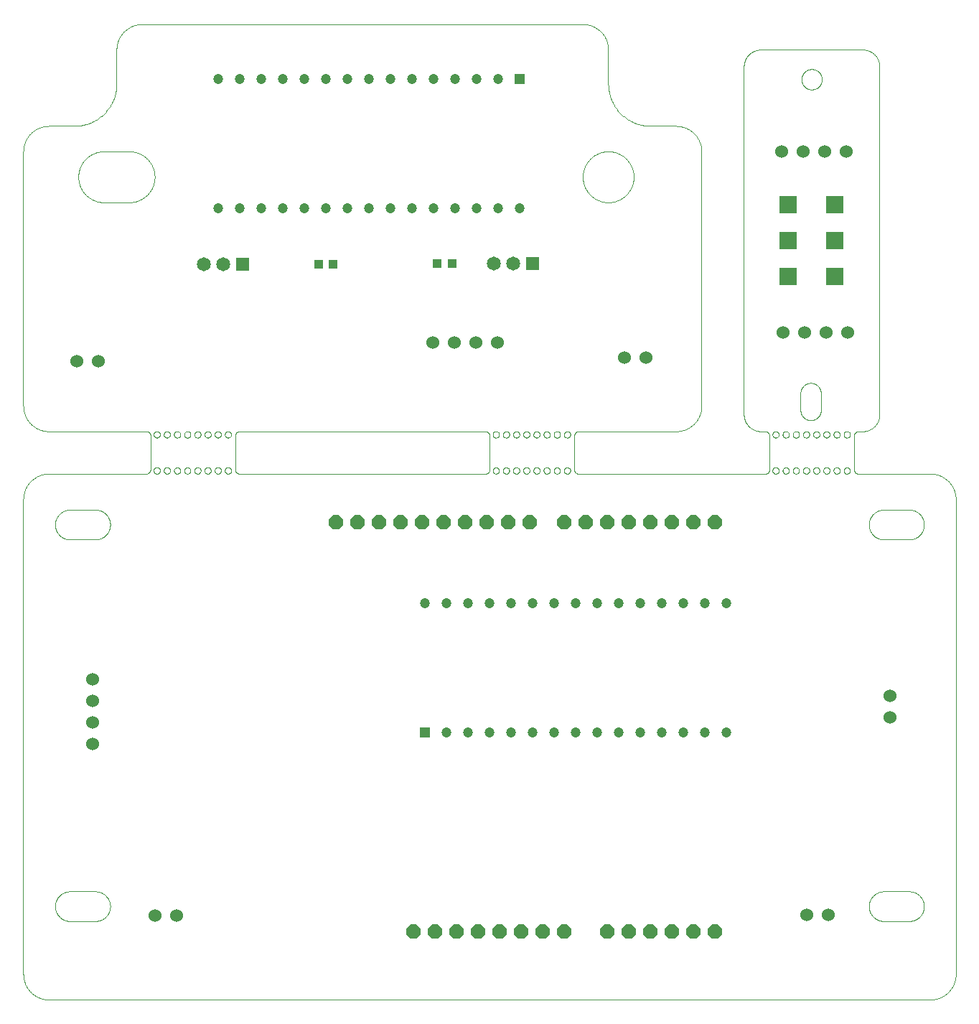
<source format=gts>
G04 EAGLE Gerber RS-274X export*
G75*
%MOMM*%
%FSLAX34Y34*%
%LPD*%
%INSolder Mask top*%
%IPPOS*%
%AMOC8*
5,1,8,0,0,1.08239X$1,22.5*%
G01*
%ADD10C,0.001000*%
%ADD11P,1.814519X8X22.500000*%
%ADD12C,1.524000*%
%ADD13R,1.200000X1.200000*%
%ADD14C,1.200000*%
%ADD15R,2.100000X2.100000*%
%ADD16R,1.000000X1.100000*%
%ADD17R,1.650000X1.650000*%
%ADD18C,1.650000*%


D10*
X918000Y1085000D02*
X918004Y1085294D01*
X918014Y1085589D01*
X918033Y1085883D01*
X918058Y1086176D01*
X918090Y1086469D01*
X918130Y1086761D01*
X918177Y1087052D01*
X918231Y1087341D01*
X918292Y1087629D01*
X918360Y1087916D01*
X918435Y1088201D01*
X918517Y1088483D01*
X918606Y1088764D01*
X918701Y1089043D01*
X918804Y1089319D01*
X918913Y1089592D01*
X919029Y1089863D01*
X919152Y1090131D01*
X919281Y1090395D01*
X919417Y1090657D01*
X919559Y1090915D01*
X919707Y1091169D01*
X919862Y1091420D01*
X920022Y1091667D01*
X920189Y1091910D01*
X920362Y1092148D01*
X920540Y1092383D01*
X920724Y1092613D01*
X920913Y1092838D01*
X921109Y1093059D01*
X921309Y1093274D01*
X921515Y1093485D01*
X921726Y1093691D01*
X921941Y1093891D01*
X922162Y1094087D01*
X922387Y1094276D01*
X922617Y1094460D01*
X922852Y1094638D01*
X923090Y1094811D01*
X923333Y1094978D01*
X923580Y1095138D01*
X923831Y1095293D01*
X924085Y1095441D01*
X924343Y1095583D01*
X924605Y1095719D01*
X924869Y1095848D01*
X925137Y1095971D01*
X925408Y1096087D01*
X925681Y1096196D01*
X925957Y1096299D01*
X926236Y1096394D01*
X926517Y1096483D01*
X926799Y1096565D01*
X927084Y1096640D01*
X927371Y1096708D01*
X927659Y1096769D01*
X927948Y1096823D01*
X928239Y1096870D01*
X928531Y1096910D01*
X928824Y1096942D01*
X929117Y1096967D01*
X929411Y1096986D01*
X929706Y1096996D01*
X930000Y1097000D01*
X930294Y1096996D01*
X930589Y1096986D01*
X930883Y1096967D01*
X931176Y1096942D01*
X931469Y1096910D01*
X931761Y1096870D01*
X932052Y1096823D01*
X932341Y1096769D01*
X932629Y1096708D01*
X932916Y1096640D01*
X933201Y1096565D01*
X933483Y1096483D01*
X933764Y1096394D01*
X934043Y1096299D01*
X934319Y1096196D01*
X934592Y1096087D01*
X934863Y1095971D01*
X935131Y1095848D01*
X935395Y1095719D01*
X935657Y1095583D01*
X935915Y1095441D01*
X936169Y1095293D01*
X936420Y1095138D01*
X936667Y1094978D01*
X936910Y1094811D01*
X937148Y1094638D01*
X937383Y1094460D01*
X937613Y1094276D01*
X937838Y1094087D01*
X938059Y1093891D01*
X938274Y1093691D01*
X938485Y1093485D01*
X938691Y1093274D01*
X938891Y1093059D01*
X939087Y1092838D01*
X939276Y1092613D01*
X939460Y1092383D01*
X939638Y1092148D01*
X939811Y1091910D01*
X939978Y1091667D01*
X940138Y1091420D01*
X940293Y1091169D01*
X940441Y1090915D01*
X940583Y1090657D01*
X940719Y1090395D01*
X940848Y1090131D01*
X940971Y1089863D01*
X941087Y1089592D01*
X941196Y1089319D01*
X941299Y1089043D01*
X941394Y1088764D01*
X941483Y1088483D01*
X941565Y1088201D01*
X941640Y1087916D01*
X941708Y1087629D01*
X941769Y1087341D01*
X941823Y1087052D01*
X941870Y1086761D01*
X941910Y1086469D01*
X941942Y1086176D01*
X941967Y1085883D01*
X941986Y1085589D01*
X941996Y1085294D01*
X942000Y1085000D01*
X941996Y1084706D01*
X941986Y1084411D01*
X941967Y1084117D01*
X941942Y1083824D01*
X941910Y1083531D01*
X941870Y1083239D01*
X941823Y1082948D01*
X941769Y1082659D01*
X941708Y1082371D01*
X941640Y1082084D01*
X941565Y1081799D01*
X941483Y1081517D01*
X941394Y1081236D01*
X941299Y1080957D01*
X941196Y1080681D01*
X941087Y1080408D01*
X940971Y1080137D01*
X940848Y1079869D01*
X940719Y1079605D01*
X940583Y1079343D01*
X940441Y1079085D01*
X940293Y1078831D01*
X940138Y1078580D01*
X939978Y1078333D01*
X939811Y1078090D01*
X939638Y1077852D01*
X939460Y1077617D01*
X939276Y1077387D01*
X939087Y1077162D01*
X938891Y1076941D01*
X938691Y1076726D01*
X938485Y1076515D01*
X938274Y1076309D01*
X938059Y1076109D01*
X937838Y1075913D01*
X937613Y1075724D01*
X937383Y1075540D01*
X937148Y1075362D01*
X936910Y1075189D01*
X936667Y1075022D01*
X936420Y1074862D01*
X936169Y1074707D01*
X935915Y1074559D01*
X935657Y1074417D01*
X935395Y1074281D01*
X935131Y1074152D01*
X934863Y1074029D01*
X934592Y1073913D01*
X934319Y1073804D01*
X934043Y1073701D01*
X933764Y1073606D01*
X933483Y1073517D01*
X933201Y1073435D01*
X932916Y1073360D01*
X932629Y1073292D01*
X932341Y1073231D01*
X932052Y1073177D01*
X931761Y1073130D01*
X931469Y1073090D01*
X931176Y1073058D01*
X930883Y1073033D01*
X930589Y1073014D01*
X930294Y1073004D01*
X930000Y1073000D01*
X929706Y1073004D01*
X929411Y1073014D01*
X929117Y1073033D01*
X928824Y1073058D01*
X928531Y1073090D01*
X928239Y1073130D01*
X927948Y1073177D01*
X927659Y1073231D01*
X927371Y1073292D01*
X927084Y1073360D01*
X926799Y1073435D01*
X926517Y1073517D01*
X926236Y1073606D01*
X925957Y1073701D01*
X925681Y1073804D01*
X925408Y1073913D01*
X925137Y1074029D01*
X924869Y1074152D01*
X924605Y1074281D01*
X924343Y1074417D01*
X924085Y1074559D01*
X923831Y1074707D01*
X923580Y1074862D01*
X923333Y1075022D01*
X923090Y1075189D01*
X922852Y1075362D01*
X922617Y1075540D01*
X922387Y1075724D01*
X922162Y1075913D01*
X921941Y1076109D01*
X921726Y1076309D01*
X921515Y1076515D01*
X921309Y1076726D01*
X921109Y1076941D01*
X920913Y1077162D01*
X920724Y1077387D01*
X920540Y1077617D01*
X920362Y1077852D01*
X920189Y1078090D01*
X920022Y1078333D01*
X919862Y1078580D01*
X919707Y1078831D01*
X919559Y1079085D01*
X919417Y1079343D01*
X919281Y1079605D01*
X919152Y1079869D01*
X919029Y1080137D01*
X918913Y1080408D01*
X918804Y1080681D01*
X918701Y1080957D01*
X918606Y1081236D01*
X918517Y1081517D01*
X918435Y1081799D01*
X918360Y1082084D01*
X918292Y1082371D01*
X918231Y1082659D01*
X918177Y1082948D01*
X918130Y1083239D01*
X918090Y1083531D01*
X918058Y1083824D01*
X918033Y1084117D01*
X918014Y1084411D01*
X918004Y1084706D01*
X918000Y1085000D01*
X660000Y970000D02*
X660009Y970736D01*
X660036Y971472D01*
X660081Y972207D01*
X660144Y972941D01*
X660226Y973672D01*
X660325Y974402D01*
X660442Y975129D01*
X660576Y975853D01*
X660729Y976573D01*
X660899Y977289D01*
X661087Y978001D01*
X661292Y978709D01*
X661514Y979410D01*
X661754Y980107D01*
X662010Y980797D01*
X662284Y981481D01*
X662574Y982157D01*
X662880Y982827D01*
X663203Y983488D01*
X663542Y984142D01*
X663897Y984787D01*
X664268Y985423D01*
X664654Y986050D01*
X665056Y986667D01*
X665472Y987274D01*
X665904Y987871D01*
X666350Y988457D01*
X666810Y989032D01*
X667284Y989595D01*
X667771Y990147D01*
X668273Y990686D01*
X668787Y991213D01*
X669314Y991727D01*
X669853Y992229D01*
X670405Y992716D01*
X670968Y993190D01*
X671543Y993650D01*
X672129Y994096D01*
X672726Y994528D01*
X673333Y994944D01*
X673950Y995346D01*
X674577Y995732D01*
X675213Y996103D01*
X675858Y996458D01*
X676512Y996797D01*
X677173Y997120D01*
X677843Y997426D01*
X678519Y997716D01*
X679203Y997990D01*
X679893Y998246D01*
X680590Y998486D01*
X681291Y998708D01*
X681999Y998913D01*
X682711Y999101D01*
X683427Y999271D01*
X684147Y999424D01*
X684871Y999558D01*
X685598Y999675D01*
X686328Y999774D01*
X687059Y999856D01*
X687793Y999919D01*
X688528Y999964D01*
X689264Y999991D01*
X690000Y1000000D01*
X690736Y999991D01*
X691472Y999964D01*
X692207Y999919D01*
X692941Y999856D01*
X693672Y999774D01*
X694402Y999675D01*
X695129Y999558D01*
X695853Y999424D01*
X696573Y999271D01*
X697289Y999101D01*
X698001Y998913D01*
X698709Y998708D01*
X699410Y998486D01*
X700107Y998246D01*
X700797Y997990D01*
X701481Y997716D01*
X702157Y997426D01*
X702827Y997120D01*
X703488Y996797D01*
X704142Y996458D01*
X704787Y996103D01*
X705423Y995732D01*
X706050Y995346D01*
X706667Y994944D01*
X707274Y994528D01*
X707871Y994096D01*
X708457Y993650D01*
X709032Y993190D01*
X709595Y992716D01*
X710147Y992229D01*
X710686Y991727D01*
X711213Y991213D01*
X711727Y990686D01*
X712229Y990147D01*
X712716Y989595D01*
X713190Y989032D01*
X713650Y988457D01*
X714096Y987871D01*
X714528Y987274D01*
X714944Y986667D01*
X715346Y986050D01*
X715732Y985423D01*
X716103Y984787D01*
X716458Y984142D01*
X716797Y983488D01*
X717120Y982827D01*
X717426Y982157D01*
X717716Y981481D01*
X717990Y980797D01*
X718246Y980107D01*
X718486Y979410D01*
X718708Y978709D01*
X718913Y978001D01*
X719101Y977289D01*
X719271Y976573D01*
X719424Y975853D01*
X719558Y975129D01*
X719675Y974402D01*
X719774Y973672D01*
X719856Y972941D01*
X719919Y972207D01*
X719964Y971472D01*
X719991Y970736D01*
X720000Y970000D01*
X719991Y969264D01*
X719964Y968528D01*
X719919Y967793D01*
X719856Y967059D01*
X719774Y966328D01*
X719675Y965598D01*
X719558Y964871D01*
X719424Y964147D01*
X719271Y963427D01*
X719101Y962711D01*
X718913Y961999D01*
X718708Y961291D01*
X718486Y960590D01*
X718246Y959893D01*
X717990Y959203D01*
X717716Y958519D01*
X717426Y957843D01*
X717120Y957173D01*
X716797Y956512D01*
X716458Y955858D01*
X716103Y955213D01*
X715732Y954577D01*
X715346Y953950D01*
X714944Y953333D01*
X714528Y952726D01*
X714096Y952129D01*
X713650Y951543D01*
X713190Y950968D01*
X712716Y950405D01*
X712229Y949853D01*
X711727Y949314D01*
X711213Y948787D01*
X710686Y948273D01*
X710147Y947771D01*
X709595Y947284D01*
X709032Y946810D01*
X708457Y946350D01*
X707871Y945904D01*
X707274Y945472D01*
X706667Y945056D01*
X706050Y944654D01*
X705423Y944268D01*
X704787Y943897D01*
X704142Y943542D01*
X703488Y943203D01*
X702827Y942880D01*
X702157Y942574D01*
X701481Y942284D01*
X700797Y942010D01*
X700107Y941754D01*
X699410Y941514D01*
X698709Y941292D01*
X698001Y941087D01*
X697289Y940899D01*
X696573Y940729D01*
X695853Y940576D01*
X695129Y940442D01*
X694402Y940325D01*
X693672Y940226D01*
X692941Y940144D01*
X692207Y940081D01*
X691472Y940036D01*
X690736Y940009D01*
X690000Y940000D01*
X689264Y940009D01*
X688528Y940036D01*
X687793Y940081D01*
X687059Y940144D01*
X686328Y940226D01*
X685598Y940325D01*
X684871Y940442D01*
X684147Y940576D01*
X683427Y940729D01*
X682711Y940899D01*
X681999Y941087D01*
X681291Y941292D01*
X680590Y941514D01*
X679893Y941754D01*
X679203Y942010D01*
X678519Y942284D01*
X677843Y942574D01*
X677173Y942880D01*
X676512Y943203D01*
X675858Y943542D01*
X675213Y943897D01*
X674577Y944268D01*
X673950Y944654D01*
X673333Y945056D01*
X672726Y945472D01*
X672129Y945904D01*
X671543Y946350D01*
X670968Y946810D01*
X670405Y947284D01*
X669853Y947771D01*
X669314Y948273D01*
X668787Y948787D01*
X668273Y949314D01*
X667771Y949853D01*
X667284Y950405D01*
X666810Y950968D01*
X666350Y951543D01*
X665904Y952129D01*
X665472Y952726D01*
X665056Y953333D01*
X664654Y953950D01*
X664268Y954577D01*
X663897Y955213D01*
X663542Y955858D01*
X663203Y956512D01*
X662880Y957173D01*
X662574Y957843D01*
X662284Y958519D01*
X662010Y959203D01*
X661754Y959893D01*
X661514Y960590D01*
X661292Y961291D01*
X661087Y961999D01*
X660899Y962711D01*
X660729Y963427D01*
X660576Y964147D01*
X660442Y964871D01*
X660325Y965598D01*
X660226Y966328D01*
X660144Y967059D01*
X660081Y967793D01*
X660036Y968528D01*
X660009Y969264D01*
X660000Y970000D01*
X153750Y666250D02*
X153752Y666372D01*
X153758Y666494D01*
X153768Y666616D01*
X153782Y666737D01*
X153800Y666858D01*
X153821Y666978D01*
X153847Y667097D01*
X153876Y667216D01*
X153910Y667333D01*
X153947Y667449D01*
X153988Y667564D01*
X154033Y667678D01*
X154081Y667790D01*
X154133Y667901D01*
X154188Y668009D01*
X154247Y668116D01*
X154310Y668221D01*
X154376Y668324D01*
X154445Y668424D01*
X154517Y668523D01*
X154593Y668619D01*
X154671Y668712D01*
X154753Y668803D01*
X154838Y668891D01*
X154925Y668976D01*
X155015Y669058D01*
X155108Y669138D01*
X155203Y669214D01*
X155301Y669287D01*
X155401Y669357D01*
X155503Y669424D01*
X155607Y669487D01*
X155714Y669547D01*
X155822Y669604D01*
X155932Y669656D01*
X156044Y669706D01*
X156157Y669751D01*
X156272Y669793D01*
X156388Y669831D01*
X156505Y669866D01*
X156623Y669896D01*
X156742Y669923D01*
X156862Y669945D01*
X156983Y669964D01*
X157104Y669979D01*
X157226Y669990D01*
X157347Y669997D01*
X157469Y670000D01*
X157592Y669999D01*
X157714Y669994D01*
X157835Y669985D01*
X157957Y669972D01*
X158078Y669955D01*
X158198Y669934D01*
X158317Y669910D01*
X158436Y669881D01*
X158554Y669849D01*
X158670Y669813D01*
X158786Y669773D01*
X158900Y669729D01*
X159012Y669682D01*
X159123Y669631D01*
X159232Y669576D01*
X159340Y669518D01*
X159445Y669456D01*
X159548Y669391D01*
X159650Y669323D01*
X159748Y669251D01*
X159845Y669176D01*
X159939Y669099D01*
X160030Y669018D01*
X160119Y668934D01*
X160205Y668847D01*
X160288Y668758D01*
X160368Y668666D01*
X160445Y668571D01*
X160519Y668474D01*
X160590Y668374D01*
X160658Y668273D01*
X160722Y668169D01*
X160783Y668063D01*
X160840Y667955D01*
X160894Y667846D01*
X160944Y667734D01*
X160990Y667621D01*
X161033Y667507D01*
X161072Y667391D01*
X161107Y667275D01*
X161139Y667157D01*
X161166Y667038D01*
X161190Y666918D01*
X161210Y666797D01*
X161226Y666676D01*
X161238Y666555D01*
X161246Y666433D01*
X161250Y666311D01*
X161250Y666189D01*
X161246Y666067D01*
X161238Y665945D01*
X161226Y665824D01*
X161210Y665703D01*
X161190Y665582D01*
X161166Y665462D01*
X161139Y665343D01*
X161107Y665225D01*
X161072Y665109D01*
X161033Y664993D01*
X160990Y664879D01*
X160944Y664766D01*
X160894Y664654D01*
X160840Y664545D01*
X160783Y664437D01*
X160722Y664331D01*
X160658Y664227D01*
X160590Y664126D01*
X160519Y664026D01*
X160445Y663929D01*
X160368Y663834D01*
X160288Y663742D01*
X160205Y663653D01*
X160119Y663566D01*
X160030Y663482D01*
X159939Y663401D01*
X159845Y663324D01*
X159748Y663249D01*
X159650Y663177D01*
X159548Y663109D01*
X159445Y663044D01*
X159340Y662982D01*
X159232Y662924D01*
X159123Y662869D01*
X159012Y662818D01*
X158900Y662771D01*
X158786Y662727D01*
X158670Y662687D01*
X158554Y662651D01*
X158436Y662619D01*
X158317Y662590D01*
X158198Y662566D01*
X158078Y662545D01*
X157957Y662528D01*
X157835Y662515D01*
X157714Y662506D01*
X157592Y662501D01*
X157469Y662500D01*
X157347Y662503D01*
X157226Y662510D01*
X157104Y662521D01*
X156983Y662536D01*
X156862Y662555D01*
X156742Y662577D01*
X156623Y662604D01*
X156505Y662634D01*
X156388Y662669D01*
X156272Y662707D01*
X156157Y662749D01*
X156044Y662794D01*
X155932Y662844D01*
X155822Y662896D01*
X155714Y662953D01*
X155607Y663013D01*
X155503Y663076D01*
X155401Y663143D01*
X155301Y663213D01*
X155203Y663286D01*
X155108Y663362D01*
X155015Y663442D01*
X154925Y663524D01*
X154838Y663609D01*
X154753Y663697D01*
X154671Y663788D01*
X154593Y663881D01*
X154517Y663977D01*
X154445Y664076D01*
X154376Y664176D01*
X154310Y664279D01*
X154247Y664384D01*
X154188Y664491D01*
X154133Y664599D01*
X154081Y664710D01*
X154033Y664822D01*
X153988Y664936D01*
X153947Y665051D01*
X153910Y665167D01*
X153876Y665284D01*
X153847Y665403D01*
X153821Y665522D01*
X153800Y665642D01*
X153782Y665763D01*
X153768Y665884D01*
X153758Y666006D01*
X153752Y666128D01*
X153750Y666250D01*
X153750Y623750D02*
X153752Y623872D01*
X153758Y623994D01*
X153768Y624116D01*
X153782Y624237D01*
X153800Y624358D01*
X153821Y624478D01*
X153847Y624597D01*
X153876Y624716D01*
X153910Y624833D01*
X153947Y624949D01*
X153988Y625064D01*
X154033Y625178D01*
X154081Y625290D01*
X154133Y625401D01*
X154188Y625509D01*
X154247Y625616D01*
X154310Y625721D01*
X154376Y625824D01*
X154445Y625924D01*
X154517Y626023D01*
X154593Y626119D01*
X154671Y626212D01*
X154753Y626303D01*
X154838Y626391D01*
X154925Y626476D01*
X155015Y626558D01*
X155108Y626638D01*
X155203Y626714D01*
X155301Y626787D01*
X155401Y626857D01*
X155503Y626924D01*
X155607Y626987D01*
X155714Y627047D01*
X155822Y627104D01*
X155932Y627156D01*
X156044Y627206D01*
X156157Y627251D01*
X156272Y627293D01*
X156388Y627331D01*
X156505Y627366D01*
X156623Y627396D01*
X156742Y627423D01*
X156862Y627445D01*
X156983Y627464D01*
X157104Y627479D01*
X157226Y627490D01*
X157347Y627497D01*
X157469Y627500D01*
X157592Y627499D01*
X157714Y627494D01*
X157835Y627485D01*
X157957Y627472D01*
X158078Y627455D01*
X158198Y627434D01*
X158317Y627410D01*
X158436Y627381D01*
X158554Y627349D01*
X158670Y627313D01*
X158786Y627273D01*
X158900Y627229D01*
X159012Y627182D01*
X159123Y627131D01*
X159232Y627076D01*
X159340Y627018D01*
X159445Y626956D01*
X159548Y626891D01*
X159650Y626823D01*
X159748Y626751D01*
X159845Y626676D01*
X159939Y626599D01*
X160030Y626518D01*
X160119Y626434D01*
X160205Y626347D01*
X160288Y626258D01*
X160368Y626166D01*
X160445Y626071D01*
X160519Y625974D01*
X160590Y625874D01*
X160658Y625773D01*
X160722Y625669D01*
X160783Y625563D01*
X160840Y625455D01*
X160894Y625346D01*
X160944Y625234D01*
X160990Y625121D01*
X161033Y625007D01*
X161072Y624891D01*
X161107Y624775D01*
X161139Y624657D01*
X161166Y624538D01*
X161190Y624418D01*
X161210Y624297D01*
X161226Y624176D01*
X161238Y624055D01*
X161246Y623933D01*
X161250Y623811D01*
X161250Y623689D01*
X161246Y623567D01*
X161238Y623445D01*
X161226Y623324D01*
X161210Y623203D01*
X161190Y623082D01*
X161166Y622962D01*
X161139Y622843D01*
X161107Y622725D01*
X161072Y622609D01*
X161033Y622493D01*
X160990Y622379D01*
X160944Y622266D01*
X160894Y622154D01*
X160840Y622045D01*
X160783Y621937D01*
X160722Y621831D01*
X160658Y621727D01*
X160590Y621626D01*
X160519Y621526D01*
X160445Y621429D01*
X160368Y621334D01*
X160288Y621242D01*
X160205Y621153D01*
X160119Y621066D01*
X160030Y620982D01*
X159939Y620901D01*
X159845Y620824D01*
X159748Y620749D01*
X159650Y620677D01*
X159548Y620609D01*
X159445Y620544D01*
X159340Y620482D01*
X159232Y620424D01*
X159123Y620369D01*
X159012Y620318D01*
X158900Y620271D01*
X158786Y620227D01*
X158670Y620187D01*
X158554Y620151D01*
X158436Y620119D01*
X158317Y620090D01*
X158198Y620066D01*
X158078Y620045D01*
X157957Y620028D01*
X157835Y620015D01*
X157714Y620006D01*
X157592Y620001D01*
X157469Y620000D01*
X157347Y620003D01*
X157226Y620010D01*
X157104Y620021D01*
X156983Y620036D01*
X156862Y620055D01*
X156742Y620077D01*
X156623Y620104D01*
X156505Y620134D01*
X156388Y620169D01*
X156272Y620207D01*
X156157Y620249D01*
X156044Y620294D01*
X155932Y620344D01*
X155822Y620396D01*
X155714Y620453D01*
X155607Y620513D01*
X155503Y620576D01*
X155401Y620643D01*
X155301Y620713D01*
X155203Y620786D01*
X155108Y620862D01*
X155015Y620942D01*
X154925Y621024D01*
X154838Y621109D01*
X154753Y621197D01*
X154671Y621288D01*
X154593Y621381D01*
X154517Y621477D01*
X154445Y621576D01*
X154376Y621676D01*
X154310Y621779D01*
X154247Y621884D01*
X154188Y621991D01*
X154133Y622099D01*
X154081Y622210D01*
X154033Y622322D01*
X153988Y622436D01*
X153947Y622551D01*
X153910Y622667D01*
X153876Y622784D01*
X153847Y622903D01*
X153821Y623022D01*
X153800Y623142D01*
X153782Y623263D01*
X153768Y623384D01*
X153758Y623506D01*
X153752Y623628D01*
X153750Y623750D01*
X165750Y623750D02*
X165752Y623872D01*
X165758Y623994D01*
X165768Y624116D01*
X165782Y624237D01*
X165800Y624358D01*
X165821Y624478D01*
X165847Y624597D01*
X165876Y624716D01*
X165910Y624833D01*
X165947Y624949D01*
X165988Y625064D01*
X166033Y625178D01*
X166081Y625290D01*
X166133Y625401D01*
X166188Y625509D01*
X166247Y625616D01*
X166310Y625721D01*
X166376Y625824D01*
X166445Y625924D01*
X166517Y626023D01*
X166593Y626119D01*
X166671Y626212D01*
X166753Y626303D01*
X166838Y626391D01*
X166925Y626476D01*
X167015Y626558D01*
X167108Y626638D01*
X167203Y626714D01*
X167301Y626787D01*
X167401Y626857D01*
X167503Y626924D01*
X167607Y626987D01*
X167714Y627047D01*
X167822Y627104D01*
X167932Y627156D01*
X168044Y627206D01*
X168157Y627251D01*
X168272Y627293D01*
X168388Y627331D01*
X168505Y627366D01*
X168623Y627396D01*
X168742Y627423D01*
X168862Y627445D01*
X168983Y627464D01*
X169104Y627479D01*
X169226Y627490D01*
X169347Y627497D01*
X169469Y627500D01*
X169592Y627499D01*
X169714Y627494D01*
X169835Y627485D01*
X169957Y627472D01*
X170078Y627455D01*
X170198Y627434D01*
X170317Y627410D01*
X170436Y627381D01*
X170554Y627349D01*
X170670Y627313D01*
X170786Y627273D01*
X170900Y627229D01*
X171012Y627182D01*
X171123Y627131D01*
X171232Y627076D01*
X171340Y627018D01*
X171445Y626956D01*
X171548Y626891D01*
X171650Y626823D01*
X171748Y626751D01*
X171845Y626676D01*
X171939Y626599D01*
X172030Y626518D01*
X172119Y626434D01*
X172205Y626347D01*
X172288Y626258D01*
X172368Y626166D01*
X172445Y626071D01*
X172519Y625974D01*
X172590Y625874D01*
X172658Y625773D01*
X172722Y625669D01*
X172783Y625563D01*
X172840Y625455D01*
X172894Y625346D01*
X172944Y625234D01*
X172990Y625121D01*
X173033Y625007D01*
X173072Y624891D01*
X173107Y624775D01*
X173139Y624657D01*
X173166Y624538D01*
X173190Y624418D01*
X173210Y624297D01*
X173226Y624176D01*
X173238Y624055D01*
X173246Y623933D01*
X173250Y623811D01*
X173250Y623689D01*
X173246Y623567D01*
X173238Y623445D01*
X173226Y623324D01*
X173210Y623203D01*
X173190Y623082D01*
X173166Y622962D01*
X173139Y622843D01*
X173107Y622725D01*
X173072Y622609D01*
X173033Y622493D01*
X172990Y622379D01*
X172944Y622266D01*
X172894Y622154D01*
X172840Y622045D01*
X172783Y621937D01*
X172722Y621831D01*
X172658Y621727D01*
X172590Y621626D01*
X172519Y621526D01*
X172445Y621429D01*
X172368Y621334D01*
X172288Y621242D01*
X172205Y621153D01*
X172119Y621066D01*
X172030Y620982D01*
X171939Y620901D01*
X171845Y620824D01*
X171748Y620749D01*
X171650Y620677D01*
X171548Y620609D01*
X171445Y620544D01*
X171340Y620482D01*
X171232Y620424D01*
X171123Y620369D01*
X171012Y620318D01*
X170900Y620271D01*
X170786Y620227D01*
X170670Y620187D01*
X170554Y620151D01*
X170436Y620119D01*
X170317Y620090D01*
X170198Y620066D01*
X170078Y620045D01*
X169957Y620028D01*
X169835Y620015D01*
X169714Y620006D01*
X169592Y620001D01*
X169469Y620000D01*
X169347Y620003D01*
X169226Y620010D01*
X169104Y620021D01*
X168983Y620036D01*
X168862Y620055D01*
X168742Y620077D01*
X168623Y620104D01*
X168505Y620134D01*
X168388Y620169D01*
X168272Y620207D01*
X168157Y620249D01*
X168044Y620294D01*
X167932Y620344D01*
X167822Y620396D01*
X167714Y620453D01*
X167607Y620513D01*
X167503Y620576D01*
X167401Y620643D01*
X167301Y620713D01*
X167203Y620786D01*
X167108Y620862D01*
X167015Y620942D01*
X166925Y621024D01*
X166838Y621109D01*
X166753Y621197D01*
X166671Y621288D01*
X166593Y621381D01*
X166517Y621477D01*
X166445Y621576D01*
X166376Y621676D01*
X166310Y621779D01*
X166247Y621884D01*
X166188Y621991D01*
X166133Y622099D01*
X166081Y622210D01*
X166033Y622322D01*
X165988Y622436D01*
X165947Y622551D01*
X165910Y622667D01*
X165876Y622784D01*
X165847Y622903D01*
X165821Y623022D01*
X165800Y623142D01*
X165782Y623263D01*
X165768Y623384D01*
X165758Y623506D01*
X165752Y623628D01*
X165750Y623750D01*
X177750Y623750D02*
X177752Y623872D01*
X177758Y623994D01*
X177768Y624116D01*
X177782Y624237D01*
X177800Y624358D01*
X177821Y624478D01*
X177847Y624597D01*
X177876Y624716D01*
X177910Y624833D01*
X177947Y624949D01*
X177988Y625064D01*
X178033Y625178D01*
X178081Y625290D01*
X178133Y625401D01*
X178188Y625509D01*
X178247Y625616D01*
X178310Y625721D01*
X178376Y625824D01*
X178445Y625924D01*
X178517Y626023D01*
X178593Y626119D01*
X178671Y626212D01*
X178753Y626303D01*
X178838Y626391D01*
X178925Y626476D01*
X179015Y626558D01*
X179108Y626638D01*
X179203Y626714D01*
X179301Y626787D01*
X179401Y626857D01*
X179503Y626924D01*
X179607Y626987D01*
X179714Y627047D01*
X179822Y627104D01*
X179932Y627156D01*
X180044Y627206D01*
X180157Y627251D01*
X180272Y627293D01*
X180388Y627331D01*
X180505Y627366D01*
X180623Y627396D01*
X180742Y627423D01*
X180862Y627445D01*
X180983Y627464D01*
X181104Y627479D01*
X181226Y627490D01*
X181347Y627497D01*
X181469Y627500D01*
X181592Y627499D01*
X181714Y627494D01*
X181835Y627485D01*
X181957Y627472D01*
X182078Y627455D01*
X182198Y627434D01*
X182317Y627410D01*
X182436Y627381D01*
X182554Y627349D01*
X182670Y627313D01*
X182786Y627273D01*
X182900Y627229D01*
X183012Y627182D01*
X183123Y627131D01*
X183232Y627076D01*
X183340Y627018D01*
X183445Y626956D01*
X183548Y626891D01*
X183650Y626823D01*
X183748Y626751D01*
X183845Y626676D01*
X183939Y626599D01*
X184030Y626518D01*
X184119Y626434D01*
X184205Y626347D01*
X184288Y626258D01*
X184368Y626166D01*
X184445Y626071D01*
X184519Y625974D01*
X184590Y625874D01*
X184658Y625773D01*
X184722Y625669D01*
X184783Y625563D01*
X184840Y625455D01*
X184894Y625346D01*
X184944Y625234D01*
X184990Y625121D01*
X185033Y625007D01*
X185072Y624891D01*
X185107Y624775D01*
X185139Y624657D01*
X185166Y624538D01*
X185190Y624418D01*
X185210Y624297D01*
X185226Y624176D01*
X185238Y624055D01*
X185246Y623933D01*
X185250Y623811D01*
X185250Y623689D01*
X185246Y623567D01*
X185238Y623445D01*
X185226Y623324D01*
X185210Y623203D01*
X185190Y623082D01*
X185166Y622962D01*
X185139Y622843D01*
X185107Y622725D01*
X185072Y622609D01*
X185033Y622493D01*
X184990Y622379D01*
X184944Y622266D01*
X184894Y622154D01*
X184840Y622045D01*
X184783Y621937D01*
X184722Y621831D01*
X184658Y621727D01*
X184590Y621626D01*
X184519Y621526D01*
X184445Y621429D01*
X184368Y621334D01*
X184288Y621242D01*
X184205Y621153D01*
X184119Y621066D01*
X184030Y620982D01*
X183939Y620901D01*
X183845Y620824D01*
X183748Y620749D01*
X183650Y620677D01*
X183548Y620609D01*
X183445Y620544D01*
X183340Y620482D01*
X183232Y620424D01*
X183123Y620369D01*
X183012Y620318D01*
X182900Y620271D01*
X182786Y620227D01*
X182670Y620187D01*
X182554Y620151D01*
X182436Y620119D01*
X182317Y620090D01*
X182198Y620066D01*
X182078Y620045D01*
X181957Y620028D01*
X181835Y620015D01*
X181714Y620006D01*
X181592Y620001D01*
X181469Y620000D01*
X181347Y620003D01*
X181226Y620010D01*
X181104Y620021D01*
X180983Y620036D01*
X180862Y620055D01*
X180742Y620077D01*
X180623Y620104D01*
X180505Y620134D01*
X180388Y620169D01*
X180272Y620207D01*
X180157Y620249D01*
X180044Y620294D01*
X179932Y620344D01*
X179822Y620396D01*
X179714Y620453D01*
X179607Y620513D01*
X179503Y620576D01*
X179401Y620643D01*
X179301Y620713D01*
X179203Y620786D01*
X179108Y620862D01*
X179015Y620942D01*
X178925Y621024D01*
X178838Y621109D01*
X178753Y621197D01*
X178671Y621288D01*
X178593Y621381D01*
X178517Y621477D01*
X178445Y621576D01*
X178376Y621676D01*
X178310Y621779D01*
X178247Y621884D01*
X178188Y621991D01*
X178133Y622099D01*
X178081Y622210D01*
X178033Y622322D01*
X177988Y622436D01*
X177947Y622551D01*
X177910Y622667D01*
X177876Y622784D01*
X177847Y622903D01*
X177821Y623022D01*
X177800Y623142D01*
X177782Y623263D01*
X177768Y623384D01*
X177758Y623506D01*
X177752Y623628D01*
X177750Y623750D01*
X189750Y623750D02*
X189752Y623872D01*
X189758Y623994D01*
X189768Y624116D01*
X189782Y624237D01*
X189800Y624358D01*
X189821Y624478D01*
X189847Y624597D01*
X189876Y624716D01*
X189910Y624833D01*
X189947Y624949D01*
X189988Y625064D01*
X190033Y625178D01*
X190081Y625290D01*
X190133Y625401D01*
X190188Y625509D01*
X190247Y625616D01*
X190310Y625721D01*
X190376Y625824D01*
X190445Y625924D01*
X190517Y626023D01*
X190593Y626119D01*
X190671Y626212D01*
X190753Y626303D01*
X190838Y626391D01*
X190925Y626476D01*
X191015Y626558D01*
X191108Y626638D01*
X191203Y626714D01*
X191301Y626787D01*
X191401Y626857D01*
X191503Y626924D01*
X191607Y626987D01*
X191714Y627047D01*
X191822Y627104D01*
X191932Y627156D01*
X192044Y627206D01*
X192157Y627251D01*
X192272Y627293D01*
X192388Y627331D01*
X192505Y627366D01*
X192623Y627396D01*
X192742Y627423D01*
X192862Y627445D01*
X192983Y627464D01*
X193104Y627479D01*
X193226Y627490D01*
X193347Y627497D01*
X193469Y627500D01*
X193592Y627499D01*
X193714Y627494D01*
X193835Y627485D01*
X193957Y627472D01*
X194078Y627455D01*
X194198Y627434D01*
X194317Y627410D01*
X194436Y627381D01*
X194554Y627349D01*
X194670Y627313D01*
X194786Y627273D01*
X194900Y627229D01*
X195012Y627182D01*
X195123Y627131D01*
X195232Y627076D01*
X195340Y627018D01*
X195445Y626956D01*
X195548Y626891D01*
X195650Y626823D01*
X195748Y626751D01*
X195845Y626676D01*
X195939Y626599D01*
X196030Y626518D01*
X196119Y626434D01*
X196205Y626347D01*
X196288Y626258D01*
X196368Y626166D01*
X196445Y626071D01*
X196519Y625974D01*
X196590Y625874D01*
X196658Y625773D01*
X196722Y625669D01*
X196783Y625563D01*
X196840Y625455D01*
X196894Y625346D01*
X196944Y625234D01*
X196990Y625121D01*
X197033Y625007D01*
X197072Y624891D01*
X197107Y624775D01*
X197139Y624657D01*
X197166Y624538D01*
X197190Y624418D01*
X197210Y624297D01*
X197226Y624176D01*
X197238Y624055D01*
X197246Y623933D01*
X197250Y623811D01*
X197250Y623689D01*
X197246Y623567D01*
X197238Y623445D01*
X197226Y623324D01*
X197210Y623203D01*
X197190Y623082D01*
X197166Y622962D01*
X197139Y622843D01*
X197107Y622725D01*
X197072Y622609D01*
X197033Y622493D01*
X196990Y622379D01*
X196944Y622266D01*
X196894Y622154D01*
X196840Y622045D01*
X196783Y621937D01*
X196722Y621831D01*
X196658Y621727D01*
X196590Y621626D01*
X196519Y621526D01*
X196445Y621429D01*
X196368Y621334D01*
X196288Y621242D01*
X196205Y621153D01*
X196119Y621066D01*
X196030Y620982D01*
X195939Y620901D01*
X195845Y620824D01*
X195748Y620749D01*
X195650Y620677D01*
X195548Y620609D01*
X195445Y620544D01*
X195340Y620482D01*
X195232Y620424D01*
X195123Y620369D01*
X195012Y620318D01*
X194900Y620271D01*
X194786Y620227D01*
X194670Y620187D01*
X194554Y620151D01*
X194436Y620119D01*
X194317Y620090D01*
X194198Y620066D01*
X194078Y620045D01*
X193957Y620028D01*
X193835Y620015D01*
X193714Y620006D01*
X193592Y620001D01*
X193469Y620000D01*
X193347Y620003D01*
X193226Y620010D01*
X193104Y620021D01*
X192983Y620036D01*
X192862Y620055D01*
X192742Y620077D01*
X192623Y620104D01*
X192505Y620134D01*
X192388Y620169D01*
X192272Y620207D01*
X192157Y620249D01*
X192044Y620294D01*
X191932Y620344D01*
X191822Y620396D01*
X191714Y620453D01*
X191607Y620513D01*
X191503Y620576D01*
X191401Y620643D01*
X191301Y620713D01*
X191203Y620786D01*
X191108Y620862D01*
X191015Y620942D01*
X190925Y621024D01*
X190838Y621109D01*
X190753Y621197D01*
X190671Y621288D01*
X190593Y621381D01*
X190517Y621477D01*
X190445Y621576D01*
X190376Y621676D01*
X190310Y621779D01*
X190247Y621884D01*
X190188Y621991D01*
X190133Y622099D01*
X190081Y622210D01*
X190033Y622322D01*
X189988Y622436D01*
X189947Y622551D01*
X189910Y622667D01*
X189876Y622784D01*
X189847Y622903D01*
X189821Y623022D01*
X189800Y623142D01*
X189782Y623263D01*
X189768Y623384D01*
X189758Y623506D01*
X189752Y623628D01*
X189750Y623750D01*
X201750Y623750D02*
X201752Y623872D01*
X201758Y623994D01*
X201768Y624116D01*
X201782Y624237D01*
X201800Y624358D01*
X201821Y624478D01*
X201847Y624597D01*
X201876Y624716D01*
X201910Y624833D01*
X201947Y624949D01*
X201988Y625064D01*
X202033Y625178D01*
X202081Y625290D01*
X202133Y625401D01*
X202188Y625509D01*
X202247Y625616D01*
X202310Y625721D01*
X202376Y625824D01*
X202445Y625924D01*
X202517Y626023D01*
X202593Y626119D01*
X202671Y626212D01*
X202753Y626303D01*
X202838Y626391D01*
X202925Y626476D01*
X203015Y626558D01*
X203108Y626638D01*
X203203Y626714D01*
X203301Y626787D01*
X203401Y626857D01*
X203503Y626924D01*
X203607Y626987D01*
X203714Y627047D01*
X203822Y627104D01*
X203932Y627156D01*
X204044Y627206D01*
X204157Y627251D01*
X204272Y627293D01*
X204388Y627331D01*
X204505Y627366D01*
X204623Y627396D01*
X204742Y627423D01*
X204862Y627445D01*
X204983Y627464D01*
X205104Y627479D01*
X205226Y627490D01*
X205347Y627497D01*
X205469Y627500D01*
X205592Y627499D01*
X205714Y627494D01*
X205835Y627485D01*
X205957Y627472D01*
X206078Y627455D01*
X206198Y627434D01*
X206317Y627410D01*
X206436Y627381D01*
X206554Y627349D01*
X206670Y627313D01*
X206786Y627273D01*
X206900Y627229D01*
X207012Y627182D01*
X207123Y627131D01*
X207232Y627076D01*
X207340Y627018D01*
X207445Y626956D01*
X207548Y626891D01*
X207650Y626823D01*
X207748Y626751D01*
X207845Y626676D01*
X207939Y626599D01*
X208030Y626518D01*
X208119Y626434D01*
X208205Y626347D01*
X208288Y626258D01*
X208368Y626166D01*
X208445Y626071D01*
X208519Y625974D01*
X208590Y625874D01*
X208658Y625773D01*
X208722Y625669D01*
X208783Y625563D01*
X208840Y625455D01*
X208894Y625346D01*
X208944Y625234D01*
X208990Y625121D01*
X209033Y625007D01*
X209072Y624891D01*
X209107Y624775D01*
X209139Y624657D01*
X209166Y624538D01*
X209190Y624418D01*
X209210Y624297D01*
X209226Y624176D01*
X209238Y624055D01*
X209246Y623933D01*
X209250Y623811D01*
X209250Y623689D01*
X209246Y623567D01*
X209238Y623445D01*
X209226Y623324D01*
X209210Y623203D01*
X209190Y623082D01*
X209166Y622962D01*
X209139Y622843D01*
X209107Y622725D01*
X209072Y622609D01*
X209033Y622493D01*
X208990Y622379D01*
X208944Y622266D01*
X208894Y622154D01*
X208840Y622045D01*
X208783Y621937D01*
X208722Y621831D01*
X208658Y621727D01*
X208590Y621626D01*
X208519Y621526D01*
X208445Y621429D01*
X208368Y621334D01*
X208288Y621242D01*
X208205Y621153D01*
X208119Y621066D01*
X208030Y620982D01*
X207939Y620901D01*
X207845Y620824D01*
X207748Y620749D01*
X207650Y620677D01*
X207548Y620609D01*
X207445Y620544D01*
X207340Y620482D01*
X207232Y620424D01*
X207123Y620369D01*
X207012Y620318D01*
X206900Y620271D01*
X206786Y620227D01*
X206670Y620187D01*
X206554Y620151D01*
X206436Y620119D01*
X206317Y620090D01*
X206198Y620066D01*
X206078Y620045D01*
X205957Y620028D01*
X205835Y620015D01*
X205714Y620006D01*
X205592Y620001D01*
X205469Y620000D01*
X205347Y620003D01*
X205226Y620010D01*
X205104Y620021D01*
X204983Y620036D01*
X204862Y620055D01*
X204742Y620077D01*
X204623Y620104D01*
X204505Y620134D01*
X204388Y620169D01*
X204272Y620207D01*
X204157Y620249D01*
X204044Y620294D01*
X203932Y620344D01*
X203822Y620396D01*
X203714Y620453D01*
X203607Y620513D01*
X203503Y620576D01*
X203401Y620643D01*
X203301Y620713D01*
X203203Y620786D01*
X203108Y620862D01*
X203015Y620942D01*
X202925Y621024D01*
X202838Y621109D01*
X202753Y621197D01*
X202671Y621288D01*
X202593Y621381D01*
X202517Y621477D01*
X202445Y621576D01*
X202376Y621676D01*
X202310Y621779D01*
X202247Y621884D01*
X202188Y621991D01*
X202133Y622099D01*
X202081Y622210D01*
X202033Y622322D01*
X201988Y622436D01*
X201947Y622551D01*
X201910Y622667D01*
X201876Y622784D01*
X201847Y622903D01*
X201821Y623022D01*
X201800Y623142D01*
X201782Y623263D01*
X201768Y623384D01*
X201758Y623506D01*
X201752Y623628D01*
X201750Y623750D01*
X213750Y623750D02*
X213752Y623872D01*
X213758Y623994D01*
X213768Y624116D01*
X213782Y624237D01*
X213800Y624358D01*
X213821Y624478D01*
X213847Y624597D01*
X213876Y624716D01*
X213910Y624833D01*
X213947Y624949D01*
X213988Y625064D01*
X214033Y625178D01*
X214081Y625290D01*
X214133Y625401D01*
X214188Y625509D01*
X214247Y625616D01*
X214310Y625721D01*
X214376Y625824D01*
X214445Y625924D01*
X214517Y626023D01*
X214593Y626119D01*
X214671Y626212D01*
X214753Y626303D01*
X214838Y626391D01*
X214925Y626476D01*
X215015Y626558D01*
X215108Y626638D01*
X215203Y626714D01*
X215301Y626787D01*
X215401Y626857D01*
X215503Y626924D01*
X215607Y626987D01*
X215714Y627047D01*
X215822Y627104D01*
X215932Y627156D01*
X216044Y627206D01*
X216157Y627251D01*
X216272Y627293D01*
X216388Y627331D01*
X216505Y627366D01*
X216623Y627396D01*
X216742Y627423D01*
X216862Y627445D01*
X216983Y627464D01*
X217104Y627479D01*
X217226Y627490D01*
X217347Y627497D01*
X217469Y627500D01*
X217592Y627499D01*
X217714Y627494D01*
X217835Y627485D01*
X217957Y627472D01*
X218078Y627455D01*
X218198Y627434D01*
X218317Y627410D01*
X218436Y627381D01*
X218554Y627349D01*
X218670Y627313D01*
X218786Y627273D01*
X218900Y627229D01*
X219012Y627182D01*
X219123Y627131D01*
X219232Y627076D01*
X219340Y627018D01*
X219445Y626956D01*
X219548Y626891D01*
X219650Y626823D01*
X219748Y626751D01*
X219845Y626676D01*
X219939Y626599D01*
X220030Y626518D01*
X220119Y626434D01*
X220205Y626347D01*
X220288Y626258D01*
X220368Y626166D01*
X220445Y626071D01*
X220519Y625974D01*
X220590Y625874D01*
X220658Y625773D01*
X220722Y625669D01*
X220783Y625563D01*
X220840Y625455D01*
X220894Y625346D01*
X220944Y625234D01*
X220990Y625121D01*
X221033Y625007D01*
X221072Y624891D01*
X221107Y624775D01*
X221139Y624657D01*
X221166Y624538D01*
X221190Y624418D01*
X221210Y624297D01*
X221226Y624176D01*
X221238Y624055D01*
X221246Y623933D01*
X221250Y623811D01*
X221250Y623689D01*
X221246Y623567D01*
X221238Y623445D01*
X221226Y623324D01*
X221210Y623203D01*
X221190Y623082D01*
X221166Y622962D01*
X221139Y622843D01*
X221107Y622725D01*
X221072Y622609D01*
X221033Y622493D01*
X220990Y622379D01*
X220944Y622266D01*
X220894Y622154D01*
X220840Y622045D01*
X220783Y621937D01*
X220722Y621831D01*
X220658Y621727D01*
X220590Y621626D01*
X220519Y621526D01*
X220445Y621429D01*
X220368Y621334D01*
X220288Y621242D01*
X220205Y621153D01*
X220119Y621066D01*
X220030Y620982D01*
X219939Y620901D01*
X219845Y620824D01*
X219748Y620749D01*
X219650Y620677D01*
X219548Y620609D01*
X219445Y620544D01*
X219340Y620482D01*
X219232Y620424D01*
X219123Y620369D01*
X219012Y620318D01*
X218900Y620271D01*
X218786Y620227D01*
X218670Y620187D01*
X218554Y620151D01*
X218436Y620119D01*
X218317Y620090D01*
X218198Y620066D01*
X218078Y620045D01*
X217957Y620028D01*
X217835Y620015D01*
X217714Y620006D01*
X217592Y620001D01*
X217469Y620000D01*
X217347Y620003D01*
X217226Y620010D01*
X217104Y620021D01*
X216983Y620036D01*
X216862Y620055D01*
X216742Y620077D01*
X216623Y620104D01*
X216505Y620134D01*
X216388Y620169D01*
X216272Y620207D01*
X216157Y620249D01*
X216044Y620294D01*
X215932Y620344D01*
X215822Y620396D01*
X215714Y620453D01*
X215607Y620513D01*
X215503Y620576D01*
X215401Y620643D01*
X215301Y620713D01*
X215203Y620786D01*
X215108Y620862D01*
X215015Y620942D01*
X214925Y621024D01*
X214838Y621109D01*
X214753Y621197D01*
X214671Y621288D01*
X214593Y621381D01*
X214517Y621477D01*
X214445Y621576D01*
X214376Y621676D01*
X214310Y621779D01*
X214247Y621884D01*
X214188Y621991D01*
X214133Y622099D01*
X214081Y622210D01*
X214033Y622322D01*
X213988Y622436D01*
X213947Y622551D01*
X213910Y622667D01*
X213876Y622784D01*
X213847Y622903D01*
X213821Y623022D01*
X213800Y623142D01*
X213782Y623263D01*
X213768Y623384D01*
X213758Y623506D01*
X213752Y623628D01*
X213750Y623750D01*
X225750Y623750D02*
X225752Y623872D01*
X225758Y623994D01*
X225768Y624116D01*
X225782Y624237D01*
X225800Y624358D01*
X225821Y624478D01*
X225847Y624597D01*
X225876Y624716D01*
X225910Y624833D01*
X225947Y624949D01*
X225988Y625064D01*
X226033Y625178D01*
X226081Y625290D01*
X226133Y625401D01*
X226188Y625509D01*
X226247Y625616D01*
X226310Y625721D01*
X226376Y625824D01*
X226445Y625924D01*
X226517Y626023D01*
X226593Y626119D01*
X226671Y626212D01*
X226753Y626303D01*
X226838Y626391D01*
X226925Y626476D01*
X227015Y626558D01*
X227108Y626638D01*
X227203Y626714D01*
X227301Y626787D01*
X227401Y626857D01*
X227503Y626924D01*
X227607Y626987D01*
X227714Y627047D01*
X227822Y627104D01*
X227932Y627156D01*
X228044Y627206D01*
X228157Y627251D01*
X228272Y627293D01*
X228388Y627331D01*
X228505Y627366D01*
X228623Y627396D01*
X228742Y627423D01*
X228862Y627445D01*
X228983Y627464D01*
X229104Y627479D01*
X229226Y627490D01*
X229347Y627497D01*
X229469Y627500D01*
X229592Y627499D01*
X229714Y627494D01*
X229835Y627485D01*
X229957Y627472D01*
X230078Y627455D01*
X230198Y627434D01*
X230317Y627410D01*
X230436Y627381D01*
X230554Y627349D01*
X230670Y627313D01*
X230786Y627273D01*
X230900Y627229D01*
X231012Y627182D01*
X231123Y627131D01*
X231232Y627076D01*
X231340Y627018D01*
X231445Y626956D01*
X231548Y626891D01*
X231650Y626823D01*
X231748Y626751D01*
X231845Y626676D01*
X231939Y626599D01*
X232030Y626518D01*
X232119Y626434D01*
X232205Y626347D01*
X232288Y626258D01*
X232368Y626166D01*
X232445Y626071D01*
X232519Y625974D01*
X232590Y625874D01*
X232658Y625773D01*
X232722Y625669D01*
X232783Y625563D01*
X232840Y625455D01*
X232894Y625346D01*
X232944Y625234D01*
X232990Y625121D01*
X233033Y625007D01*
X233072Y624891D01*
X233107Y624775D01*
X233139Y624657D01*
X233166Y624538D01*
X233190Y624418D01*
X233210Y624297D01*
X233226Y624176D01*
X233238Y624055D01*
X233246Y623933D01*
X233250Y623811D01*
X233250Y623689D01*
X233246Y623567D01*
X233238Y623445D01*
X233226Y623324D01*
X233210Y623203D01*
X233190Y623082D01*
X233166Y622962D01*
X233139Y622843D01*
X233107Y622725D01*
X233072Y622609D01*
X233033Y622493D01*
X232990Y622379D01*
X232944Y622266D01*
X232894Y622154D01*
X232840Y622045D01*
X232783Y621937D01*
X232722Y621831D01*
X232658Y621727D01*
X232590Y621626D01*
X232519Y621526D01*
X232445Y621429D01*
X232368Y621334D01*
X232288Y621242D01*
X232205Y621153D01*
X232119Y621066D01*
X232030Y620982D01*
X231939Y620901D01*
X231845Y620824D01*
X231748Y620749D01*
X231650Y620677D01*
X231548Y620609D01*
X231445Y620544D01*
X231340Y620482D01*
X231232Y620424D01*
X231123Y620369D01*
X231012Y620318D01*
X230900Y620271D01*
X230786Y620227D01*
X230670Y620187D01*
X230554Y620151D01*
X230436Y620119D01*
X230317Y620090D01*
X230198Y620066D01*
X230078Y620045D01*
X229957Y620028D01*
X229835Y620015D01*
X229714Y620006D01*
X229592Y620001D01*
X229469Y620000D01*
X229347Y620003D01*
X229226Y620010D01*
X229104Y620021D01*
X228983Y620036D01*
X228862Y620055D01*
X228742Y620077D01*
X228623Y620104D01*
X228505Y620134D01*
X228388Y620169D01*
X228272Y620207D01*
X228157Y620249D01*
X228044Y620294D01*
X227932Y620344D01*
X227822Y620396D01*
X227714Y620453D01*
X227607Y620513D01*
X227503Y620576D01*
X227401Y620643D01*
X227301Y620713D01*
X227203Y620786D01*
X227108Y620862D01*
X227015Y620942D01*
X226925Y621024D01*
X226838Y621109D01*
X226753Y621197D01*
X226671Y621288D01*
X226593Y621381D01*
X226517Y621477D01*
X226445Y621576D01*
X226376Y621676D01*
X226310Y621779D01*
X226247Y621884D01*
X226188Y621991D01*
X226133Y622099D01*
X226081Y622210D01*
X226033Y622322D01*
X225988Y622436D01*
X225947Y622551D01*
X225910Y622667D01*
X225876Y622784D01*
X225847Y622903D01*
X225821Y623022D01*
X225800Y623142D01*
X225782Y623263D01*
X225768Y623384D01*
X225758Y623506D01*
X225752Y623628D01*
X225750Y623750D01*
X565750Y623750D02*
X565752Y623872D01*
X565758Y623994D01*
X565768Y624116D01*
X565782Y624237D01*
X565800Y624358D01*
X565821Y624478D01*
X565847Y624597D01*
X565876Y624716D01*
X565910Y624833D01*
X565947Y624949D01*
X565988Y625064D01*
X566033Y625178D01*
X566081Y625290D01*
X566133Y625401D01*
X566188Y625509D01*
X566247Y625616D01*
X566310Y625721D01*
X566376Y625824D01*
X566445Y625924D01*
X566517Y626023D01*
X566593Y626119D01*
X566671Y626212D01*
X566753Y626303D01*
X566838Y626391D01*
X566925Y626476D01*
X567015Y626558D01*
X567108Y626638D01*
X567203Y626714D01*
X567301Y626787D01*
X567401Y626857D01*
X567503Y626924D01*
X567607Y626987D01*
X567714Y627047D01*
X567822Y627104D01*
X567932Y627156D01*
X568044Y627206D01*
X568157Y627251D01*
X568272Y627293D01*
X568388Y627331D01*
X568505Y627366D01*
X568623Y627396D01*
X568742Y627423D01*
X568862Y627445D01*
X568983Y627464D01*
X569104Y627479D01*
X569226Y627490D01*
X569347Y627497D01*
X569469Y627500D01*
X569592Y627499D01*
X569714Y627494D01*
X569835Y627485D01*
X569957Y627472D01*
X570078Y627455D01*
X570198Y627434D01*
X570317Y627410D01*
X570436Y627381D01*
X570554Y627349D01*
X570670Y627313D01*
X570786Y627273D01*
X570900Y627229D01*
X571012Y627182D01*
X571123Y627131D01*
X571232Y627076D01*
X571340Y627018D01*
X571445Y626956D01*
X571548Y626891D01*
X571650Y626823D01*
X571748Y626751D01*
X571845Y626676D01*
X571939Y626599D01*
X572030Y626518D01*
X572119Y626434D01*
X572205Y626347D01*
X572288Y626258D01*
X572368Y626166D01*
X572445Y626071D01*
X572519Y625974D01*
X572590Y625874D01*
X572658Y625773D01*
X572722Y625669D01*
X572783Y625563D01*
X572840Y625455D01*
X572894Y625346D01*
X572944Y625234D01*
X572990Y625121D01*
X573033Y625007D01*
X573072Y624891D01*
X573107Y624775D01*
X573139Y624657D01*
X573166Y624538D01*
X573190Y624418D01*
X573210Y624297D01*
X573226Y624176D01*
X573238Y624055D01*
X573246Y623933D01*
X573250Y623811D01*
X573250Y623689D01*
X573246Y623567D01*
X573238Y623445D01*
X573226Y623324D01*
X573210Y623203D01*
X573190Y623082D01*
X573166Y622962D01*
X573139Y622843D01*
X573107Y622725D01*
X573072Y622609D01*
X573033Y622493D01*
X572990Y622379D01*
X572944Y622266D01*
X572894Y622154D01*
X572840Y622045D01*
X572783Y621937D01*
X572722Y621831D01*
X572658Y621727D01*
X572590Y621626D01*
X572519Y621526D01*
X572445Y621429D01*
X572368Y621334D01*
X572288Y621242D01*
X572205Y621153D01*
X572119Y621066D01*
X572030Y620982D01*
X571939Y620901D01*
X571845Y620824D01*
X571748Y620749D01*
X571650Y620677D01*
X571548Y620609D01*
X571445Y620544D01*
X571340Y620482D01*
X571232Y620424D01*
X571123Y620369D01*
X571012Y620318D01*
X570900Y620271D01*
X570786Y620227D01*
X570670Y620187D01*
X570554Y620151D01*
X570436Y620119D01*
X570317Y620090D01*
X570198Y620066D01*
X570078Y620045D01*
X569957Y620028D01*
X569835Y620015D01*
X569714Y620006D01*
X569592Y620001D01*
X569469Y620000D01*
X569347Y620003D01*
X569226Y620010D01*
X569104Y620021D01*
X568983Y620036D01*
X568862Y620055D01*
X568742Y620077D01*
X568623Y620104D01*
X568505Y620134D01*
X568388Y620169D01*
X568272Y620207D01*
X568157Y620249D01*
X568044Y620294D01*
X567932Y620344D01*
X567822Y620396D01*
X567714Y620453D01*
X567607Y620513D01*
X567503Y620576D01*
X567401Y620643D01*
X567301Y620713D01*
X567203Y620786D01*
X567108Y620862D01*
X567015Y620942D01*
X566925Y621024D01*
X566838Y621109D01*
X566753Y621197D01*
X566671Y621288D01*
X566593Y621381D01*
X566517Y621477D01*
X566445Y621576D01*
X566376Y621676D01*
X566310Y621779D01*
X566247Y621884D01*
X566188Y621991D01*
X566133Y622099D01*
X566081Y622210D01*
X566033Y622322D01*
X565988Y622436D01*
X565947Y622551D01*
X565910Y622667D01*
X565876Y622784D01*
X565847Y622903D01*
X565821Y623022D01*
X565800Y623142D01*
X565782Y623263D01*
X565768Y623384D01*
X565758Y623506D01*
X565752Y623628D01*
X565750Y623750D01*
X577750Y623750D02*
X577752Y623872D01*
X577758Y623994D01*
X577768Y624116D01*
X577782Y624237D01*
X577800Y624358D01*
X577821Y624478D01*
X577847Y624597D01*
X577876Y624716D01*
X577910Y624833D01*
X577947Y624949D01*
X577988Y625064D01*
X578033Y625178D01*
X578081Y625290D01*
X578133Y625401D01*
X578188Y625509D01*
X578247Y625616D01*
X578310Y625721D01*
X578376Y625824D01*
X578445Y625924D01*
X578517Y626023D01*
X578593Y626119D01*
X578671Y626212D01*
X578753Y626303D01*
X578838Y626391D01*
X578925Y626476D01*
X579015Y626558D01*
X579108Y626638D01*
X579203Y626714D01*
X579301Y626787D01*
X579401Y626857D01*
X579503Y626924D01*
X579607Y626987D01*
X579714Y627047D01*
X579822Y627104D01*
X579932Y627156D01*
X580044Y627206D01*
X580157Y627251D01*
X580272Y627293D01*
X580388Y627331D01*
X580505Y627366D01*
X580623Y627396D01*
X580742Y627423D01*
X580862Y627445D01*
X580983Y627464D01*
X581104Y627479D01*
X581226Y627490D01*
X581347Y627497D01*
X581469Y627500D01*
X581592Y627499D01*
X581714Y627494D01*
X581835Y627485D01*
X581957Y627472D01*
X582078Y627455D01*
X582198Y627434D01*
X582317Y627410D01*
X582436Y627381D01*
X582554Y627349D01*
X582670Y627313D01*
X582786Y627273D01*
X582900Y627229D01*
X583012Y627182D01*
X583123Y627131D01*
X583232Y627076D01*
X583340Y627018D01*
X583445Y626956D01*
X583548Y626891D01*
X583650Y626823D01*
X583748Y626751D01*
X583845Y626676D01*
X583939Y626599D01*
X584030Y626518D01*
X584119Y626434D01*
X584205Y626347D01*
X584288Y626258D01*
X584368Y626166D01*
X584445Y626071D01*
X584519Y625974D01*
X584590Y625874D01*
X584658Y625773D01*
X584722Y625669D01*
X584783Y625563D01*
X584840Y625455D01*
X584894Y625346D01*
X584944Y625234D01*
X584990Y625121D01*
X585033Y625007D01*
X585072Y624891D01*
X585107Y624775D01*
X585139Y624657D01*
X585166Y624538D01*
X585190Y624418D01*
X585210Y624297D01*
X585226Y624176D01*
X585238Y624055D01*
X585246Y623933D01*
X585250Y623811D01*
X585250Y623689D01*
X585246Y623567D01*
X585238Y623445D01*
X585226Y623324D01*
X585210Y623203D01*
X585190Y623082D01*
X585166Y622962D01*
X585139Y622843D01*
X585107Y622725D01*
X585072Y622609D01*
X585033Y622493D01*
X584990Y622379D01*
X584944Y622266D01*
X584894Y622154D01*
X584840Y622045D01*
X584783Y621937D01*
X584722Y621831D01*
X584658Y621727D01*
X584590Y621626D01*
X584519Y621526D01*
X584445Y621429D01*
X584368Y621334D01*
X584288Y621242D01*
X584205Y621153D01*
X584119Y621066D01*
X584030Y620982D01*
X583939Y620901D01*
X583845Y620824D01*
X583748Y620749D01*
X583650Y620677D01*
X583548Y620609D01*
X583445Y620544D01*
X583340Y620482D01*
X583232Y620424D01*
X583123Y620369D01*
X583012Y620318D01*
X582900Y620271D01*
X582786Y620227D01*
X582670Y620187D01*
X582554Y620151D01*
X582436Y620119D01*
X582317Y620090D01*
X582198Y620066D01*
X582078Y620045D01*
X581957Y620028D01*
X581835Y620015D01*
X581714Y620006D01*
X581592Y620001D01*
X581469Y620000D01*
X581347Y620003D01*
X581226Y620010D01*
X581104Y620021D01*
X580983Y620036D01*
X580862Y620055D01*
X580742Y620077D01*
X580623Y620104D01*
X580505Y620134D01*
X580388Y620169D01*
X580272Y620207D01*
X580157Y620249D01*
X580044Y620294D01*
X579932Y620344D01*
X579822Y620396D01*
X579714Y620453D01*
X579607Y620513D01*
X579503Y620576D01*
X579401Y620643D01*
X579301Y620713D01*
X579203Y620786D01*
X579108Y620862D01*
X579015Y620942D01*
X578925Y621024D01*
X578838Y621109D01*
X578753Y621197D01*
X578671Y621288D01*
X578593Y621381D01*
X578517Y621477D01*
X578445Y621576D01*
X578376Y621676D01*
X578310Y621779D01*
X578247Y621884D01*
X578188Y621991D01*
X578133Y622099D01*
X578081Y622210D01*
X578033Y622322D01*
X577988Y622436D01*
X577947Y622551D01*
X577910Y622667D01*
X577876Y622784D01*
X577847Y622903D01*
X577821Y623022D01*
X577800Y623142D01*
X577782Y623263D01*
X577768Y623384D01*
X577758Y623506D01*
X577752Y623628D01*
X577750Y623750D01*
X589750Y623750D02*
X589752Y623872D01*
X589758Y623994D01*
X589768Y624116D01*
X589782Y624237D01*
X589800Y624358D01*
X589821Y624478D01*
X589847Y624597D01*
X589876Y624716D01*
X589910Y624833D01*
X589947Y624949D01*
X589988Y625064D01*
X590033Y625178D01*
X590081Y625290D01*
X590133Y625401D01*
X590188Y625509D01*
X590247Y625616D01*
X590310Y625721D01*
X590376Y625824D01*
X590445Y625924D01*
X590517Y626023D01*
X590593Y626119D01*
X590671Y626212D01*
X590753Y626303D01*
X590838Y626391D01*
X590925Y626476D01*
X591015Y626558D01*
X591108Y626638D01*
X591203Y626714D01*
X591301Y626787D01*
X591401Y626857D01*
X591503Y626924D01*
X591607Y626987D01*
X591714Y627047D01*
X591822Y627104D01*
X591932Y627156D01*
X592044Y627206D01*
X592157Y627251D01*
X592272Y627293D01*
X592388Y627331D01*
X592505Y627366D01*
X592623Y627396D01*
X592742Y627423D01*
X592862Y627445D01*
X592983Y627464D01*
X593104Y627479D01*
X593226Y627490D01*
X593347Y627497D01*
X593469Y627500D01*
X593592Y627499D01*
X593714Y627494D01*
X593835Y627485D01*
X593957Y627472D01*
X594078Y627455D01*
X594198Y627434D01*
X594317Y627410D01*
X594436Y627381D01*
X594554Y627349D01*
X594670Y627313D01*
X594786Y627273D01*
X594900Y627229D01*
X595012Y627182D01*
X595123Y627131D01*
X595232Y627076D01*
X595340Y627018D01*
X595445Y626956D01*
X595548Y626891D01*
X595650Y626823D01*
X595748Y626751D01*
X595845Y626676D01*
X595939Y626599D01*
X596030Y626518D01*
X596119Y626434D01*
X596205Y626347D01*
X596288Y626258D01*
X596368Y626166D01*
X596445Y626071D01*
X596519Y625974D01*
X596590Y625874D01*
X596658Y625773D01*
X596722Y625669D01*
X596783Y625563D01*
X596840Y625455D01*
X596894Y625346D01*
X596944Y625234D01*
X596990Y625121D01*
X597033Y625007D01*
X597072Y624891D01*
X597107Y624775D01*
X597139Y624657D01*
X597166Y624538D01*
X597190Y624418D01*
X597210Y624297D01*
X597226Y624176D01*
X597238Y624055D01*
X597246Y623933D01*
X597250Y623811D01*
X597250Y623689D01*
X597246Y623567D01*
X597238Y623445D01*
X597226Y623324D01*
X597210Y623203D01*
X597190Y623082D01*
X597166Y622962D01*
X597139Y622843D01*
X597107Y622725D01*
X597072Y622609D01*
X597033Y622493D01*
X596990Y622379D01*
X596944Y622266D01*
X596894Y622154D01*
X596840Y622045D01*
X596783Y621937D01*
X596722Y621831D01*
X596658Y621727D01*
X596590Y621626D01*
X596519Y621526D01*
X596445Y621429D01*
X596368Y621334D01*
X596288Y621242D01*
X596205Y621153D01*
X596119Y621066D01*
X596030Y620982D01*
X595939Y620901D01*
X595845Y620824D01*
X595748Y620749D01*
X595650Y620677D01*
X595548Y620609D01*
X595445Y620544D01*
X595340Y620482D01*
X595232Y620424D01*
X595123Y620369D01*
X595012Y620318D01*
X594900Y620271D01*
X594786Y620227D01*
X594670Y620187D01*
X594554Y620151D01*
X594436Y620119D01*
X594317Y620090D01*
X594198Y620066D01*
X594078Y620045D01*
X593957Y620028D01*
X593835Y620015D01*
X593714Y620006D01*
X593592Y620001D01*
X593469Y620000D01*
X593347Y620003D01*
X593226Y620010D01*
X593104Y620021D01*
X592983Y620036D01*
X592862Y620055D01*
X592742Y620077D01*
X592623Y620104D01*
X592505Y620134D01*
X592388Y620169D01*
X592272Y620207D01*
X592157Y620249D01*
X592044Y620294D01*
X591932Y620344D01*
X591822Y620396D01*
X591714Y620453D01*
X591607Y620513D01*
X591503Y620576D01*
X591401Y620643D01*
X591301Y620713D01*
X591203Y620786D01*
X591108Y620862D01*
X591015Y620942D01*
X590925Y621024D01*
X590838Y621109D01*
X590753Y621197D01*
X590671Y621288D01*
X590593Y621381D01*
X590517Y621477D01*
X590445Y621576D01*
X590376Y621676D01*
X590310Y621779D01*
X590247Y621884D01*
X590188Y621991D01*
X590133Y622099D01*
X590081Y622210D01*
X590033Y622322D01*
X589988Y622436D01*
X589947Y622551D01*
X589910Y622667D01*
X589876Y622784D01*
X589847Y622903D01*
X589821Y623022D01*
X589800Y623142D01*
X589782Y623263D01*
X589768Y623384D01*
X589758Y623506D01*
X589752Y623628D01*
X589750Y623750D01*
X601750Y623750D02*
X601752Y623872D01*
X601758Y623994D01*
X601768Y624116D01*
X601782Y624237D01*
X601800Y624358D01*
X601821Y624478D01*
X601847Y624597D01*
X601876Y624716D01*
X601910Y624833D01*
X601947Y624949D01*
X601988Y625064D01*
X602033Y625178D01*
X602081Y625290D01*
X602133Y625401D01*
X602188Y625509D01*
X602247Y625616D01*
X602310Y625721D01*
X602376Y625824D01*
X602445Y625924D01*
X602517Y626023D01*
X602593Y626119D01*
X602671Y626212D01*
X602753Y626303D01*
X602838Y626391D01*
X602925Y626476D01*
X603015Y626558D01*
X603108Y626638D01*
X603203Y626714D01*
X603301Y626787D01*
X603401Y626857D01*
X603503Y626924D01*
X603607Y626987D01*
X603714Y627047D01*
X603822Y627104D01*
X603932Y627156D01*
X604044Y627206D01*
X604157Y627251D01*
X604272Y627293D01*
X604388Y627331D01*
X604505Y627366D01*
X604623Y627396D01*
X604742Y627423D01*
X604862Y627445D01*
X604983Y627464D01*
X605104Y627479D01*
X605226Y627490D01*
X605347Y627497D01*
X605469Y627500D01*
X605592Y627499D01*
X605714Y627494D01*
X605835Y627485D01*
X605957Y627472D01*
X606078Y627455D01*
X606198Y627434D01*
X606317Y627410D01*
X606436Y627381D01*
X606554Y627349D01*
X606670Y627313D01*
X606786Y627273D01*
X606900Y627229D01*
X607012Y627182D01*
X607123Y627131D01*
X607232Y627076D01*
X607340Y627018D01*
X607445Y626956D01*
X607548Y626891D01*
X607650Y626823D01*
X607748Y626751D01*
X607845Y626676D01*
X607939Y626599D01*
X608030Y626518D01*
X608119Y626434D01*
X608205Y626347D01*
X608288Y626258D01*
X608368Y626166D01*
X608445Y626071D01*
X608519Y625974D01*
X608590Y625874D01*
X608658Y625773D01*
X608722Y625669D01*
X608783Y625563D01*
X608840Y625455D01*
X608894Y625346D01*
X608944Y625234D01*
X608990Y625121D01*
X609033Y625007D01*
X609072Y624891D01*
X609107Y624775D01*
X609139Y624657D01*
X609166Y624538D01*
X609190Y624418D01*
X609210Y624297D01*
X609226Y624176D01*
X609238Y624055D01*
X609246Y623933D01*
X609250Y623811D01*
X609250Y623689D01*
X609246Y623567D01*
X609238Y623445D01*
X609226Y623324D01*
X609210Y623203D01*
X609190Y623082D01*
X609166Y622962D01*
X609139Y622843D01*
X609107Y622725D01*
X609072Y622609D01*
X609033Y622493D01*
X608990Y622379D01*
X608944Y622266D01*
X608894Y622154D01*
X608840Y622045D01*
X608783Y621937D01*
X608722Y621831D01*
X608658Y621727D01*
X608590Y621626D01*
X608519Y621526D01*
X608445Y621429D01*
X608368Y621334D01*
X608288Y621242D01*
X608205Y621153D01*
X608119Y621066D01*
X608030Y620982D01*
X607939Y620901D01*
X607845Y620824D01*
X607748Y620749D01*
X607650Y620677D01*
X607548Y620609D01*
X607445Y620544D01*
X607340Y620482D01*
X607232Y620424D01*
X607123Y620369D01*
X607012Y620318D01*
X606900Y620271D01*
X606786Y620227D01*
X606670Y620187D01*
X606554Y620151D01*
X606436Y620119D01*
X606317Y620090D01*
X606198Y620066D01*
X606078Y620045D01*
X605957Y620028D01*
X605835Y620015D01*
X605714Y620006D01*
X605592Y620001D01*
X605469Y620000D01*
X605347Y620003D01*
X605226Y620010D01*
X605104Y620021D01*
X604983Y620036D01*
X604862Y620055D01*
X604742Y620077D01*
X604623Y620104D01*
X604505Y620134D01*
X604388Y620169D01*
X604272Y620207D01*
X604157Y620249D01*
X604044Y620294D01*
X603932Y620344D01*
X603822Y620396D01*
X603714Y620453D01*
X603607Y620513D01*
X603503Y620576D01*
X603401Y620643D01*
X603301Y620713D01*
X603203Y620786D01*
X603108Y620862D01*
X603015Y620942D01*
X602925Y621024D01*
X602838Y621109D01*
X602753Y621197D01*
X602671Y621288D01*
X602593Y621381D01*
X602517Y621477D01*
X602445Y621576D01*
X602376Y621676D01*
X602310Y621779D01*
X602247Y621884D01*
X602188Y621991D01*
X602133Y622099D01*
X602081Y622210D01*
X602033Y622322D01*
X601988Y622436D01*
X601947Y622551D01*
X601910Y622667D01*
X601876Y622784D01*
X601847Y622903D01*
X601821Y623022D01*
X601800Y623142D01*
X601782Y623263D01*
X601768Y623384D01*
X601758Y623506D01*
X601752Y623628D01*
X601750Y623750D01*
X237750Y623750D02*
X237752Y623872D01*
X237758Y623994D01*
X237768Y624116D01*
X237782Y624237D01*
X237800Y624358D01*
X237821Y624478D01*
X237847Y624597D01*
X237876Y624716D01*
X237910Y624833D01*
X237947Y624949D01*
X237988Y625064D01*
X238033Y625178D01*
X238081Y625290D01*
X238133Y625401D01*
X238188Y625509D01*
X238247Y625616D01*
X238310Y625721D01*
X238376Y625824D01*
X238445Y625924D01*
X238517Y626023D01*
X238593Y626119D01*
X238671Y626212D01*
X238753Y626303D01*
X238838Y626391D01*
X238925Y626476D01*
X239015Y626558D01*
X239108Y626638D01*
X239203Y626714D01*
X239301Y626787D01*
X239401Y626857D01*
X239503Y626924D01*
X239607Y626987D01*
X239714Y627047D01*
X239822Y627104D01*
X239932Y627156D01*
X240044Y627206D01*
X240157Y627251D01*
X240272Y627293D01*
X240388Y627331D01*
X240505Y627366D01*
X240623Y627396D01*
X240742Y627423D01*
X240862Y627445D01*
X240983Y627464D01*
X241104Y627479D01*
X241226Y627490D01*
X241347Y627497D01*
X241469Y627500D01*
X241592Y627499D01*
X241714Y627494D01*
X241835Y627485D01*
X241957Y627472D01*
X242078Y627455D01*
X242198Y627434D01*
X242317Y627410D01*
X242436Y627381D01*
X242554Y627349D01*
X242670Y627313D01*
X242786Y627273D01*
X242900Y627229D01*
X243012Y627182D01*
X243123Y627131D01*
X243232Y627076D01*
X243340Y627018D01*
X243445Y626956D01*
X243548Y626891D01*
X243650Y626823D01*
X243748Y626751D01*
X243845Y626676D01*
X243939Y626599D01*
X244030Y626518D01*
X244119Y626434D01*
X244205Y626347D01*
X244288Y626258D01*
X244368Y626166D01*
X244445Y626071D01*
X244519Y625974D01*
X244590Y625874D01*
X244658Y625773D01*
X244722Y625669D01*
X244783Y625563D01*
X244840Y625455D01*
X244894Y625346D01*
X244944Y625234D01*
X244990Y625121D01*
X245033Y625007D01*
X245072Y624891D01*
X245107Y624775D01*
X245139Y624657D01*
X245166Y624538D01*
X245190Y624418D01*
X245210Y624297D01*
X245226Y624176D01*
X245238Y624055D01*
X245246Y623933D01*
X245250Y623811D01*
X245250Y623689D01*
X245246Y623567D01*
X245238Y623445D01*
X245226Y623324D01*
X245210Y623203D01*
X245190Y623082D01*
X245166Y622962D01*
X245139Y622843D01*
X245107Y622725D01*
X245072Y622609D01*
X245033Y622493D01*
X244990Y622379D01*
X244944Y622266D01*
X244894Y622154D01*
X244840Y622045D01*
X244783Y621937D01*
X244722Y621831D01*
X244658Y621727D01*
X244590Y621626D01*
X244519Y621526D01*
X244445Y621429D01*
X244368Y621334D01*
X244288Y621242D01*
X244205Y621153D01*
X244119Y621066D01*
X244030Y620982D01*
X243939Y620901D01*
X243845Y620824D01*
X243748Y620749D01*
X243650Y620677D01*
X243548Y620609D01*
X243445Y620544D01*
X243340Y620482D01*
X243232Y620424D01*
X243123Y620369D01*
X243012Y620318D01*
X242900Y620271D01*
X242786Y620227D01*
X242670Y620187D01*
X242554Y620151D01*
X242436Y620119D01*
X242317Y620090D01*
X242198Y620066D01*
X242078Y620045D01*
X241957Y620028D01*
X241835Y620015D01*
X241714Y620006D01*
X241592Y620001D01*
X241469Y620000D01*
X241347Y620003D01*
X241226Y620010D01*
X241104Y620021D01*
X240983Y620036D01*
X240862Y620055D01*
X240742Y620077D01*
X240623Y620104D01*
X240505Y620134D01*
X240388Y620169D01*
X240272Y620207D01*
X240157Y620249D01*
X240044Y620294D01*
X239932Y620344D01*
X239822Y620396D01*
X239714Y620453D01*
X239607Y620513D01*
X239503Y620576D01*
X239401Y620643D01*
X239301Y620713D01*
X239203Y620786D01*
X239108Y620862D01*
X239015Y620942D01*
X238925Y621024D01*
X238838Y621109D01*
X238753Y621197D01*
X238671Y621288D01*
X238593Y621381D01*
X238517Y621477D01*
X238445Y621576D01*
X238376Y621676D01*
X238310Y621779D01*
X238247Y621884D01*
X238188Y621991D01*
X238133Y622099D01*
X238081Y622210D01*
X238033Y622322D01*
X237988Y622436D01*
X237947Y622551D01*
X237910Y622667D01*
X237876Y622784D01*
X237847Y622903D01*
X237821Y623022D01*
X237800Y623142D01*
X237782Y623263D01*
X237768Y623384D01*
X237758Y623506D01*
X237752Y623628D01*
X237750Y623750D01*
X637750Y623750D02*
X637752Y623872D01*
X637758Y623994D01*
X637768Y624116D01*
X637782Y624237D01*
X637800Y624358D01*
X637821Y624478D01*
X637847Y624597D01*
X637876Y624716D01*
X637910Y624833D01*
X637947Y624949D01*
X637988Y625064D01*
X638033Y625178D01*
X638081Y625290D01*
X638133Y625401D01*
X638188Y625509D01*
X638247Y625616D01*
X638310Y625721D01*
X638376Y625824D01*
X638445Y625924D01*
X638517Y626023D01*
X638593Y626119D01*
X638671Y626212D01*
X638753Y626303D01*
X638838Y626391D01*
X638925Y626476D01*
X639015Y626558D01*
X639108Y626638D01*
X639203Y626714D01*
X639301Y626787D01*
X639401Y626857D01*
X639503Y626924D01*
X639607Y626987D01*
X639714Y627047D01*
X639822Y627104D01*
X639932Y627156D01*
X640044Y627206D01*
X640157Y627251D01*
X640272Y627293D01*
X640388Y627331D01*
X640505Y627366D01*
X640623Y627396D01*
X640742Y627423D01*
X640862Y627445D01*
X640983Y627464D01*
X641104Y627479D01*
X641226Y627490D01*
X641347Y627497D01*
X641469Y627500D01*
X641592Y627499D01*
X641714Y627494D01*
X641835Y627485D01*
X641957Y627472D01*
X642078Y627455D01*
X642198Y627434D01*
X642317Y627410D01*
X642436Y627381D01*
X642554Y627349D01*
X642670Y627313D01*
X642786Y627273D01*
X642900Y627229D01*
X643012Y627182D01*
X643123Y627131D01*
X643232Y627076D01*
X643340Y627018D01*
X643445Y626956D01*
X643548Y626891D01*
X643650Y626823D01*
X643748Y626751D01*
X643845Y626676D01*
X643939Y626599D01*
X644030Y626518D01*
X644119Y626434D01*
X644205Y626347D01*
X644288Y626258D01*
X644368Y626166D01*
X644445Y626071D01*
X644519Y625974D01*
X644590Y625874D01*
X644658Y625773D01*
X644722Y625669D01*
X644783Y625563D01*
X644840Y625455D01*
X644894Y625346D01*
X644944Y625234D01*
X644990Y625121D01*
X645033Y625007D01*
X645072Y624891D01*
X645107Y624775D01*
X645139Y624657D01*
X645166Y624538D01*
X645190Y624418D01*
X645210Y624297D01*
X645226Y624176D01*
X645238Y624055D01*
X645246Y623933D01*
X645250Y623811D01*
X645250Y623689D01*
X645246Y623567D01*
X645238Y623445D01*
X645226Y623324D01*
X645210Y623203D01*
X645190Y623082D01*
X645166Y622962D01*
X645139Y622843D01*
X645107Y622725D01*
X645072Y622609D01*
X645033Y622493D01*
X644990Y622379D01*
X644944Y622266D01*
X644894Y622154D01*
X644840Y622045D01*
X644783Y621937D01*
X644722Y621831D01*
X644658Y621727D01*
X644590Y621626D01*
X644519Y621526D01*
X644445Y621429D01*
X644368Y621334D01*
X644288Y621242D01*
X644205Y621153D01*
X644119Y621066D01*
X644030Y620982D01*
X643939Y620901D01*
X643845Y620824D01*
X643748Y620749D01*
X643650Y620677D01*
X643548Y620609D01*
X643445Y620544D01*
X643340Y620482D01*
X643232Y620424D01*
X643123Y620369D01*
X643012Y620318D01*
X642900Y620271D01*
X642786Y620227D01*
X642670Y620187D01*
X642554Y620151D01*
X642436Y620119D01*
X642317Y620090D01*
X642198Y620066D01*
X642078Y620045D01*
X641957Y620028D01*
X641835Y620015D01*
X641714Y620006D01*
X641592Y620001D01*
X641469Y620000D01*
X641347Y620003D01*
X641226Y620010D01*
X641104Y620021D01*
X640983Y620036D01*
X640862Y620055D01*
X640742Y620077D01*
X640623Y620104D01*
X640505Y620134D01*
X640388Y620169D01*
X640272Y620207D01*
X640157Y620249D01*
X640044Y620294D01*
X639932Y620344D01*
X639822Y620396D01*
X639714Y620453D01*
X639607Y620513D01*
X639503Y620576D01*
X639401Y620643D01*
X639301Y620713D01*
X639203Y620786D01*
X639108Y620862D01*
X639015Y620942D01*
X638925Y621024D01*
X638838Y621109D01*
X638753Y621197D01*
X638671Y621288D01*
X638593Y621381D01*
X638517Y621477D01*
X638445Y621576D01*
X638376Y621676D01*
X638310Y621779D01*
X638247Y621884D01*
X638188Y621991D01*
X638133Y622099D01*
X638081Y622210D01*
X638033Y622322D01*
X637988Y622436D01*
X637947Y622551D01*
X637910Y622667D01*
X637876Y622784D01*
X637847Y622903D01*
X637821Y623022D01*
X637800Y623142D01*
X637782Y623263D01*
X637768Y623384D01*
X637758Y623506D01*
X637752Y623628D01*
X637750Y623750D01*
X625750Y623750D02*
X625752Y623872D01*
X625758Y623994D01*
X625768Y624116D01*
X625782Y624237D01*
X625800Y624358D01*
X625821Y624478D01*
X625847Y624597D01*
X625876Y624716D01*
X625910Y624833D01*
X625947Y624949D01*
X625988Y625064D01*
X626033Y625178D01*
X626081Y625290D01*
X626133Y625401D01*
X626188Y625509D01*
X626247Y625616D01*
X626310Y625721D01*
X626376Y625824D01*
X626445Y625924D01*
X626517Y626023D01*
X626593Y626119D01*
X626671Y626212D01*
X626753Y626303D01*
X626838Y626391D01*
X626925Y626476D01*
X627015Y626558D01*
X627108Y626638D01*
X627203Y626714D01*
X627301Y626787D01*
X627401Y626857D01*
X627503Y626924D01*
X627607Y626987D01*
X627714Y627047D01*
X627822Y627104D01*
X627932Y627156D01*
X628044Y627206D01*
X628157Y627251D01*
X628272Y627293D01*
X628388Y627331D01*
X628505Y627366D01*
X628623Y627396D01*
X628742Y627423D01*
X628862Y627445D01*
X628983Y627464D01*
X629104Y627479D01*
X629226Y627490D01*
X629347Y627497D01*
X629469Y627500D01*
X629592Y627499D01*
X629714Y627494D01*
X629835Y627485D01*
X629957Y627472D01*
X630078Y627455D01*
X630198Y627434D01*
X630317Y627410D01*
X630436Y627381D01*
X630554Y627349D01*
X630670Y627313D01*
X630786Y627273D01*
X630900Y627229D01*
X631012Y627182D01*
X631123Y627131D01*
X631232Y627076D01*
X631340Y627018D01*
X631445Y626956D01*
X631548Y626891D01*
X631650Y626823D01*
X631748Y626751D01*
X631845Y626676D01*
X631939Y626599D01*
X632030Y626518D01*
X632119Y626434D01*
X632205Y626347D01*
X632288Y626258D01*
X632368Y626166D01*
X632445Y626071D01*
X632519Y625974D01*
X632590Y625874D01*
X632658Y625773D01*
X632722Y625669D01*
X632783Y625563D01*
X632840Y625455D01*
X632894Y625346D01*
X632944Y625234D01*
X632990Y625121D01*
X633033Y625007D01*
X633072Y624891D01*
X633107Y624775D01*
X633139Y624657D01*
X633166Y624538D01*
X633190Y624418D01*
X633210Y624297D01*
X633226Y624176D01*
X633238Y624055D01*
X633246Y623933D01*
X633250Y623811D01*
X633250Y623689D01*
X633246Y623567D01*
X633238Y623445D01*
X633226Y623324D01*
X633210Y623203D01*
X633190Y623082D01*
X633166Y622962D01*
X633139Y622843D01*
X633107Y622725D01*
X633072Y622609D01*
X633033Y622493D01*
X632990Y622379D01*
X632944Y622266D01*
X632894Y622154D01*
X632840Y622045D01*
X632783Y621937D01*
X632722Y621831D01*
X632658Y621727D01*
X632590Y621626D01*
X632519Y621526D01*
X632445Y621429D01*
X632368Y621334D01*
X632288Y621242D01*
X632205Y621153D01*
X632119Y621066D01*
X632030Y620982D01*
X631939Y620901D01*
X631845Y620824D01*
X631748Y620749D01*
X631650Y620677D01*
X631548Y620609D01*
X631445Y620544D01*
X631340Y620482D01*
X631232Y620424D01*
X631123Y620369D01*
X631012Y620318D01*
X630900Y620271D01*
X630786Y620227D01*
X630670Y620187D01*
X630554Y620151D01*
X630436Y620119D01*
X630317Y620090D01*
X630198Y620066D01*
X630078Y620045D01*
X629957Y620028D01*
X629835Y620015D01*
X629714Y620006D01*
X629592Y620001D01*
X629469Y620000D01*
X629347Y620003D01*
X629226Y620010D01*
X629104Y620021D01*
X628983Y620036D01*
X628862Y620055D01*
X628742Y620077D01*
X628623Y620104D01*
X628505Y620134D01*
X628388Y620169D01*
X628272Y620207D01*
X628157Y620249D01*
X628044Y620294D01*
X627932Y620344D01*
X627822Y620396D01*
X627714Y620453D01*
X627607Y620513D01*
X627503Y620576D01*
X627401Y620643D01*
X627301Y620713D01*
X627203Y620786D01*
X627108Y620862D01*
X627015Y620942D01*
X626925Y621024D01*
X626838Y621109D01*
X626753Y621197D01*
X626671Y621288D01*
X626593Y621381D01*
X626517Y621477D01*
X626445Y621576D01*
X626376Y621676D01*
X626310Y621779D01*
X626247Y621884D01*
X626188Y621991D01*
X626133Y622099D01*
X626081Y622210D01*
X626033Y622322D01*
X625988Y622436D01*
X625947Y622551D01*
X625910Y622667D01*
X625876Y622784D01*
X625847Y622903D01*
X625821Y623022D01*
X625800Y623142D01*
X625782Y623263D01*
X625768Y623384D01*
X625758Y623506D01*
X625752Y623628D01*
X625750Y623750D01*
X613750Y623750D02*
X613752Y623872D01*
X613758Y623994D01*
X613768Y624116D01*
X613782Y624237D01*
X613800Y624358D01*
X613821Y624478D01*
X613847Y624597D01*
X613876Y624716D01*
X613910Y624833D01*
X613947Y624949D01*
X613988Y625064D01*
X614033Y625178D01*
X614081Y625290D01*
X614133Y625401D01*
X614188Y625509D01*
X614247Y625616D01*
X614310Y625721D01*
X614376Y625824D01*
X614445Y625924D01*
X614517Y626023D01*
X614593Y626119D01*
X614671Y626212D01*
X614753Y626303D01*
X614838Y626391D01*
X614925Y626476D01*
X615015Y626558D01*
X615108Y626638D01*
X615203Y626714D01*
X615301Y626787D01*
X615401Y626857D01*
X615503Y626924D01*
X615607Y626987D01*
X615714Y627047D01*
X615822Y627104D01*
X615932Y627156D01*
X616044Y627206D01*
X616157Y627251D01*
X616272Y627293D01*
X616388Y627331D01*
X616505Y627366D01*
X616623Y627396D01*
X616742Y627423D01*
X616862Y627445D01*
X616983Y627464D01*
X617104Y627479D01*
X617226Y627490D01*
X617347Y627497D01*
X617469Y627500D01*
X617592Y627499D01*
X617714Y627494D01*
X617835Y627485D01*
X617957Y627472D01*
X618078Y627455D01*
X618198Y627434D01*
X618317Y627410D01*
X618436Y627381D01*
X618554Y627349D01*
X618670Y627313D01*
X618786Y627273D01*
X618900Y627229D01*
X619012Y627182D01*
X619123Y627131D01*
X619232Y627076D01*
X619340Y627018D01*
X619445Y626956D01*
X619548Y626891D01*
X619650Y626823D01*
X619748Y626751D01*
X619845Y626676D01*
X619939Y626599D01*
X620030Y626518D01*
X620119Y626434D01*
X620205Y626347D01*
X620288Y626258D01*
X620368Y626166D01*
X620445Y626071D01*
X620519Y625974D01*
X620590Y625874D01*
X620658Y625773D01*
X620722Y625669D01*
X620783Y625563D01*
X620840Y625455D01*
X620894Y625346D01*
X620944Y625234D01*
X620990Y625121D01*
X621033Y625007D01*
X621072Y624891D01*
X621107Y624775D01*
X621139Y624657D01*
X621166Y624538D01*
X621190Y624418D01*
X621210Y624297D01*
X621226Y624176D01*
X621238Y624055D01*
X621246Y623933D01*
X621250Y623811D01*
X621250Y623689D01*
X621246Y623567D01*
X621238Y623445D01*
X621226Y623324D01*
X621210Y623203D01*
X621190Y623082D01*
X621166Y622962D01*
X621139Y622843D01*
X621107Y622725D01*
X621072Y622609D01*
X621033Y622493D01*
X620990Y622379D01*
X620944Y622266D01*
X620894Y622154D01*
X620840Y622045D01*
X620783Y621937D01*
X620722Y621831D01*
X620658Y621727D01*
X620590Y621626D01*
X620519Y621526D01*
X620445Y621429D01*
X620368Y621334D01*
X620288Y621242D01*
X620205Y621153D01*
X620119Y621066D01*
X620030Y620982D01*
X619939Y620901D01*
X619845Y620824D01*
X619748Y620749D01*
X619650Y620677D01*
X619548Y620609D01*
X619445Y620544D01*
X619340Y620482D01*
X619232Y620424D01*
X619123Y620369D01*
X619012Y620318D01*
X618900Y620271D01*
X618786Y620227D01*
X618670Y620187D01*
X618554Y620151D01*
X618436Y620119D01*
X618317Y620090D01*
X618198Y620066D01*
X618078Y620045D01*
X617957Y620028D01*
X617835Y620015D01*
X617714Y620006D01*
X617592Y620001D01*
X617469Y620000D01*
X617347Y620003D01*
X617226Y620010D01*
X617104Y620021D01*
X616983Y620036D01*
X616862Y620055D01*
X616742Y620077D01*
X616623Y620104D01*
X616505Y620134D01*
X616388Y620169D01*
X616272Y620207D01*
X616157Y620249D01*
X616044Y620294D01*
X615932Y620344D01*
X615822Y620396D01*
X615714Y620453D01*
X615607Y620513D01*
X615503Y620576D01*
X615401Y620643D01*
X615301Y620713D01*
X615203Y620786D01*
X615108Y620862D01*
X615015Y620942D01*
X614925Y621024D01*
X614838Y621109D01*
X614753Y621197D01*
X614671Y621288D01*
X614593Y621381D01*
X614517Y621477D01*
X614445Y621576D01*
X614376Y621676D01*
X614310Y621779D01*
X614247Y621884D01*
X614188Y621991D01*
X614133Y622099D01*
X614081Y622210D01*
X614033Y622322D01*
X613988Y622436D01*
X613947Y622551D01*
X613910Y622667D01*
X613876Y622784D01*
X613847Y622903D01*
X613821Y623022D01*
X613800Y623142D01*
X613782Y623263D01*
X613768Y623384D01*
X613758Y623506D01*
X613752Y623628D01*
X613750Y623750D01*
X165750Y666250D02*
X165752Y666372D01*
X165758Y666494D01*
X165768Y666616D01*
X165782Y666737D01*
X165800Y666858D01*
X165821Y666978D01*
X165847Y667097D01*
X165876Y667216D01*
X165910Y667333D01*
X165947Y667449D01*
X165988Y667564D01*
X166033Y667678D01*
X166081Y667790D01*
X166133Y667901D01*
X166188Y668009D01*
X166247Y668116D01*
X166310Y668221D01*
X166376Y668324D01*
X166445Y668424D01*
X166517Y668523D01*
X166593Y668619D01*
X166671Y668712D01*
X166753Y668803D01*
X166838Y668891D01*
X166925Y668976D01*
X167015Y669058D01*
X167108Y669138D01*
X167203Y669214D01*
X167301Y669287D01*
X167401Y669357D01*
X167503Y669424D01*
X167607Y669487D01*
X167714Y669547D01*
X167822Y669604D01*
X167932Y669656D01*
X168044Y669706D01*
X168157Y669751D01*
X168272Y669793D01*
X168388Y669831D01*
X168505Y669866D01*
X168623Y669896D01*
X168742Y669923D01*
X168862Y669945D01*
X168983Y669964D01*
X169104Y669979D01*
X169226Y669990D01*
X169347Y669997D01*
X169469Y670000D01*
X169592Y669999D01*
X169714Y669994D01*
X169835Y669985D01*
X169957Y669972D01*
X170078Y669955D01*
X170198Y669934D01*
X170317Y669910D01*
X170436Y669881D01*
X170554Y669849D01*
X170670Y669813D01*
X170786Y669773D01*
X170900Y669729D01*
X171012Y669682D01*
X171123Y669631D01*
X171232Y669576D01*
X171340Y669518D01*
X171445Y669456D01*
X171548Y669391D01*
X171650Y669323D01*
X171748Y669251D01*
X171845Y669176D01*
X171939Y669099D01*
X172030Y669018D01*
X172119Y668934D01*
X172205Y668847D01*
X172288Y668758D01*
X172368Y668666D01*
X172445Y668571D01*
X172519Y668474D01*
X172590Y668374D01*
X172658Y668273D01*
X172722Y668169D01*
X172783Y668063D01*
X172840Y667955D01*
X172894Y667846D01*
X172944Y667734D01*
X172990Y667621D01*
X173033Y667507D01*
X173072Y667391D01*
X173107Y667275D01*
X173139Y667157D01*
X173166Y667038D01*
X173190Y666918D01*
X173210Y666797D01*
X173226Y666676D01*
X173238Y666555D01*
X173246Y666433D01*
X173250Y666311D01*
X173250Y666189D01*
X173246Y666067D01*
X173238Y665945D01*
X173226Y665824D01*
X173210Y665703D01*
X173190Y665582D01*
X173166Y665462D01*
X173139Y665343D01*
X173107Y665225D01*
X173072Y665109D01*
X173033Y664993D01*
X172990Y664879D01*
X172944Y664766D01*
X172894Y664654D01*
X172840Y664545D01*
X172783Y664437D01*
X172722Y664331D01*
X172658Y664227D01*
X172590Y664126D01*
X172519Y664026D01*
X172445Y663929D01*
X172368Y663834D01*
X172288Y663742D01*
X172205Y663653D01*
X172119Y663566D01*
X172030Y663482D01*
X171939Y663401D01*
X171845Y663324D01*
X171748Y663249D01*
X171650Y663177D01*
X171548Y663109D01*
X171445Y663044D01*
X171340Y662982D01*
X171232Y662924D01*
X171123Y662869D01*
X171012Y662818D01*
X170900Y662771D01*
X170786Y662727D01*
X170670Y662687D01*
X170554Y662651D01*
X170436Y662619D01*
X170317Y662590D01*
X170198Y662566D01*
X170078Y662545D01*
X169957Y662528D01*
X169835Y662515D01*
X169714Y662506D01*
X169592Y662501D01*
X169469Y662500D01*
X169347Y662503D01*
X169226Y662510D01*
X169104Y662521D01*
X168983Y662536D01*
X168862Y662555D01*
X168742Y662577D01*
X168623Y662604D01*
X168505Y662634D01*
X168388Y662669D01*
X168272Y662707D01*
X168157Y662749D01*
X168044Y662794D01*
X167932Y662844D01*
X167822Y662896D01*
X167714Y662953D01*
X167607Y663013D01*
X167503Y663076D01*
X167401Y663143D01*
X167301Y663213D01*
X167203Y663286D01*
X167108Y663362D01*
X167015Y663442D01*
X166925Y663524D01*
X166838Y663609D01*
X166753Y663697D01*
X166671Y663788D01*
X166593Y663881D01*
X166517Y663977D01*
X166445Y664076D01*
X166376Y664176D01*
X166310Y664279D01*
X166247Y664384D01*
X166188Y664491D01*
X166133Y664599D01*
X166081Y664710D01*
X166033Y664822D01*
X165988Y664936D01*
X165947Y665051D01*
X165910Y665167D01*
X165876Y665284D01*
X165847Y665403D01*
X165821Y665522D01*
X165800Y665642D01*
X165782Y665763D01*
X165768Y665884D01*
X165758Y666006D01*
X165752Y666128D01*
X165750Y666250D01*
X177750Y666250D02*
X177752Y666372D01*
X177758Y666494D01*
X177768Y666616D01*
X177782Y666737D01*
X177800Y666858D01*
X177821Y666978D01*
X177847Y667097D01*
X177876Y667216D01*
X177910Y667333D01*
X177947Y667449D01*
X177988Y667564D01*
X178033Y667678D01*
X178081Y667790D01*
X178133Y667901D01*
X178188Y668009D01*
X178247Y668116D01*
X178310Y668221D01*
X178376Y668324D01*
X178445Y668424D01*
X178517Y668523D01*
X178593Y668619D01*
X178671Y668712D01*
X178753Y668803D01*
X178838Y668891D01*
X178925Y668976D01*
X179015Y669058D01*
X179108Y669138D01*
X179203Y669214D01*
X179301Y669287D01*
X179401Y669357D01*
X179503Y669424D01*
X179607Y669487D01*
X179714Y669547D01*
X179822Y669604D01*
X179932Y669656D01*
X180044Y669706D01*
X180157Y669751D01*
X180272Y669793D01*
X180388Y669831D01*
X180505Y669866D01*
X180623Y669896D01*
X180742Y669923D01*
X180862Y669945D01*
X180983Y669964D01*
X181104Y669979D01*
X181226Y669990D01*
X181347Y669997D01*
X181469Y670000D01*
X181592Y669999D01*
X181714Y669994D01*
X181835Y669985D01*
X181957Y669972D01*
X182078Y669955D01*
X182198Y669934D01*
X182317Y669910D01*
X182436Y669881D01*
X182554Y669849D01*
X182670Y669813D01*
X182786Y669773D01*
X182900Y669729D01*
X183012Y669682D01*
X183123Y669631D01*
X183232Y669576D01*
X183340Y669518D01*
X183445Y669456D01*
X183548Y669391D01*
X183650Y669323D01*
X183748Y669251D01*
X183845Y669176D01*
X183939Y669099D01*
X184030Y669018D01*
X184119Y668934D01*
X184205Y668847D01*
X184288Y668758D01*
X184368Y668666D01*
X184445Y668571D01*
X184519Y668474D01*
X184590Y668374D01*
X184658Y668273D01*
X184722Y668169D01*
X184783Y668063D01*
X184840Y667955D01*
X184894Y667846D01*
X184944Y667734D01*
X184990Y667621D01*
X185033Y667507D01*
X185072Y667391D01*
X185107Y667275D01*
X185139Y667157D01*
X185166Y667038D01*
X185190Y666918D01*
X185210Y666797D01*
X185226Y666676D01*
X185238Y666555D01*
X185246Y666433D01*
X185250Y666311D01*
X185250Y666189D01*
X185246Y666067D01*
X185238Y665945D01*
X185226Y665824D01*
X185210Y665703D01*
X185190Y665582D01*
X185166Y665462D01*
X185139Y665343D01*
X185107Y665225D01*
X185072Y665109D01*
X185033Y664993D01*
X184990Y664879D01*
X184944Y664766D01*
X184894Y664654D01*
X184840Y664545D01*
X184783Y664437D01*
X184722Y664331D01*
X184658Y664227D01*
X184590Y664126D01*
X184519Y664026D01*
X184445Y663929D01*
X184368Y663834D01*
X184288Y663742D01*
X184205Y663653D01*
X184119Y663566D01*
X184030Y663482D01*
X183939Y663401D01*
X183845Y663324D01*
X183748Y663249D01*
X183650Y663177D01*
X183548Y663109D01*
X183445Y663044D01*
X183340Y662982D01*
X183232Y662924D01*
X183123Y662869D01*
X183012Y662818D01*
X182900Y662771D01*
X182786Y662727D01*
X182670Y662687D01*
X182554Y662651D01*
X182436Y662619D01*
X182317Y662590D01*
X182198Y662566D01*
X182078Y662545D01*
X181957Y662528D01*
X181835Y662515D01*
X181714Y662506D01*
X181592Y662501D01*
X181469Y662500D01*
X181347Y662503D01*
X181226Y662510D01*
X181104Y662521D01*
X180983Y662536D01*
X180862Y662555D01*
X180742Y662577D01*
X180623Y662604D01*
X180505Y662634D01*
X180388Y662669D01*
X180272Y662707D01*
X180157Y662749D01*
X180044Y662794D01*
X179932Y662844D01*
X179822Y662896D01*
X179714Y662953D01*
X179607Y663013D01*
X179503Y663076D01*
X179401Y663143D01*
X179301Y663213D01*
X179203Y663286D01*
X179108Y663362D01*
X179015Y663442D01*
X178925Y663524D01*
X178838Y663609D01*
X178753Y663697D01*
X178671Y663788D01*
X178593Y663881D01*
X178517Y663977D01*
X178445Y664076D01*
X178376Y664176D01*
X178310Y664279D01*
X178247Y664384D01*
X178188Y664491D01*
X178133Y664599D01*
X178081Y664710D01*
X178033Y664822D01*
X177988Y664936D01*
X177947Y665051D01*
X177910Y665167D01*
X177876Y665284D01*
X177847Y665403D01*
X177821Y665522D01*
X177800Y665642D01*
X177782Y665763D01*
X177768Y665884D01*
X177758Y666006D01*
X177752Y666128D01*
X177750Y666250D01*
X189750Y666250D02*
X189752Y666372D01*
X189758Y666494D01*
X189768Y666616D01*
X189782Y666737D01*
X189800Y666858D01*
X189821Y666978D01*
X189847Y667097D01*
X189876Y667216D01*
X189910Y667333D01*
X189947Y667449D01*
X189988Y667564D01*
X190033Y667678D01*
X190081Y667790D01*
X190133Y667901D01*
X190188Y668009D01*
X190247Y668116D01*
X190310Y668221D01*
X190376Y668324D01*
X190445Y668424D01*
X190517Y668523D01*
X190593Y668619D01*
X190671Y668712D01*
X190753Y668803D01*
X190838Y668891D01*
X190925Y668976D01*
X191015Y669058D01*
X191108Y669138D01*
X191203Y669214D01*
X191301Y669287D01*
X191401Y669357D01*
X191503Y669424D01*
X191607Y669487D01*
X191714Y669547D01*
X191822Y669604D01*
X191932Y669656D01*
X192044Y669706D01*
X192157Y669751D01*
X192272Y669793D01*
X192388Y669831D01*
X192505Y669866D01*
X192623Y669896D01*
X192742Y669923D01*
X192862Y669945D01*
X192983Y669964D01*
X193104Y669979D01*
X193226Y669990D01*
X193347Y669997D01*
X193469Y670000D01*
X193592Y669999D01*
X193714Y669994D01*
X193835Y669985D01*
X193957Y669972D01*
X194078Y669955D01*
X194198Y669934D01*
X194317Y669910D01*
X194436Y669881D01*
X194554Y669849D01*
X194670Y669813D01*
X194786Y669773D01*
X194900Y669729D01*
X195012Y669682D01*
X195123Y669631D01*
X195232Y669576D01*
X195340Y669518D01*
X195445Y669456D01*
X195548Y669391D01*
X195650Y669323D01*
X195748Y669251D01*
X195845Y669176D01*
X195939Y669099D01*
X196030Y669018D01*
X196119Y668934D01*
X196205Y668847D01*
X196288Y668758D01*
X196368Y668666D01*
X196445Y668571D01*
X196519Y668474D01*
X196590Y668374D01*
X196658Y668273D01*
X196722Y668169D01*
X196783Y668063D01*
X196840Y667955D01*
X196894Y667846D01*
X196944Y667734D01*
X196990Y667621D01*
X197033Y667507D01*
X197072Y667391D01*
X197107Y667275D01*
X197139Y667157D01*
X197166Y667038D01*
X197190Y666918D01*
X197210Y666797D01*
X197226Y666676D01*
X197238Y666555D01*
X197246Y666433D01*
X197250Y666311D01*
X197250Y666189D01*
X197246Y666067D01*
X197238Y665945D01*
X197226Y665824D01*
X197210Y665703D01*
X197190Y665582D01*
X197166Y665462D01*
X197139Y665343D01*
X197107Y665225D01*
X197072Y665109D01*
X197033Y664993D01*
X196990Y664879D01*
X196944Y664766D01*
X196894Y664654D01*
X196840Y664545D01*
X196783Y664437D01*
X196722Y664331D01*
X196658Y664227D01*
X196590Y664126D01*
X196519Y664026D01*
X196445Y663929D01*
X196368Y663834D01*
X196288Y663742D01*
X196205Y663653D01*
X196119Y663566D01*
X196030Y663482D01*
X195939Y663401D01*
X195845Y663324D01*
X195748Y663249D01*
X195650Y663177D01*
X195548Y663109D01*
X195445Y663044D01*
X195340Y662982D01*
X195232Y662924D01*
X195123Y662869D01*
X195012Y662818D01*
X194900Y662771D01*
X194786Y662727D01*
X194670Y662687D01*
X194554Y662651D01*
X194436Y662619D01*
X194317Y662590D01*
X194198Y662566D01*
X194078Y662545D01*
X193957Y662528D01*
X193835Y662515D01*
X193714Y662506D01*
X193592Y662501D01*
X193469Y662500D01*
X193347Y662503D01*
X193226Y662510D01*
X193104Y662521D01*
X192983Y662536D01*
X192862Y662555D01*
X192742Y662577D01*
X192623Y662604D01*
X192505Y662634D01*
X192388Y662669D01*
X192272Y662707D01*
X192157Y662749D01*
X192044Y662794D01*
X191932Y662844D01*
X191822Y662896D01*
X191714Y662953D01*
X191607Y663013D01*
X191503Y663076D01*
X191401Y663143D01*
X191301Y663213D01*
X191203Y663286D01*
X191108Y663362D01*
X191015Y663442D01*
X190925Y663524D01*
X190838Y663609D01*
X190753Y663697D01*
X190671Y663788D01*
X190593Y663881D01*
X190517Y663977D01*
X190445Y664076D01*
X190376Y664176D01*
X190310Y664279D01*
X190247Y664384D01*
X190188Y664491D01*
X190133Y664599D01*
X190081Y664710D01*
X190033Y664822D01*
X189988Y664936D01*
X189947Y665051D01*
X189910Y665167D01*
X189876Y665284D01*
X189847Y665403D01*
X189821Y665522D01*
X189800Y665642D01*
X189782Y665763D01*
X189768Y665884D01*
X189758Y666006D01*
X189752Y666128D01*
X189750Y666250D01*
X201750Y666250D02*
X201752Y666372D01*
X201758Y666494D01*
X201768Y666616D01*
X201782Y666737D01*
X201800Y666858D01*
X201821Y666978D01*
X201847Y667097D01*
X201876Y667216D01*
X201910Y667333D01*
X201947Y667449D01*
X201988Y667564D01*
X202033Y667678D01*
X202081Y667790D01*
X202133Y667901D01*
X202188Y668009D01*
X202247Y668116D01*
X202310Y668221D01*
X202376Y668324D01*
X202445Y668424D01*
X202517Y668523D01*
X202593Y668619D01*
X202671Y668712D01*
X202753Y668803D01*
X202838Y668891D01*
X202925Y668976D01*
X203015Y669058D01*
X203108Y669138D01*
X203203Y669214D01*
X203301Y669287D01*
X203401Y669357D01*
X203503Y669424D01*
X203607Y669487D01*
X203714Y669547D01*
X203822Y669604D01*
X203932Y669656D01*
X204044Y669706D01*
X204157Y669751D01*
X204272Y669793D01*
X204388Y669831D01*
X204505Y669866D01*
X204623Y669896D01*
X204742Y669923D01*
X204862Y669945D01*
X204983Y669964D01*
X205104Y669979D01*
X205226Y669990D01*
X205347Y669997D01*
X205469Y670000D01*
X205592Y669999D01*
X205714Y669994D01*
X205835Y669985D01*
X205957Y669972D01*
X206078Y669955D01*
X206198Y669934D01*
X206317Y669910D01*
X206436Y669881D01*
X206554Y669849D01*
X206670Y669813D01*
X206786Y669773D01*
X206900Y669729D01*
X207012Y669682D01*
X207123Y669631D01*
X207232Y669576D01*
X207340Y669518D01*
X207445Y669456D01*
X207548Y669391D01*
X207650Y669323D01*
X207748Y669251D01*
X207845Y669176D01*
X207939Y669099D01*
X208030Y669018D01*
X208119Y668934D01*
X208205Y668847D01*
X208288Y668758D01*
X208368Y668666D01*
X208445Y668571D01*
X208519Y668474D01*
X208590Y668374D01*
X208658Y668273D01*
X208722Y668169D01*
X208783Y668063D01*
X208840Y667955D01*
X208894Y667846D01*
X208944Y667734D01*
X208990Y667621D01*
X209033Y667507D01*
X209072Y667391D01*
X209107Y667275D01*
X209139Y667157D01*
X209166Y667038D01*
X209190Y666918D01*
X209210Y666797D01*
X209226Y666676D01*
X209238Y666555D01*
X209246Y666433D01*
X209250Y666311D01*
X209250Y666189D01*
X209246Y666067D01*
X209238Y665945D01*
X209226Y665824D01*
X209210Y665703D01*
X209190Y665582D01*
X209166Y665462D01*
X209139Y665343D01*
X209107Y665225D01*
X209072Y665109D01*
X209033Y664993D01*
X208990Y664879D01*
X208944Y664766D01*
X208894Y664654D01*
X208840Y664545D01*
X208783Y664437D01*
X208722Y664331D01*
X208658Y664227D01*
X208590Y664126D01*
X208519Y664026D01*
X208445Y663929D01*
X208368Y663834D01*
X208288Y663742D01*
X208205Y663653D01*
X208119Y663566D01*
X208030Y663482D01*
X207939Y663401D01*
X207845Y663324D01*
X207748Y663249D01*
X207650Y663177D01*
X207548Y663109D01*
X207445Y663044D01*
X207340Y662982D01*
X207232Y662924D01*
X207123Y662869D01*
X207012Y662818D01*
X206900Y662771D01*
X206786Y662727D01*
X206670Y662687D01*
X206554Y662651D01*
X206436Y662619D01*
X206317Y662590D01*
X206198Y662566D01*
X206078Y662545D01*
X205957Y662528D01*
X205835Y662515D01*
X205714Y662506D01*
X205592Y662501D01*
X205469Y662500D01*
X205347Y662503D01*
X205226Y662510D01*
X205104Y662521D01*
X204983Y662536D01*
X204862Y662555D01*
X204742Y662577D01*
X204623Y662604D01*
X204505Y662634D01*
X204388Y662669D01*
X204272Y662707D01*
X204157Y662749D01*
X204044Y662794D01*
X203932Y662844D01*
X203822Y662896D01*
X203714Y662953D01*
X203607Y663013D01*
X203503Y663076D01*
X203401Y663143D01*
X203301Y663213D01*
X203203Y663286D01*
X203108Y663362D01*
X203015Y663442D01*
X202925Y663524D01*
X202838Y663609D01*
X202753Y663697D01*
X202671Y663788D01*
X202593Y663881D01*
X202517Y663977D01*
X202445Y664076D01*
X202376Y664176D01*
X202310Y664279D01*
X202247Y664384D01*
X202188Y664491D01*
X202133Y664599D01*
X202081Y664710D01*
X202033Y664822D01*
X201988Y664936D01*
X201947Y665051D01*
X201910Y665167D01*
X201876Y665284D01*
X201847Y665403D01*
X201821Y665522D01*
X201800Y665642D01*
X201782Y665763D01*
X201768Y665884D01*
X201758Y666006D01*
X201752Y666128D01*
X201750Y666250D01*
X213750Y666250D02*
X213752Y666372D01*
X213758Y666494D01*
X213768Y666616D01*
X213782Y666737D01*
X213800Y666858D01*
X213821Y666978D01*
X213847Y667097D01*
X213876Y667216D01*
X213910Y667333D01*
X213947Y667449D01*
X213988Y667564D01*
X214033Y667678D01*
X214081Y667790D01*
X214133Y667901D01*
X214188Y668009D01*
X214247Y668116D01*
X214310Y668221D01*
X214376Y668324D01*
X214445Y668424D01*
X214517Y668523D01*
X214593Y668619D01*
X214671Y668712D01*
X214753Y668803D01*
X214838Y668891D01*
X214925Y668976D01*
X215015Y669058D01*
X215108Y669138D01*
X215203Y669214D01*
X215301Y669287D01*
X215401Y669357D01*
X215503Y669424D01*
X215607Y669487D01*
X215714Y669547D01*
X215822Y669604D01*
X215932Y669656D01*
X216044Y669706D01*
X216157Y669751D01*
X216272Y669793D01*
X216388Y669831D01*
X216505Y669866D01*
X216623Y669896D01*
X216742Y669923D01*
X216862Y669945D01*
X216983Y669964D01*
X217104Y669979D01*
X217226Y669990D01*
X217347Y669997D01*
X217469Y670000D01*
X217592Y669999D01*
X217714Y669994D01*
X217835Y669985D01*
X217957Y669972D01*
X218078Y669955D01*
X218198Y669934D01*
X218317Y669910D01*
X218436Y669881D01*
X218554Y669849D01*
X218670Y669813D01*
X218786Y669773D01*
X218900Y669729D01*
X219012Y669682D01*
X219123Y669631D01*
X219232Y669576D01*
X219340Y669518D01*
X219445Y669456D01*
X219548Y669391D01*
X219650Y669323D01*
X219748Y669251D01*
X219845Y669176D01*
X219939Y669099D01*
X220030Y669018D01*
X220119Y668934D01*
X220205Y668847D01*
X220288Y668758D01*
X220368Y668666D01*
X220445Y668571D01*
X220519Y668474D01*
X220590Y668374D01*
X220658Y668273D01*
X220722Y668169D01*
X220783Y668063D01*
X220840Y667955D01*
X220894Y667846D01*
X220944Y667734D01*
X220990Y667621D01*
X221033Y667507D01*
X221072Y667391D01*
X221107Y667275D01*
X221139Y667157D01*
X221166Y667038D01*
X221190Y666918D01*
X221210Y666797D01*
X221226Y666676D01*
X221238Y666555D01*
X221246Y666433D01*
X221250Y666311D01*
X221250Y666189D01*
X221246Y666067D01*
X221238Y665945D01*
X221226Y665824D01*
X221210Y665703D01*
X221190Y665582D01*
X221166Y665462D01*
X221139Y665343D01*
X221107Y665225D01*
X221072Y665109D01*
X221033Y664993D01*
X220990Y664879D01*
X220944Y664766D01*
X220894Y664654D01*
X220840Y664545D01*
X220783Y664437D01*
X220722Y664331D01*
X220658Y664227D01*
X220590Y664126D01*
X220519Y664026D01*
X220445Y663929D01*
X220368Y663834D01*
X220288Y663742D01*
X220205Y663653D01*
X220119Y663566D01*
X220030Y663482D01*
X219939Y663401D01*
X219845Y663324D01*
X219748Y663249D01*
X219650Y663177D01*
X219548Y663109D01*
X219445Y663044D01*
X219340Y662982D01*
X219232Y662924D01*
X219123Y662869D01*
X219012Y662818D01*
X218900Y662771D01*
X218786Y662727D01*
X218670Y662687D01*
X218554Y662651D01*
X218436Y662619D01*
X218317Y662590D01*
X218198Y662566D01*
X218078Y662545D01*
X217957Y662528D01*
X217835Y662515D01*
X217714Y662506D01*
X217592Y662501D01*
X217469Y662500D01*
X217347Y662503D01*
X217226Y662510D01*
X217104Y662521D01*
X216983Y662536D01*
X216862Y662555D01*
X216742Y662577D01*
X216623Y662604D01*
X216505Y662634D01*
X216388Y662669D01*
X216272Y662707D01*
X216157Y662749D01*
X216044Y662794D01*
X215932Y662844D01*
X215822Y662896D01*
X215714Y662953D01*
X215607Y663013D01*
X215503Y663076D01*
X215401Y663143D01*
X215301Y663213D01*
X215203Y663286D01*
X215108Y663362D01*
X215015Y663442D01*
X214925Y663524D01*
X214838Y663609D01*
X214753Y663697D01*
X214671Y663788D01*
X214593Y663881D01*
X214517Y663977D01*
X214445Y664076D01*
X214376Y664176D01*
X214310Y664279D01*
X214247Y664384D01*
X214188Y664491D01*
X214133Y664599D01*
X214081Y664710D01*
X214033Y664822D01*
X213988Y664936D01*
X213947Y665051D01*
X213910Y665167D01*
X213876Y665284D01*
X213847Y665403D01*
X213821Y665522D01*
X213800Y665642D01*
X213782Y665763D01*
X213768Y665884D01*
X213758Y666006D01*
X213752Y666128D01*
X213750Y666250D01*
X225750Y666250D02*
X225752Y666372D01*
X225758Y666494D01*
X225768Y666616D01*
X225782Y666737D01*
X225800Y666858D01*
X225821Y666978D01*
X225847Y667097D01*
X225876Y667216D01*
X225910Y667333D01*
X225947Y667449D01*
X225988Y667564D01*
X226033Y667678D01*
X226081Y667790D01*
X226133Y667901D01*
X226188Y668009D01*
X226247Y668116D01*
X226310Y668221D01*
X226376Y668324D01*
X226445Y668424D01*
X226517Y668523D01*
X226593Y668619D01*
X226671Y668712D01*
X226753Y668803D01*
X226838Y668891D01*
X226925Y668976D01*
X227015Y669058D01*
X227108Y669138D01*
X227203Y669214D01*
X227301Y669287D01*
X227401Y669357D01*
X227503Y669424D01*
X227607Y669487D01*
X227714Y669547D01*
X227822Y669604D01*
X227932Y669656D01*
X228044Y669706D01*
X228157Y669751D01*
X228272Y669793D01*
X228388Y669831D01*
X228505Y669866D01*
X228623Y669896D01*
X228742Y669923D01*
X228862Y669945D01*
X228983Y669964D01*
X229104Y669979D01*
X229226Y669990D01*
X229347Y669997D01*
X229469Y670000D01*
X229592Y669999D01*
X229714Y669994D01*
X229835Y669985D01*
X229957Y669972D01*
X230078Y669955D01*
X230198Y669934D01*
X230317Y669910D01*
X230436Y669881D01*
X230554Y669849D01*
X230670Y669813D01*
X230786Y669773D01*
X230900Y669729D01*
X231012Y669682D01*
X231123Y669631D01*
X231232Y669576D01*
X231340Y669518D01*
X231445Y669456D01*
X231548Y669391D01*
X231650Y669323D01*
X231748Y669251D01*
X231845Y669176D01*
X231939Y669099D01*
X232030Y669018D01*
X232119Y668934D01*
X232205Y668847D01*
X232288Y668758D01*
X232368Y668666D01*
X232445Y668571D01*
X232519Y668474D01*
X232590Y668374D01*
X232658Y668273D01*
X232722Y668169D01*
X232783Y668063D01*
X232840Y667955D01*
X232894Y667846D01*
X232944Y667734D01*
X232990Y667621D01*
X233033Y667507D01*
X233072Y667391D01*
X233107Y667275D01*
X233139Y667157D01*
X233166Y667038D01*
X233190Y666918D01*
X233210Y666797D01*
X233226Y666676D01*
X233238Y666555D01*
X233246Y666433D01*
X233250Y666311D01*
X233250Y666189D01*
X233246Y666067D01*
X233238Y665945D01*
X233226Y665824D01*
X233210Y665703D01*
X233190Y665582D01*
X233166Y665462D01*
X233139Y665343D01*
X233107Y665225D01*
X233072Y665109D01*
X233033Y664993D01*
X232990Y664879D01*
X232944Y664766D01*
X232894Y664654D01*
X232840Y664545D01*
X232783Y664437D01*
X232722Y664331D01*
X232658Y664227D01*
X232590Y664126D01*
X232519Y664026D01*
X232445Y663929D01*
X232368Y663834D01*
X232288Y663742D01*
X232205Y663653D01*
X232119Y663566D01*
X232030Y663482D01*
X231939Y663401D01*
X231845Y663324D01*
X231748Y663249D01*
X231650Y663177D01*
X231548Y663109D01*
X231445Y663044D01*
X231340Y662982D01*
X231232Y662924D01*
X231123Y662869D01*
X231012Y662818D01*
X230900Y662771D01*
X230786Y662727D01*
X230670Y662687D01*
X230554Y662651D01*
X230436Y662619D01*
X230317Y662590D01*
X230198Y662566D01*
X230078Y662545D01*
X229957Y662528D01*
X229835Y662515D01*
X229714Y662506D01*
X229592Y662501D01*
X229469Y662500D01*
X229347Y662503D01*
X229226Y662510D01*
X229104Y662521D01*
X228983Y662536D01*
X228862Y662555D01*
X228742Y662577D01*
X228623Y662604D01*
X228505Y662634D01*
X228388Y662669D01*
X228272Y662707D01*
X228157Y662749D01*
X228044Y662794D01*
X227932Y662844D01*
X227822Y662896D01*
X227714Y662953D01*
X227607Y663013D01*
X227503Y663076D01*
X227401Y663143D01*
X227301Y663213D01*
X227203Y663286D01*
X227108Y663362D01*
X227015Y663442D01*
X226925Y663524D01*
X226838Y663609D01*
X226753Y663697D01*
X226671Y663788D01*
X226593Y663881D01*
X226517Y663977D01*
X226445Y664076D01*
X226376Y664176D01*
X226310Y664279D01*
X226247Y664384D01*
X226188Y664491D01*
X226133Y664599D01*
X226081Y664710D01*
X226033Y664822D01*
X225988Y664936D01*
X225947Y665051D01*
X225910Y665167D01*
X225876Y665284D01*
X225847Y665403D01*
X225821Y665522D01*
X225800Y665642D01*
X225782Y665763D01*
X225768Y665884D01*
X225758Y666006D01*
X225752Y666128D01*
X225750Y666250D01*
X237750Y666250D02*
X237752Y666372D01*
X237758Y666494D01*
X237768Y666616D01*
X237782Y666737D01*
X237800Y666858D01*
X237821Y666978D01*
X237847Y667097D01*
X237876Y667216D01*
X237910Y667333D01*
X237947Y667449D01*
X237988Y667564D01*
X238033Y667678D01*
X238081Y667790D01*
X238133Y667901D01*
X238188Y668009D01*
X238247Y668116D01*
X238310Y668221D01*
X238376Y668324D01*
X238445Y668424D01*
X238517Y668523D01*
X238593Y668619D01*
X238671Y668712D01*
X238753Y668803D01*
X238838Y668891D01*
X238925Y668976D01*
X239015Y669058D01*
X239108Y669138D01*
X239203Y669214D01*
X239301Y669287D01*
X239401Y669357D01*
X239503Y669424D01*
X239607Y669487D01*
X239714Y669547D01*
X239822Y669604D01*
X239932Y669656D01*
X240044Y669706D01*
X240157Y669751D01*
X240272Y669793D01*
X240388Y669831D01*
X240505Y669866D01*
X240623Y669896D01*
X240742Y669923D01*
X240862Y669945D01*
X240983Y669964D01*
X241104Y669979D01*
X241226Y669990D01*
X241347Y669997D01*
X241469Y670000D01*
X241592Y669999D01*
X241714Y669994D01*
X241835Y669985D01*
X241957Y669972D01*
X242078Y669955D01*
X242198Y669934D01*
X242317Y669910D01*
X242436Y669881D01*
X242554Y669849D01*
X242670Y669813D01*
X242786Y669773D01*
X242900Y669729D01*
X243012Y669682D01*
X243123Y669631D01*
X243232Y669576D01*
X243340Y669518D01*
X243445Y669456D01*
X243548Y669391D01*
X243650Y669323D01*
X243748Y669251D01*
X243845Y669176D01*
X243939Y669099D01*
X244030Y669018D01*
X244119Y668934D01*
X244205Y668847D01*
X244288Y668758D01*
X244368Y668666D01*
X244445Y668571D01*
X244519Y668474D01*
X244590Y668374D01*
X244658Y668273D01*
X244722Y668169D01*
X244783Y668063D01*
X244840Y667955D01*
X244894Y667846D01*
X244944Y667734D01*
X244990Y667621D01*
X245033Y667507D01*
X245072Y667391D01*
X245107Y667275D01*
X245139Y667157D01*
X245166Y667038D01*
X245190Y666918D01*
X245210Y666797D01*
X245226Y666676D01*
X245238Y666555D01*
X245246Y666433D01*
X245250Y666311D01*
X245250Y666189D01*
X245246Y666067D01*
X245238Y665945D01*
X245226Y665824D01*
X245210Y665703D01*
X245190Y665582D01*
X245166Y665462D01*
X245139Y665343D01*
X245107Y665225D01*
X245072Y665109D01*
X245033Y664993D01*
X244990Y664879D01*
X244944Y664766D01*
X244894Y664654D01*
X244840Y664545D01*
X244783Y664437D01*
X244722Y664331D01*
X244658Y664227D01*
X244590Y664126D01*
X244519Y664026D01*
X244445Y663929D01*
X244368Y663834D01*
X244288Y663742D01*
X244205Y663653D01*
X244119Y663566D01*
X244030Y663482D01*
X243939Y663401D01*
X243845Y663324D01*
X243748Y663249D01*
X243650Y663177D01*
X243548Y663109D01*
X243445Y663044D01*
X243340Y662982D01*
X243232Y662924D01*
X243123Y662869D01*
X243012Y662818D01*
X242900Y662771D01*
X242786Y662727D01*
X242670Y662687D01*
X242554Y662651D01*
X242436Y662619D01*
X242317Y662590D01*
X242198Y662566D01*
X242078Y662545D01*
X241957Y662528D01*
X241835Y662515D01*
X241714Y662506D01*
X241592Y662501D01*
X241469Y662500D01*
X241347Y662503D01*
X241226Y662510D01*
X241104Y662521D01*
X240983Y662536D01*
X240862Y662555D01*
X240742Y662577D01*
X240623Y662604D01*
X240505Y662634D01*
X240388Y662669D01*
X240272Y662707D01*
X240157Y662749D01*
X240044Y662794D01*
X239932Y662844D01*
X239822Y662896D01*
X239714Y662953D01*
X239607Y663013D01*
X239503Y663076D01*
X239401Y663143D01*
X239301Y663213D01*
X239203Y663286D01*
X239108Y663362D01*
X239015Y663442D01*
X238925Y663524D01*
X238838Y663609D01*
X238753Y663697D01*
X238671Y663788D01*
X238593Y663881D01*
X238517Y663977D01*
X238445Y664076D01*
X238376Y664176D01*
X238310Y664279D01*
X238247Y664384D01*
X238188Y664491D01*
X238133Y664599D01*
X238081Y664710D01*
X238033Y664822D01*
X237988Y664936D01*
X237947Y665051D01*
X237910Y665167D01*
X237876Y665284D01*
X237847Y665403D01*
X237821Y665522D01*
X237800Y665642D01*
X237782Y665763D01*
X237768Y665884D01*
X237758Y666006D01*
X237752Y666128D01*
X237750Y666250D01*
X553750Y666250D02*
X553752Y666372D01*
X553758Y666494D01*
X553768Y666616D01*
X553782Y666737D01*
X553800Y666858D01*
X553821Y666978D01*
X553847Y667097D01*
X553876Y667216D01*
X553910Y667333D01*
X553947Y667449D01*
X553988Y667564D01*
X554033Y667678D01*
X554081Y667790D01*
X554133Y667901D01*
X554188Y668009D01*
X554247Y668116D01*
X554310Y668221D01*
X554376Y668324D01*
X554445Y668424D01*
X554517Y668523D01*
X554593Y668619D01*
X554671Y668712D01*
X554753Y668803D01*
X554838Y668891D01*
X554925Y668976D01*
X555015Y669058D01*
X555108Y669138D01*
X555203Y669214D01*
X555301Y669287D01*
X555401Y669357D01*
X555503Y669424D01*
X555607Y669487D01*
X555714Y669547D01*
X555822Y669604D01*
X555932Y669656D01*
X556044Y669706D01*
X556157Y669751D01*
X556272Y669793D01*
X556388Y669831D01*
X556505Y669866D01*
X556623Y669896D01*
X556742Y669923D01*
X556862Y669945D01*
X556983Y669964D01*
X557104Y669979D01*
X557226Y669990D01*
X557347Y669997D01*
X557469Y670000D01*
X557592Y669999D01*
X557714Y669994D01*
X557835Y669985D01*
X557957Y669972D01*
X558078Y669955D01*
X558198Y669934D01*
X558317Y669910D01*
X558436Y669881D01*
X558554Y669849D01*
X558670Y669813D01*
X558786Y669773D01*
X558900Y669729D01*
X559012Y669682D01*
X559123Y669631D01*
X559232Y669576D01*
X559340Y669518D01*
X559445Y669456D01*
X559548Y669391D01*
X559650Y669323D01*
X559748Y669251D01*
X559845Y669176D01*
X559939Y669099D01*
X560030Y669018D01*
X560119Y668934D01*
X560205Y668847D01*
X560288Y668758D01*
X560368Y668666D01*
X560445Y668571D01*
X560519Y668474D01*
X560590Y668374D01*
X560658Y668273D01*
X560722Y668169D01*
X560783Y668063D01*
X560840Y667955D01*
X560894Y667846D01*
X560944Y667734D01*
X560990Y667621D01*
X561033Y667507D01*
X561072Y667391D01*
X561107Y667275D01*
X561139Y667157D01*
X561166Y667038D01*
X561190Y666918D01*
X561210Y666797D01*
X561226Y666676D01*
X561238Y666555D01*
X561246Y666433D01*
X561250Y666311D01*
X561250Y666189D01*
X561246Y666067D01*
X561238Y665945D01*
X561226Y665824D01*
X561210Y665703D01*
X561190Y665582D01*
X561166Y665462D01*
X561139Y665343D01*
X561107Y665225D01*
X561072Y665109D01*
X561033Y664993D01*
X560990Y664879D01*
X560944Y664766D01*
X560894Y664654D01*
X560840Y664545D01*
X560783Y664437D01*
X560722Y664331D01*
X560658Y664227D01*
X560590Y664126D01*
X560519Y664026D01*
X560445Y663929D01*
X560368Y663834D01*
X560288Y663742D01*
X560205Y663653D01*
X560119Y663566D01*
X560030Y663482D01*
X559939Y663401D01*
X559845Y663324D01*
X559748Y663249D01*
X559650Y663177D01*
X559548Y663109D01*
X559445Y663044D01*
X559340Y662982D01*
X559232Y662924D01*
X559123Y662869D01*
X559012Y662818D01*
X558900Y662771D01*
X558786Y662727D01*
X558670Y662687D01*
X558554Y662651D01*
X558436Y662619D01*
X558317Y662590D01*
X558198Y662566D01*
X558078Y662545D01*
X557957Y662528D01*
X557835Y662515D01*
X557714Y662506D01*
X557592Y662501D01*
X557469Y662500D01*
X557347Y662503D01*
X557226Y662510D01*
X557104Y662521D01*
X556983Y662536D01*
X556862Y662555D01*
X556742Y662577D01*
X556623Y662604D01*
X556505Y662634D01*
X556388Y662669D01*
X556272Y662707D01*
X556157Y662749D01*
X556044Y662794D01*
X555932Y662844D01*
X555822Y662896D01*
X555714Y662953D01*
X555607Y663013D01*
X555503Y663076D01*
X555401Y663143D01*
X555301Y663213D01*
X555203Y663286D01*
X555108Y663362D01*
X555015Y663442D01*
X554925Y663524D01*
X554838Y663609D01*
X554753Y663697D01*
X554671Y663788D01*
X554593Y663881D01*
X554517Y663977D01*
X554445Y664076D01*
X554376Y664176D01*
X554310Y664279D01*
X554247Y664384D01*
X554188Y664491D01*
X554133Y664599D01*
X554081Y664710D01*
X554033Y664822D01*
X553988Y664936D01*
X553947Y665051D01*
X553910Y665167D01*
X553876Y665284D01*
X553847Y665403D01*
X553821Y665522D01*
X553800Y665642D01*
X553782Y665763D01*
X553768Y665884D01*
X553758Y666006D01*
X553752Y666128D01*
X553750Y666250D01*
X883750Y666250D02*
X883752Y666372D01*
X883758Y666494D01*
X883768Y666616D01*
X883782Y666737D01*
X883800Y666858D01*
X883821Y666978D01*
X883847Y667097D01*
X883876Y667216D01*
X883910Y667333D01*
X883947Y667449D01*
X883988Y667564D01*
X884033Y667678D01*
X884081Y667790D01*
X884133Y667901D01*
X884188Y668009D01*
X884247Y668116D01*
X884310Y668221D01*
X884376Y668324D01*
X884445Y668424D01*
X884517Y668523D01*
X884593Y668619D01*
X884671Y668712D01*
X884753Y668803D01*
X884838Y668891D01*
X884925Y668976D01*
X885015Y669058D01*
X885108Y669138D01*
X885203Y669214D01*
X885301Y669287D01*
X885401Y669357D01*
X885503Y669424D01*
X885607Y669487D01*
X885714Y669547D01*
X885822Y669604D01*
X885932Y669656D01*
X886044Y669706D01*
X886157Y669751D01*
X886272Y669793D01*
X886388Y669831D01*
X886505Y669866D01*
X886623Y669896D01*
X886742Y669923D01*
X886862Y669945D01*
X886983Y669964D01*
X887104Y669979D01*
X887226Y669990D01*
X887347Y669997D01*
X887469Y670000D01*
X887592Y669999D01*
X887714Y669994D01*
X887835Y669985D01*
X887957Y669972D01*
X888078Y669955D01*
X888198Y669934D01*
X888317Y669910D01*
X888436Y669881D01*
X888554Y669849D01*
X888670Y669813D01*
X888786Y669773D01*
X888900Y669729D01*
X889012Y669682D01*
X889123Y669631D01*
X889232Y669576D01*
X889340Y669518D01*
X889445Y669456D01*
X889548Y669391D01*
X889650Y669323D01*
X889748Y669251D01*
X889845Y669176D01*
X889939Y669099D01*
X890030Y669018D01*
X890119Y668934D01*
X890205Y668847D01*
X890288Y668758D01*
X890368Y668666D01*
X890445Y668571D01*
X890519Y668474D01*
X890590Y668374D01*
X890658Y668273D01*
X890722Y668169D01*
X890783Y668063D01*
X890840Y667955D01*
X890894Y667846D01*
X890944Y667734D01*
X890990Y667621D01*
X891033Y667507D01*
X891072Y667391D01*
X891107Y667275D01*
X891139Y667157D01*
X891166Y667038D01*
X891190Y666918D01*
X891210Y666797D01*
X891226Y666676D01*
X891238Y666555D01*
X891246Y666433D01*
X891250Y666311D01*
X891250Y666189D01*
X891246Y666067D01*
X891238Y665945D01*
X891226Y665824D01*
X891210Y665703D01*
X891190Y665582D01*
X891166Y665462D01*
X891139Y665343D01*
X891107Y665225D01*
X891072Y665109D01*
X891033Y664993D01*
X890990Y664879D01*
X890944Y664766D01*
X890894Y664654D01*
X890840Y664545D01*
X890783Y664437D01*
X890722Y664331D01*
X890658Y664227D01*
X890590Y664126D01*
X890519Y664026D01*
X890445Y663929D01*
X890368Y663834D01*
X890288Y663742D01*
X890205Y663653D01*
X890119Y663566D01*
X890030Y663482D01*
X889939Y663401D01*
X889845Y663324D01*
X889748Y663249D01*
X889650Y663177D01*
X889548Y663109D01*
X889445Y663044D01*
X889340Y662982D01*
X889232Y662924D01*
X889123Y662869D01*
X889012Y662818D01*
X888900Y662771D01*
X888786Y662727D01*
X888670Y662687D01*
X888554Y662651D01*
X888436Y662619D01*
X888317Y662590D01*
X888198Y662566D01*
X888078Y662545D01*
X887957Y662528D01*
X887835Y662515D01*
X887714Y662506D01*
X887592Y662501D01*
X887469Y662500D01*
X887347Y662503D01*
X887226Y662510D01*
X887104Y662521D01*
X886983Y662536D01*
X886862Y662555D01*
X886742Y662577D01*
X886623Y662604D01*
X886505Y662634D01*
X886388Y662669D01*
X886272Y662707D01*
X886157Y662749D01*
X886044Y662794D01*
X885932Y662844D01*
X885822Y662896D01*
X885714Y662953D01*
X885607Y663013D01*
X885503Y663076D01*
X885401Y663143D01*
X885301Y663213D01*
X885203Y663286D01*
X885108Y663362D01*
X885015Y663442D01*
X884925Y663524D01*
X884838Y663609D01*
X884753Y663697D01*
X884671Y663788D01*
X884593Y663881D01*
X884517Y663977D01*
X884445Y664076D01*
X884376Y664176D01*
X884310Y664279D01*
X884247Y664384D01*
X884188Y664491D01*
X884133Y664599D01*
X884081Y664710D01*
X884033Y664822D01*
X883988Y664936D01*
X883947Y665051D01*
X883910Y665167D01*
X883876Y665284D01*
X883847Y665403D01*
X883821Y665522D01*
X883800Y665642D01*
X883782Y665763D01*
X883768Y665884D01*
X883758Y666006D01*
X883752Y666128D01*
X883750Y666250D01*
X895750Y666250D02*
X895752Y666372D01*
X895758Y666494D01*
X895768Y666616D01*
X895782Y666737D01*
X895800Y666858D01*
X895821Y666978D01*
X895847Y667097D01*
X895876Y667216D01*
X895910Y667333D01*
X895947Y667449D01*
X895988Y667564D01*
X896033Y667678D01*
X896081Y667790D01*
X896133Y667901D01*
X896188Y668009D01*
X896247Y668116D01*
X896310Y668221D01*
X896376Y668324D01*
X896445Y668424D01*
X896517Y668523D01*
X896593Y668619D01*
X896671Y668712D01*
X896753Y668803D01*
X896838Y668891D01*
X896925Y668976D01*
X897015Y669058D01*
X897108Y669138D01*
X897203Y669214D01*
X897301Y669287D01*
X897401Y669357D01*
X897503Y669424D01*
X897607Y669487D01*
X897714Y669547D01*
X897822Y669604D01*
X897932Y669656D01*
X898044Y669706D01*
X898157Y669751D01*
X898272Y669793D01*
X898388Y669831D01*
X898505Y669866D01*
X898623Y669896D01*
X898742Y669923D01*
X898862Y669945D01*
X898983Y669964D01*
X899104Y669979D01*
X899226Y669990D01*
X899347Y669997D01*
X899469Y670000D01*
X899592Y669999D01*
X899714Y669994D01*
X899835Y669985D01*
X899957Y669972D01*
X900078Y669955D01*
X900198Y669934D01*
X900317Y669910D01*
X900436Y669881D01*
X900554Y669849D01*
X900670Y669813D01*
X900786Y669773D01*
X900900Y669729D01*
X901012Y669682D01*
X901123Y669631D01*
X901232Y669576D01*
X901340Y669518D01*
X901445Y669456D01*
X901548Y669391D01*
X901650Y669323D01*
X901748Y669251D01*
X901845Y669176D01*
X901939Y669099D01*
X902030Y669018D01*
X902119Y668934D01*
X902205Y668847D01*
X902288Y668758D01*
X902368Y668666D01*
X902445Y668571D01*
X902519Y668474D01*
X902590Y668374D01*
X902658Y668273D01*
X902722Y668169D01*
X902783Y668063D01*
X902840Y667955D01*
X902894Y667846D01*
X902944Y667734D01*
X902990Y667621D01*
X903033Y667507D01*
X903072Y667391D01*
X903107Y667275D01*
X903139Y667157D01*
X903166Y667038D01*
X903190Y666918D01*
X903210Y666797D01*
X903226Y666676D01*
X903238Y666555D01*
X903246Y666433D01*
X903250Y666311D01*
X903250Y666189D01*
X903246Y666067D01*
X903238Y665945D01*
X903226Y665824D01*
X903210Y665703D01*
X903190Y665582D01*
X903166Y665462D01*
X903139Y665343D01*
X903107Y665225D01*
X903072Y665109D01*
X903033Y664993D01*
X902990Y664879D01*
X902944Y664766D01*
X902894Y664654D01*
X902840Y664545D01*
X902783Y664437D01*
X902722Y664331D01*
X902658Y664227D01*
X902590Y664126D01*
X902519Y664026D01*
X902445Y663929D01*
X902368Y663834D01*
X902288Y663742D01*
X902205Y663653D01*
X902119Y663566D01*
X902030Y663482D01*
X901939Y663401D01*
X901845Y663324D01*
X901748Y663249D01*
X901650Y663177D01*
X901548Y663109D01*
X901445Y663044D01*
X901340Y662982D01*
X901232Y662924D01*
X901123Y662869D01*
X901012Y662818D01*
X900900Y662771D01*
X900786Y662727D01*
X900670Y662687D01*
X900554Y662651D01*
X900436Y662619D01*
X900317Y662590D01*
X900198Y662566D01*
X900078Y662545D01*
X899957Y662528D01*
X899835Y662515D01*
X899714Y662506D01*
X899592Y662501D01*
X899469Y662500D01*
X899347Y662503D01*
X899226Y662510D01*
X899104Y662521D01*
X898983Y662536D01*
X898862Y662555D01*
X898742Y662577D01*
X898623Y662604D01*
X898505Y662634D01*
X898388Y662669D01*
X898272Y662707D01*
X898157Y662749D01*
X898044Y662794D01*
X897932Y662844D01*
X897822Y662896D01*
X897714Y662953D01*
X897607Y663013D01*
X897503Y663076D01*
X897401Y663143D01*
X897301Y663213D01*
X897203Y663286D01*
X897108Y663362D01*
X897015Y663442D01*
X896925Y663524D01*
X896838Y663609D01*
X896753Y663697D01*
X896671Y663788D01*
X896593Y663881D01*
X896517Y663977D01*
X896445Y664076D01*
X896376Y664176D01*
X896310Y664279D01*
X896247Y664384D01*
X896188Y664491D01*
X896133Y664599D01*
X896081Y664710D01*
X896033Y664822D01*
X895988Y664936D01*
X895947Y665051D01*
X895910Y665167D01*
X895876Y665284D01*
X895847Y665403D01*
X895821Y665522D01*
X895800Y665642D01*
X895782Y665763D01*
X895768Y665884D01*
X895758Y666006D01*
X895752Y666128D01*
X895750Y666250D01*
X907750Y666250D02*
X907752Y666372D01*
X907758Y666494D01*
X907768Y666616D01*
X907782Y666737D01*
X907800Y666858D01*
X907821Y666978D01*
X907847Y667097D01*
X907876Y667216D01*
X907910Y667333D01*
X907947Y667449D01*
X907988Y667564D01*
X908033Y667678D01*
X908081Y667790D01*
X908133Y667901D01*
X908188Y668009D01*
X908247Y668116D01*
X908310Y668221D01*
X908376Y668324D01*
X908445Y668424D01*
X908517Y668523D01*
X908593Y668619D01*
X908671Y668712D01*
X908753Y668803D01*
X908838Y668891D01*
X908925Y668976D01*
X909015Y669058D01*
X909108Y669138D01*
X909203Y669214D01*
X909301Y669287D01*
X909401Y669357D01*
X909503Y669424D01*
X909607Y669487D01*
X909714Y669547D01*
X909822Y669604D01*
X909932Y669656D01*
X910044Y669706D01*
X910157Y669751D01*
X910272Y669793D01*
X910388Y669831D01*
X910505Y669866D01*
X910623Y669896D01*
X910742Y669923D01*
X910862Y669945D01*
X910983Y669964D01*
X911104Y669979D01*
X911226Y669990D01*
X911347Y669997D01*
X911469Y670000D01*
X911592Y669999D01*
X911714Y669994D01*
X911835Y669985D01*
X911957Y669972D01*
X912078Y669955D01*
X912198Y669934D01*
X912317Y669910D01*
X912436Y669881D01*
X912554Y669849D01*
X912670Y669813D01*
X912786Y669773D01*
X912900Y669729D01*
X913012Y669682D01*
X913123Y669631D01*
X913232Y669576D01*
X913340Y669518D01*
X913445Y669456D01*
X913548Y669391D01*
X913650Y669323D01*
X913748Y669251D01*
X913845Y669176D01*
X913939Y669099D01*
X914030Y669018D01*
X914119Y668934D01*
X914205Y668847D01*
X914288Y668758D01*
X914368Y668666D01*
X914445Y668571D01*
X914519Y668474D01*
X914590Y668374D01*
X914658Y668273D01*
X914722Y668169D01*
X914783Y668063D01*
X914840Y667955D01*
X914894Y667846D01*
X914944Y667734D01*
X914990Y667621D01*
X915033Y667507D01*
X915072Y667391D01*
X915107Y667275D01*
X915139Y667157D01*
X915166Y667038D01*
X915190Y666918D01*
X915210Y666797D01*
X915226Y666676D01*
X915238Y666555D01*
X915246Y666433D01*
X915250Y666311D01*
X915250Y666189D01*
X915246Y666067D01*
X915238Y665945D01*
X915226Y665824D01*
X915210Y665703D01*
X915190Y665582D01*
X915166Y665462D01*
X915139Y665343D01*
X915107Y665225D01*
X915072Y665109D01*
X915033Y664993D01*
X914990Y664879D01*
X914944Y664766D01*
X914894Y664654D01*
X914840Y664545D01*
X914783Y664437D01*
X914722Y664331D01*
X914658Y664227D01*
X914590Y664126D01*
X914519Y664026D01*
X914445Y663929D01*
X914368Y663834D01*
X914288Y663742D01*
X914205Y663653D01*
X914119Y663566D01*
X914030Y663482D01*
X913939Y663401D01*
X913845Y663324D01*
X913748Y663249D01*
X913650Y663177D01*
X913548Y663109D01*
X913445Y663044D01*
X913340Y662982D01*
X913232Y662924D01*
X913123Y662869D01*
X913012Y662818D01*
X912900Y662771D01*
X912786Y662727D01*
X912670Y662687D01*
X912554Y662651D01*
X912436Y662619D01*
X912317Y662590D01*
X912198Y662566D01*
X912078Y662545D01*
X911957Y662528D01*
X911835Y662515D01*
X911714Y662506D01*
X911592Y662501D01*
X911469Y662500D01*
X911347Y662503D01*
X911226Y662510D01*
X911104Y662521D01*
X910983Y662536D01*
X910862Y662555D01*
X910742Y662577D01*
X910623Y662604D01*
X910505Y662634D01*
X910388Y662669D01*
X910272Y662707D01*
X910157Y662749D01*
X910044Y662794D01*
X909932Y662844D01*
X909822Y662896D01*
X909714Y662953D01*
X909607Y663013D01*
X909503Y663076D01*
X909401Y663143D01*
X909301Y663213D01*
X909203Y663286D01*
X909108Y663362D01*
X909015Y663442D01*
X908925Y663524D01*
X908838Y663609D01*
X908753Y663697D01*
X908671Y663788D01*
X908593Y663881D01*
X908517Y663977D01*
X908445Y664076D01*
X908376Y664176D01*
X908310Y664279D01*
X908247Y664384D01*
X908188Y664491D01*
X908133Y664599D01*
X908081Y664710D01*
X908033Y664822D01*
X907988Y664936D01*
X907947Y665051D01*
X907910Y665167D01*
X907876Y665284D01*
X907847Y665403D01*
X907821Y665522D01*
X907800Y665642D01*
X907782Y665763D01*
X907768Y665884D01*
X907758Y666006D01*
X907752Y666128D01*
X907750Y666250D01*
X919750Y666250D02*
X919752Y666372D01*
X919758Y666494D01*
X919768Y666616D01*
X919782Y666737D01*
X919800Y666858D01*
X919821Y666978D01*
X919847Y667097D01*
X919876Y667216D01*
X919910Y667333D01*
X919947Y667449D01*
X919988Y667564D01*
X920033Y667678D01*
X920081Y667790D01*
X920133Y667901D01*
X920188Y668009D01*
X920247Y668116D01*
X920310Y668221D01*
X920376Y668324D01*
X920445Y668424D01*
X920517Y668523D01*
X920593Y668619D01*
X920671Y668712D01*
X920753Y668803D01*
X920838Y668891D01*
X920925Y668976D01*
X921015Y669058D01*
X921108Y669138D01*
X921203Y669214D01*
X921301Y669287D01*
X921401Y669357D01*
X921503Y669424D01*
X921607Y669487D01*
X921714Y669547D01*
X921822Y669604D01*
X921932Y669656D01*
X922044Y669706D01*
X922157Y669751D01*
X922272Y669793D01*
X922388Y669831D01*
X922505Y669866D01*
X922623Y669896D01*
X922742Y669923D01*
X922862Y669945D01*
X922983Y669964D01*
X923104Y669979D01*
X923226Y669990D01*
X923347Y669997D01*
X923469Y670000D01*
X923592Y669999D01*
X923714Y669994D01*
X923835Y669985D01*
X923957Y669972D01*
X924078Y669955D01*
X924198Y669934D01*
X924317Y669910D01*
X924436Y669881D01*
X924554Y669849D01*
X924670Y669813D01*
X924786Y669773D01*
X924900Y669729D01*
X925012Y669682D01*
X925123Y669631D01*
X925232Y669576D01*
X925340Y669518D01*
X925445Y669456D01*
X925548Y669391D01*
X925650Y669323D01*
X925748Y669251D01*
X925845Y669176D01*
X925939Y669099D01*
X926030Y669018D01*
X926119Y668934D01*
X926205Y668847D01*
X926288Y668758D01*
X926368Y668666D01*
X926445Y668571D01*
X926519Y668474D01*
X926590Y668374D01*
X926658Y668273D01*
X926722Y668169D01*
X926783Y668063D01*
X926840Y667955D01*
X926894Y667846D01*
X926944Y667734D01*
X926990Y667621D01*
X927033Y667507D01*
X927072Y667391D01*
X927107Y667275D01*
X927139Y667157D01*
X927166Y667038D01*
X927190Y666918D01*
X927210Y666797D01*
X927226Y666676D01*
X927238Y666555D01*
X927246Y666433D01*
X927250Y666311D01*
X927250Y666189D01*
X927246Y666067D01*
X927238Y665945D01*
X927226Y665824D01*
X927210Y665703D01*
X927190Y665582D01*
X927166Y665462D01*
X927139Y665343D01*
X927107Y665225D01*
X927072Y665109D01*
X927033Y664993D01*
X926990Y664879D01*
X926944Y664766D01*
X926894Y664654D01*
X926840Y664545D01*
X926783Y664437D01*
X926722Y664331D01*
X926658Y664227D01*
X926590Y664126D01*
X926519Y664026D01*
X926445Y663929D01*
X926368Y663834D01*
X926288Y663742D01*
X926205Y663653D01*
X926119Y663566D01*
X926030Y663482D01*
X925939Y663401D01*
X925845Y663324D01*
X925748Y663249D01*
X925650Y663177D01*
X925548Y663109D01*
X925445Y663044D01*
X925340Y662982D01*
X925232Y662924D01*
X925123Y662869D01*
X925012Y662818D01*
X924900Y662771D01*
X924786Y662727D01*
X924670Y662687D01*
X924554Y662651D01*
X924436Y662619D01*
X924317Y662590D01*
X924198Y662566D01*
X924078Y662545D01*
X923957Y662528D01*
X923835Y662515D01*
X923714Y662506D01*
X923592Y662501D01*
X923469Y662500D01*
X923347Y662503D01*
X923226Y662510D01*
X923104Y662521D01*
X922983Y662536D01*
X922862Y662555D01*
X922742Y662577D01*
X922623Y662604D01*
X922505Y662634D01*
X922388Y662669D01*
X922272Y662707D01*
X922157Y662749D01*
X922044Y662794D01*
X921932Y662844D01*
X921822Y662896D01*
X921714Y662953D01*
X921607Y663013D01*
X921503Y663076D01*
X921401Y663143D01*
X921301Y663213D01*
X921203Y663286D01*
X921108Y663362D01*
X921015Y663442D01*
X920925Y663524D01*
X920838Y663609D01*
X920753Y663697D01*
X920671Y663788D01*
X920593Y663881D01*
X920517Y663977D01*
X920445Y664076D01*
X920376Y664176D01*
X920310Y664279D01*
X920247Y664384D01*
X920188Y664491D01*
X920133Y664599D01*
X920081Y664710D01*
X920033Y664822D01*
X919988Y664936D01*
X919947Y665051D01*
X919910Y665167D01*
X919876Y665284D01*
X919847Y665403D01*
X919821Y665522D01*
X919800Y665642D01*
X919782Y665763D01*
X919768Y665884D01*
X919758Y666006D01*
X919752Y666128D01*
X919750Y666250D01*
X931750Y666250D02*
X931752Y666372D01*
X931758Y666494D01*
X931768Y666616D01*
X931782Y666737D01*
X931800Y666858D01*
X931821Y666978D01*
X931847Y667097D01*
X931876Y667216D01*
X931910Y667333D01*
X931947Y667449D01*
X931988Y667564D01*
X932033Y667678D01*
X932081Y667790D01*
X932133Y667901D01*
X932188Y668009D01*
X932247Y668116D01*
X932310Y668221D01*
X932376Y668324D01*
X932445Y668424D01*
X932517Y668523D01*
X932593Y668619D01*
X932671Y668712D01*
X932753Y668803D01*
X932838Y668891D01*
X932925Y668976D01*
X933015Y669058D01*
X933108Y669138D01*
X933203Y669214D01*
X933301Y669287D01*
X933401Y669357D01*
X933503Y669424D01*
X933607Y669487D01*
X933714Y669547D01*
X933822Y669604D01*
X933932Y669656D01*
X934044Y669706D01*
X934157Y669751D01*
X934272Y669793D01*
X934388Y669831D01*
X934505Y669866D01*
X934623Y669896D01*
X934742Y669923D01*
X934862Y669945D01*
X934983Y669964D01*
X935104Y669979D01*
X935226Y669990D01*
X935347Y669997D01*
X935469Y670000D01*
X935592Y669999D01*
X935714Y669994D01*
X935835Y669985D01*
X935957Y669972D01*
X936078Y669955D01*
X936198Y669934D01*
X936317Y669910D01*
X936436Y669881D01*
X936554Y669849D01*
X936670Y669813D01*
X936786Y669773D01*
X936900Y669729D01*
X937012Y669682D01*
X937123Y669631D01*
X937232Y669576D01*
X937340Y669518D01*
X937445Y669456D01*
X937548Y669391D01*
X937650Y669323D01*
X937748Y669251D01*
X937845Y669176D01*
X937939Y669099D01*
X938030Y669018D01*
X938119Y668934D01*
X938205Y668847D01*
X938288Y668758D01*
X938368Y668666D01*
X938445Y668571D01*
X938519Y668474D01*
X938590Y668374D01*
X938658Y668273D01*
X938722Y668169D01*
X938783Y668063D01*
X938840Y667955D01*
X938894Y667846D01*
X938944Y667734D01*
X938990Y667621D01*
X939033Y667507D01*
X939072Y667391D01*
X939107Y667275D01*
X939139Y667157D01*
X939166Y667038D01*
X939190Y666918D01*
X939210Y666797D01*
X939226Y666676D01*
X939238Y666555D01*
X939246Y666433D01*
X939250Y666311D01*
X939250Y666189D01*
X939246Y666067D01*
X939238Y665945D01*
X939226Y665824D01*
X939210Y665703D01*
X939190Y665582D01*
X939166Y665462D01*
X939139Y665343D01*
X939107Y665225D01*
X939072Y665109D01*
X939033Y664993D01*
X938990Y664879D01*
X938944Y664766D01*
X938894Y664654D01*
X938840Y664545D01*
X938783Y664437D01*
X938722Y664331D01*
X938658Y664227D01*
X938590Y664126D01*
X938519Y664026D01*
X938445Y663929D01*
X938368Y663834D01*
X938288Y663742D01*
X938205Y663653D01*
X938119Y663566D01*
X938030Y663482D01*
X937939Y663401D01*
X937845Y663324D01*
X937748Y663249D01*
X937650Y663177D01*
X937548Y663109D01*
X937445Y663044D01*
X937340Y662982D01*
X937232Y662924D01*
X937123Y662869D01*
X937012Y662818D01*
X936900Y662771D01*
X936786Y662727D01*
X936670Y662687D01*
X936554Y662651D01*
X936436Y662619D01*
X936317Y662590D01*
X936198Y662566D01*
X936078Y662545D01*
X935957Y662528D01*
X935835Y662515D01*
X935714Y662506D01*
X935592Y662501D01*
X935469Y662500D01*
X935347Y662503D01*
X935226Y662510D01*
X935104Y662521D01*
X934983Y662536D01*
X934862Y662555D01*
X934742Y662577D01*
X934623Y662604D01*
X934505Y662634D01*
X934388Y662669D01*
X934272Y662707D01*
X934157Y662749D01*
X934044Y662794D01*
X933932Y662844D01*
X933822Y662896D01*
X933714Y662953D01*
X933607Y663013D01*
X933503Y663076D01*
X933401Y663143D01*
X933301Y663213D01*
X933203Y663286D01*
X933108Y663362D01*
X933015Y663442D01*
X932925Y663524D01*
X932838Y663609D01*
X932753Y663697D01*
X932671Y663788D01*
X932593Y663881D01*
X932517Y663977D01*
X932445Y664076D01*
X932376Y664176D01*
X932310Y664279D01*
X932247Y664384D01*
X932188Y664491D01*
X932133Y664599D01*
X932081Y664710D01*
X932033Y664822D01*
X931988Y664936D01*
X931947Y665051D01*
X931910Y665167D01*
X931876Y665284D01*
X931847Y665403D01*
X931821Y665522D01*
X931800Y665642D01*
X931782Y665763D01*
X931768Y665884D01*
X931758Y666006D01*
X931752Y666128D01*
X931750Y666250D01*
X943750Y666250D02*
X943752Y666372D01*
X943758Y666494D01*
X943768Y666616D01*
X943782Y666737D01*
X943800Y666858D01*
X943821Y666978D01*
X943847Y667097D01*
X943876Y667216D01*
X943910Y667333D01*
X943947Y667449D01*
X943988Y667564D01*
X944033Y667678D01*
X944081Y667790D01*
X944133Y667901D01*
X944188Y668009D01*
X944247Y668116D01*
X944310Y668221D01*
X944376Y668324D01*
X944445Y668424D01*
X944517Y668523D01*
X944593Y668619D01*
X944671Y668712D01*
X944753Y668803D01*
X944838Y668891D01*
X944925Y668976D01*
X945015Y669058D01*
X945108Y669138D01*
X945203Y669214D01*
X945301Y669287D01*
X945401Y669357D01*
X945503Y669424D01*
X945607Y669487D01*
X945714Y669547D01*
X945822Y669604D01*
X945932Y669656D01*
X946044Y669706D01*
X946157Y669751D01*
X946272Y669793D01*
X946388Y669831D01*
X946505Y669866D01*
X946623Y669896D01*
X946742Y669923D01*
X946862Y669945D01*
X946983Y669964D01*
X947104Y669979D01*
X947226Y669990D01*
X947347Y669997D01*
X947469Y670000D01*
X947592Y669999D01*
X947714Y669994D01*
X947835Y669985D01*
X947957Y669972D01*
X948078Y669955D01*
X948198Y669934D01*
X948317Y669910D01*
X948436Y669881D01*
X948554Y669849D01*
X948670Y669813D01*
X948786Y669773D01*
X948900Y669729D01*
X949012Y669682D01*
X949123Y669631D01*
X949232Y669576D01*
X949340Y669518D01*
X949445Y669456D01*
X949548Y669391D01*
X949650Y669323D01*
X949748Y669251D01*
X949845Y669176D01*
X949939Y669099D01*
X950030Y669018D01*
X950119Y668934D01*
X950205Y668847D01*
X950288Y668758D01*
X950368Y668666D01*
X950445Y668571D01*
X950519Y668474D01*
X950590Y668374D01*
X950658Y668273D01*
X950722Y668169D01*
X950783Y668063D01*
X950840Y667955D01*
X950894Y667846D01*
X950944Y667734D01*
X950990Y667621D01*
X951033Y667507D01*
X951072Y667391D01*
X951107Y667275D01*
X951139Y667157D01*
X951166Y667038D01*
X951190Y666918D01*
X951210Y666797D01*
X951226Y666676D01*
X951238Y666555D01*
X951246Y666433D01*
X951250Y666311D01*
X951250Y666189D01*
X951246Y666067D01*
X951238Y665945D01*
X951226Y665824D01*
X951210Y665703D01*
X951190Y665582D01*
X951166Y665462D01*
X951139Y665343D01*
X951107Y665225D01*
X951072Y665109D01*
X951033Y664993D01*
X950990Y664879D01*
X950944Y664766D01*
X950894Y664654D01*
X950840Y664545D01*
X950783Y664437D01*
X950722Y664331D01*
X950658Y664227D01*
X950590Y664126D01*
X950519Y664026D01*
X950445Y663929D01*
X950368Y663834D01*
X950288Y663742D01*
X950205Y663653D01*
X950119Y663566D01*
X950030Y663482D01*
X949939Y663401D01*
X949845Y663324D01*
X949748Y663249D01*
X949650Y663177D01*
X949548Y663109D01*
X949445Y663044D01*
X949340Y662982D01*
X949232Y662924D01*
X949123Y662869D01*
X949012Y662818D01*
X948900Y662771D01*
X948786Y662727D01*
X948670Y662687D01*
X948554Y662651D01*
X948436Y662619D01*
X948317Y662590D01*
X948198Y662566D01*
X948078Y662545D01*
X947957Y662528D01*
X947835Y662515D01*
X947714Y662506D01*
X947592Y662501D01*
X947469Y662500D01*
X947347Y662503D01*
X947226Y662510D01*
X947104Y662521D01*
X946983Y662536D01*
X946862Y662555D01*
X946742Y662577D01*
X946623Y662604D01*
X946505Y662634D01*
X946388Y662669D01*
X946272Y662707D01*
X946157Y662749D01*
X946044Y662794D01*
X945932Y662844D01*
X945822Y662896D01*
X945714Y662953D01*
X945607Y663013D01*
X945503Y663076D01*
X945401Y663143D01*
X945301Y663213D01*
X945203Y663286D01*
X945108Y663362D01*
X945015Y663442D01*
X944925Y663524D01*
X944838Y663609D01*
X944753Y663697D01*
X944671Y663788D01*
X944593Y663881D01*
X944517Y663977D01*
X944445Y664076D01*
X944376Y664176D01*
X944310Y664279D01*
X944247Y664384D01*
X944188Y664491D01*
X944133Y664599D01*
X944081Y664710D01*
X944033Y664822D01*
X943988Y664936D01*
X943947Y665051D01*
X943910Y665167D01*
X943876Y665284D01*
X943847Y665403D01*
X943821Y665522D01*
X943800Y665642D01*
X943782Y665763D01*
X943768Y665884D01*
X943758Y666006D01*
X943752Y666128D01*
X943750Y666250D01*
X955750Y666250D02*
X955752Y666372D01*
X955758Y666494D01*
X955768Y666616D01*
X955782Y666737D01*
X955800Y666858D01*
X955821Y666978D01*
X955847Y667097D01*
X955876Y667216D01*
X955910Y667333D01*
X955947Y667449D01*
X955988Y667564D01*
X956033Y667678D01*
X956081Y667790D01*
X956133Y667901D01*
X956188Y668009D01*
X956247Y668116D01*
X956310Y668221D01*
X956376Y668324D01*
X956445Y668424D01*
X956517Y668523D01*
X956593Y668619D01*
X956671Y668712D01*
X956753Y668803D01*
X956838Y668891D01*
X956925Y668976D01*
X957015Y669058D01*
X957108Y669138D01*
X957203Y669214D01*
X957301Y669287D01*
X957401Y669357D01*
X957503Y669424D01*
X957607Y669487D01*
X957714Y669547D01*
X957822Y669604D01*
X957932Y669656D01*
X958044Y669706D01*
X958157Y669751D01*
X958272Y669793D01*
X958388Y669831D01*
X958505Y669866D01*
X958623Y669896D01*
X958742Y669923D01*
X958862Y669945D01*
X958983Y669964D01*
X959104Y669979D01*
X959226Y669990D01*
X959347Y669997D01*
X959469Y670000D01*
X959592Y669999D01*
X959714Y669994D01*
X959835Y669985D01*
X959957Y669972D01*
X960078Y669955D01*
X960198Y669934D01*
X960317Y669910D01*
X960436Y669881D01*
X960554Y669849D01*
X960670Y669813D01*
X960786Y669773D01*
X960900Y669729D01*
X961012Y669682D01*
X961123Y669631D01*
X961232Y669576D01*
X961340Y669518D01*
X961445Y669456D01*
X961548Y669391D01*
X961650Y669323D01*
X961748Y669251D01*
X961845Y669176D01*
X961939Y669099D01*
X962030Y669018D01*
X962119Y668934D01*
X962205Y668847D01*
X962288Y668758D01*
X962368Y668666D01*
X962445Y668571D01*
X962519Y668474D01*
X962590Y668374D01*
X962658Y668273D01*
X962722Y668169D01*
X962783Y668063D01*
X962840Y667955D01*
X962894Y667846D01*
X962944Y667734D01*
X962990Y667621D01*
X963033Y667507D01*
X963072Y667391D01*
X963107Y667275D01*
X963139Y667157D01*
X963166Y667038D01*
X963190Y666918D01*
X963210Y666797D01*
X963226Y666676D01*
X963238Y666555D01*
X963246Y666433D01*
X963250Y666311D01*
X963250Y666189D01*
X963246Y666067D01*
X963238Y665945D01*
X963226Y665824D01*
X963210Y665703D01*
X963190Y665582D01*
X963166Y665462D01*
X963139Y665343D01*
X963107Y665225D01*
X963072Y665109D01*
X963033Y664993D01*
X962990Y664879D01*
X962944Y664766D01*
X962894Y664654D01*
X962840Y664545D01*
X962783Y664437D01*
X962722Y664331D01*
X962658Y664227D01*
X962590Y664126D01*
X962519Y664026D01*
X962445Y663929D01*
X962368Y663834D01*
X962288Y663742D01*
X962205Y663653D01*
X962119Y663566D01*
X962030Y663482D01*
X961939Y663401D01*
X961845Y663324D01*
X961748Y663249D01*
X961650Y663177D01*
X961548Y663109D01*
X961445Y663044D01*
X961340Y662982D01*
X961232Y662924D01*
X961123Y662869D01*
X961012Y662818D01*
X960900Y662771D01*
X960786Y662727D01*
X960670Y662687D01*
X960554Y662651D01*
X960436Y662619D01*
X960317Y662590D01*
X960198Y662566D01*
X960078Y662545D01*
X959957Y662528D01*
X959835Y662515D01*
X959714Y662506D01*
X959592Y662501D01*
X959469Y662500D01*
X959347Y662503D01*
X959226Y662510D01*
X959104Y662521D01*
X958983Y662536D01*
X958862Y662555D01*
X958742Y662577D01*
X958623Y662604D01*
X958505Y662634D01*
X958388Y662669D01*
X958272Y662707D01*
X958157Y662749D01*
X958044Y662794D01*
X957932Y662844D01*
X957822Y662896D01*
X957714Y662953D01*
X957607Y663013D01*
X957503Y663076D01*
X957401Y663143D01*
X957301Y663213D01*
X957203Y663286D01*
X957108Y663362D01*
X957015Y663442D01*
X956925Y663524D01*
X956838Y663609D01*
X956753Y663697D01*
X956671Y663788D01*
X956593Y663881D01*
X956517Y663977D01*
X956445Y664076D01*
X956376Y664176D01*
X956310Y664279D01*
X956247Y664384D01*
X956188Y664491D01*
X956133Y664599D01*
X956081Y664710D01*
X956033Y664822D01*
X955988Y664936D01*
X955947Y665051D01*
X955910Y665167D01*
X955876Y665284D01*
X955847Y665403D01*
X955821Y665522D01*
X955800Y665642D01*
X955782Y665763D01*
X955768Y665884D01*
X955758Y666006D01*
X955752Y666128D01*
X955750Y666250D01*
X967750Y666250D02*
X967752Y666372D01*
X967758Y666494D01*
X967768Y666616D01*
X967782Y666737D01*
X967800Y666858D01*
X967821Y666978D01*
X967847Y667097D01*
X967876Y667216D01*
X967910Y667333D01*
X967947Y667449D01*
X967988Y667564D01*
X968033Y667678D01*
X968081Y667790D01*
X968133Y667901D01*
X968188Y668009D01*
X968247Y668116D01*
X968310Y668221D01*
X968376Y668324D01*
X968445Y668424D01*
X968517Y668523D01*
X968593Y668619D01*
X968671Y668712D01*
X968753Y668803D01*
X968838Y668891D01*
X968925Y668976D01*
X969015Y669058D01*
X969108Y669138D01*
X969203Y669214D01*
X969301Y669287D01*
X969401Y669357D01*
X969503Y669424D01*
X969607Y669487D01*
X969714Y669547D01*
X969822Y669604D01*
X969932Y669656D01*
X970044Y669706D01*
X970157Y669751D01*
X970272Y669793D01*
X970388Y669831D01*
X970505Y669866D01*
X970623Y669896D01*
X970742Y669923D01*
X970862Y669945D01*
X970983Y669964D01*
X971104Y669979D01*
X971226Y669990D01*
X971347Y669997D01*
X971469Y670000D01*
X971592Y669999D01*
X971714Y669994D01*
X971835Y669985D01*
X971957Y669972D01*
X972078Y669955D01*
X972198Y669934D01*
X972317Y669910D01*
X972436Y669881D01*
X972554Y669849D01*
X972670Y669813D01*
X972786Y669773D01*
X972900Y669729D01*
X973012Y669682D01*
X973123Y669631D01*
X973232Y669576D01*
X973340Y669518D01*
X973445Y669456D01*
X973548Y669391D01*
X973650Y669323D01*
X973748Y669251D01*
X973845Y669176D01*
X973939Y669099D01*
X974030Y669018D01*
X974119Y668934D01*
X974205Y668847D01*
X974288Y668758D01*
X974368Y668666D01*
X974445Y668571D01*
X974519Y668474D01*
X974590Y668374D01*
X974658Y668273D01*
X974722Y668169D01*
X974783Y668063D01*
X974840Y667955D01*
X974894Y667846D01*
X974944Y667734D01*
X974990Y667621D01*
X975033Y667507D01*
X975072Y667391D01*
X975107Y667275D01*
X975139Y667157D01*
X975166Y667038D01*
X975190Y666918D01*
X975210Y666797D01*
X975226Y666676D01*
X975238Y666555D01*
X975246Y666433D01*
X975250Y666311D01*
X975250Y666189D01*
X975246Y666067D01*
X975238Y665945D01*
X975226Y665824D01*
X975210Y665703D01*
X975190Y665582D01*
X975166Y665462D01*
X975139Y665343D01*
X975107Y665225D01*
X975072Y665109D01*
X975033Y664993D01*
X974990Y664879D01*
X974944Y664766D01*
X974894Y664654D01*
X974840Y664545D01*
X974783Y664437D01*
X974722Y664331D01*
X974658Y664227D01*
X974590Y664126D01*
X974519Y664026D01*
X974445Y663929D01*
X974368Y663834D01*
X974288Y663742D01*
X974205Y663653D01*
X974119Y663566D01*
X974030Y663482D01*
X973939Y663401D01*
X973845Y663324D01*
X973748Y663249D01*
X973650Y663177D01*
X973548Y663109D01*
X973445Y663044D01*
X973340Y662982D01*
X973232Y662924D01*
X973123Y662869D01*
X973012Y662818D01*
X972900Y662771D01*
X972786Y662727D01*
X972670Y662687D01*
X972554Y662651D01*
X972436Y662619D01*
X972317Y662590D01*
X972198Y662566D01*
X972078Y662545D01*
X971957Y662528D01*
X971835Y662515D01*
X971714Y662506D01*
X971592Y662501D01*
X971469Y662500D01*
X971347Y662503D01*
X971226Y662510D01*
X971104Y662521D01*
X970983Y662536D01*
X970862Y662555D01*
X970742Y662577D01*
X970623Y662604D01*
X970505Y662634D01*
X970388Y662669D01*
X970272Y662707D01*
X970157Y662749D01*
X970044Y662794D01*
X969932Y662844D01*
X969822Y662896D01*
X969714Y662953D01*
X969607Y663013D01*
X969503Y663076D01*
X969401Y663143D01*
X969301Y663213D01*
X969203Y663286D01*
X969108Y663362D01*
X969015Y663442D01*
X968925Y663524D01*
X968838Y663609D01*
X968753Y663697D01*
X968671Y663788D01*
X968593Y663881D01*
X968517Y663977D01*
X968445Y664076D01*
X968376Y664176D01*
X968310Y664279D01*
X968247Y664384D01*
X968188Y664491D01*
X968133Y664599D01*
X968081Y664710D01*
X968033Y664822D01*
X967988Y664936D01*
X967947Y665051D01*
X967910Y665167D01*
X967876Y665284D01*
X967847Y665403D01*
X967821Y665522D01*
X967800Y665642D01*
X967782Y665763D01*
X967768Y665884D01*
X967758Y666006D01*
X967752Y666128D01*
X967750Y666250D01*
X553750Y623750D02*
X553752Y623872D01*
X553758Y623994D01*
X553768Y624116D01*
X553782Y624237D01*
X553800Y624358D01*
X553821Y624478D01*
X553847Y624597D01*
X553876Y624716D01*
X553910Y624833D01*
X553947Y624949D01*
X553988Y625064D01*
X554033Y625178D01*
X554081Y625290D01*
X554133Y625401D01*
X554188Y625509D01*
X554247Y625616D01*
X554310Y625721D01*
X554376Y625824D01*
X554445Y625924D01*
X554517Y626023D01*
X554593Y626119D01*
X554671Y626212D01*
X554753Y626303D01*
X554838Y626391D01*
X554925Y626476D01*
X555015Y626558D01*
X555108Y626638D01*
X555203Y626714D01*
X555301Y626787D01*
X555401Y626857D01*
X555503Y626924D01*
X555607Y626987D01*
X555714Y627047D01*
X555822Y627104D01*
X555932Y627156D01*
X556044Y627206D01*
X556157Y627251D01*
X556272Y627293D01*
X556388Y627331D01*
X556505Y627366D01*
X556623Y627396D01*
X556742Y627423D01*
X556862Y627445D01*
X556983Y627464D01*
X557104Y627479D01*
X557226Y627490D01*
X557347Y627497D01*
X557469Y627500D01*
X557592Y627499D01*
X557714Y627494D01*
X557835Y627485D01*
X557957Y627472D01*
X558078Y627455D01*
X558198Y627434D01*
X558317Y627410D01*
X558436Y627381D01*
X558554Y627349D01*
X558670Y627313D01*
X558786Y627273D01*
X558900Y627229D01*
X559012Y627182D01*
X559123Y627131D01*
X559232Y627076D01*
X559340Y627018D01*
X559445Y626956D01*
X559548Y626891D01*
X559650Y626823D01*
X559748Y626751D01*
X559845Y626676D01*
X559939Y626599D01*
X560030Y626518D01*
X560119Y626434D01*
X560205Y626347D01*
X560288Y626258D01*
X560368Y626166D01*
X560445Y626071D01*
X560519Y625974D01*
X560590Y625874D01*
X560658Y625773D01*
X560722Y625669D01*
X560783Y625563D01*
X560840Y625455D01*
X560894Y625346D01*
X560944Y625234D01*
X560990Y625121D01*
X561033Y625007D01*
X561072Y624891D01*
X561107Y624775D01*
X561139Y624657D01*
X561166Y624538D01*
X561190Y624418D01*
X561210Y624297D01*
X561226Y624176D01*
X561238Y624055D01*
X561246Y623933D01*
X561250Y623811D01*
X561250Y623689D01*
X561246Y623567D01*
X561238Y623445D01*
X561226Y623324D01*
X561210Y623203D01*
X561190Y623082D01*
X561166Y622962D01*
X561139Y622843D01*
X561107Y622725D01*
X561072Y622609D01*
X561033Y622493D01*
X560990Y622379D01*
X560944Y622266D01*
X560894Y622154D01*
X560840Y622045D01*
X560783Y621937D01*
X560722Y621831D01*
X560658Y621727D01*
X560590Y621626D01*
X560519Y621526D01*
X560445Y621429D01*
X560368Y621334D01*
X560288Y621242D01*
X560205Y621153D01*
X560119Y621066D01*
X560030Y620982D01*
X559939Y620901D01*
X559845Y620824D01*
X559748Y620749D01*
X559650Y620677D01*
X559548Y620609D01*
X559445Y620544D01*
X559340Y620482D01*
X559232Y620424D01*
X559123Y620369D01*
X559012Y620318D01*
X558900Y620271D01*
X558786Y620227D01*
X558670Y620187D01*
X558554Y620151D01*
X558436Y620119D01*
X558317Y620090D01*
X558198Y620066D01*
X558078Y620045D01*
X557957Y620028D01*
X557835Y620015D01*
X557714Y620006D01*
X557592Y620001D01*
X557469Y620000D01*
X557347Y620003D01*
X557226Y620010D01*
X557104Y620021D01*
X556983Y620036D01*
X556862Y620055D01*
X556742Y620077D01*
X556623Y620104D01*
X556505Y620134D01*
X556388Y620169D01*
X556272Y620207D01*
X556157Y620249D01*
X556044Y620294D01*
X555932Y620344D01*
X555822Y620396D01*
X555714Y620453D01*
X555607Y620513D01*
X555503Y620576D01*
X555401Y620643D01*
X555301Y620713D01*
X555203Y620786D01*
X555108Y620862D01*
X555015Y620942D01*
X554925Y621024D01*
X554838Y621109D01*
X554753Y621197D01*
X554671Y621288D01*
X554593Y621381D01*
X554517Y621477D01*
X554445Y621576D01*
X554376Y621676D01*
X554310Y621779D01*
X554247Y621884D01*
X554188Y621991D01*
X554133Y622099D01*
X554081Y622210D01*
X554033Y622322D01*
X553988Y622436D01*
X553947Y622551D01*
X553910Y622667D01*
X553876Y622784D01*
X553847Y622903D01*
X553821Y623022D01*
X553800Y623142D01*
X553782Y623263D01*
X553768Y623384D01*
X553758Y623506D01*
X553752Y623628D01*
X553750Y623750D01*
X883750Y623750D02*
X883752Y623872D01*
X883758Y623994D01*
X883768Y624116D01*
X883782Y624237D01*
X883800Y624358D01*
X883821Y624478D01*
X883847Y624597D01*
X883876Y624716D01*
X883910Y624833D01*
X883947Y624949D01*
X883988Y625064D01*
X884033Y625178D01*
X884081Y625290D01*
X884133Y625401D01*
X884188Y625509D01*
X884247Y625616D01*
X884310Y625721D01*
X884376Y625824D01*
X884445Y625924D01*
X884517Y626023D01*
X884593Y626119D01*
X884671Y626212D01*
X884753Y626303D01*
X884838Y626391D01*
X884925Y626476D01*
X885015Y626558D01*
X885108Y626638D01*
X885203Y626714D01*
X885301Y626787D01*
X885401Y626857D01*
X885503Y626924D01*
X885607Y626987D01*
X885714Y627047D01*
X885822Y627104D01*
X885932Y627156D01*
X886044Y627206D01*
X886157Y627251D01*
X886272Y627293D01*
X886388Y627331D01*
X886505Y627366D01*
X886623Y627396D01*
X886742Y627423D01*
X886862Y627445D01*
X886983Y627464D01*
X887104Y627479D01*
X887226Y627490D01*
X887347Y627497D01*
X887469Y627500D01*
X887592Y627499D01*
X887714Y627494D01*
X887835Y627485D01*
X887957Y627472D01*
X888078Y627455D01*
X888198Y627434D01*
X888317Y627410D01*
X888436Y627381D01*
X888554Y627349D01*
X888670Y627313D01*
X888786Y627273D01*
X888900Y627229D01*
X889012Y627182D01*
X889123Y627131D01*
X889232Y627076D01*
X889340Y627018D01*
X889445Y626956D01*
X889548Y626891D01*
X889650Y626823D01*
X889748Y626751D01*
X889845Y626676D01*
X889939Y626599D01*
X890030Y626518D01*
X890119Y626434D01*
X890205Y626347D01*
X890288Y626258D01*
X890368Y626166D01*
X890445Y626071D01*
X890519Y625974D01*
X890590Y625874D01*
X890658Y625773D01*
X890722Y625669D01*
X890783Y625563D01*
X890840Y625455D01*
X890894Y625346D01*
X890944Y625234D01*
X890990Y625121D01*
X891033Y625007D01*
X891072Y624891D01*
X891107Y624775D01*
X891139Y624657D01*
X891166Y624538D01*
X891190Y624418D01*
X891210Y624297D01*
X891226Y624176D01*
X891238Y624055D01*
X891246Y623933D01*
X891250Y623811D01*
X891250Y623689D01*
X891246Y623567D01*
X891238Y623445D01*
X891226Y623324D01*
X891210Y623203D01*
X891190Y623082D01*
X891166Y622962D01*
X891139Y622843D01*
X891107Y622725D01*
X891072Y622609D01*
X891033Y622493D01*
X890990Y622379D01*
X890944Y622266D01*
X890894Y622154D01*
X890840Y622045D01*
X890783Y621937D01*
X890722Y621831D01*
X890658Y621727D01*
X890590Y621626D01*
X890519Y621526D01*
X890445Y621429D01*
X890368Y621334D01*
X890288Y621242D01*
X890205Y621153D01*
X890119Y621066D01*
X890030Y620982D01*
X889939Y620901D01*
X889845Y620824D01*
X889748Y620749D01*
X889650Y620677D01*
X889548Y620609D01*
X889445Y620544D01*
X889340Y620482D01*
X889232Y620424D01*
X889123Y620369D01*
X889012Y620318D01*
X888900Y620271D01*
X888786Y620227D01*
X888670Y620187D01*
X888554Y620151D01*
X888436Y620119D01*
X888317Y620090D01*
X888198Y620066D01*
X888078Y620045D01*
X887957Y620028D01*
X887835Y620015D01*
X887714Y620006D01*
X887592Y620001D01*
X887469Y620000D01*
X887347Y620003D01*
X887226Y620010D01*
X887104Y620021D01*
X886983Y620036D01*
X886862Y620055D01*
X886742Y620077D01*
X886623Y620104D01*
X886505Y620134D01*
X886388Y620169D01*
X886272Y620207D01*
X886157Y620249D01*
X886044Y620294D01*
X885932Y620344D01*
X885822Y620396D01*
X885714Y620453D01*
X885607Y620513D01*
X885503Y620576D01*
X885401Y620643D01*
X885301Y620713D01*
X885203Y620786D01*
X885108Y620862D01*
X885015Y620942D01*
X884925Y621024D01*
X884838Y621109D01*
X884753Y621197D01*
X884671Y621288D01*
X884593Y621381D01*
X884517Y621477D01*
X884445Y621576D01*
X884376Y621676D01*
X884310Y621779D01*
X884247Y621884D01*
X884188Y621991D01*
X884133Y622099D01*
X884081Y622210D01*
X884033Y622322D01*
X883988Y622436D01*
X883947Y622551D01*
X883910Y622667D01*
X883876Y622784D01*
X883847Y622903D01*
X883821Y623022D01*
X883800Y623142D01*
X883782Y623263D01*
X883768Y623384D01*
X883758Y623506D01*
X883752Y623628D01*
X883750Y623750D01*
X895750Y623750D02*
X895752Y623872D01*
X895758Y623994D01*
X895768Y624116D01*
X895782Y624237D01*
X895800Y624358D01*
X895821Y624478D01*
X895847Y624597D01*
X895876Y624716D01*
X895910Y624833D01*
X895947Y624949D01*
X895988Y625064D01*
X896033Y625178D01*
X896081Y625290D01*
X896133Y625401D01*
X896188Y625509D01*
X896247Y625616D01*
X896310Y625721D01*
X896376Y625824D01*
X896445Y625924D01*
X896517Y626023D01*
X896593Y626119D01*
X896671Y626212D01*
X896753Y626303D01*
X896838Y626391D01*
X896925Y626476D01*
X897015Y626558D01*
X897108Y626638D01*
X897203Y626714D01*
X897301Y626787D01*
X897401Y626857D01*
X897503Y626924D01*
X897607Y626987D01*
X897714Y627047D01*
X897822Y627104D01*
X897932Y627156D01*
X898044Y627206D01*
X898157Y627251D01*
X898272Y627293D01*
X898388Y627331D01*
X898505Y627366D01*
X898623Y627396D01*
X898742Y627423D01*
X898862Y627445D01*
X898983Y627464D01*
X899104Y627479D01*
X899226Y627490D01*
X899347Y627497D01*
X899469Y627500D01*
X899592Y627499D01*
X899714Y627494D01*
X899835Y627485D01*
X899957Y627472D01*
X900078Y627455D01*
X900198Y627434D01*
X900317Y627410D01*
X900436Y627381D01*
X900554Y627349D01*
X900670Y627313D01*
X900786Y627273D01*
X900900Y627229D01*
X901012Y627182D01*
X901123Y627131D01*
X901232Y627076D01*
X901340Y627018D01*
X901445Y626956D01*
X901548Y626891D01*
X901650Y626823D01*
X901748Y626751D01*
X901845Y626676D01*
X901939Y626599D01*
X902030Y626518D01*
X902119Y626434D01*
X902205Y626347D01*
X902288Y626258D01*
X902368Y626166D01*
X902445Y626071D01*
X902519Y625974D01*
X902590Y625874D01*
X902658Y625773D01*
X902722Y625669D01*
X902783Y625563D01*
X902840Y625455D01*
X902894Y625346D01*
X902944Y625234D01*
X902990Y625121D01*
X903033Y625007D01*
X903072Y624891D01*
X903107Y624775D01*
X903139Y624657D01*
X903166Y624538D01*
X903190Y624418D01*
X903210Y624297D01*
X903226Y624176D01*
X903238Y624055D01*
X903246Y623933D01*
X903250Y623811D01*
X903250Y623689D01*
X903246Y623567D01*
X903238Y623445D01*
X903226Y623324D01*
X903210Y623203D01*
X903190Y623082D01*
X903166Y622962D01*
X903139Y622843D01*
X903107Y622725D01*
X903072Y622609D01*
X903033Y622493D01*
X902990Y622379D01*
X902944Y622266D01*
X902894Y622154D01*
X902840Y622045D01*
X902783Y621937D01*
X902722Y621831D01*
X902658Y621727D01*
X902590Y621626D01*
X902519Y621526D01*
X902445Y621429D01*
X902368Y621334D01*
X902288Y621242D01*
X902205Y621153D01*
X902119Y621066D01*
X902030Y620982D01*
X901939Y620901D01*
X901845Y620824D01*
X901748Y620749D01*
X901650Y620677D01*
X901548Y620609D01*
X901445Y620544D01*
X901340Y620482D01*
X901232Y620424D01*
X901123Y620369D01*
X901012Y620318D01*
X900900Y620271D01*
X900786Y620227D01*
X900670Y620187D01*
X900554Y620151D01*
X900436Y620119D01*
X900317Y620090D01*
X900198Y620066D01*
X900078Y620045D01*
X899957Y620028D01*
X899835Y620015D01*
X899714Y620006D01*
X899592Y620001D01*
X899469Y620000D01*
X899347Y620003D01*
X899226Y620010D01*
X899104Y620021D01*
X898983Y620036D01*
X898862Y620055D01*
X898742Y620077D01*
X898623Y620104D01*
X898505Y620134D01*
X898388Y620169D01*
X898272Y620207D01*
X898157Y620249D01*
X898044Y620294D01*
X897932Y620344D01*
X897822Y620396D01*
X897714Y620453D01*
X897607Y620513D01*
X897503Y620576D01*
X897401Y620643D01*
X897301Y620713D01*
X897203Y620786D01*
X897108Y620862D01*
X897015Y620942D01*
X896925Y621024D01*
X896838Y621109D01*
X896753Y621197D01*
X896671Y621288D01*
X896593Y621381D01*
X896517Y621477D01*
X896445Y621576D01*
X896376Y621676D01*
X896310Y621779D01*
X896247Y621884D01*
X896188Y621991D01*
X896133Y622099D01*
X896081Y622210D01*
X896033Y622322D01*
X895988Y622436D01*
X895947Y622551D01*
X895910Y622667D01*
X895876Y622784D01*
X895847Y622903D01*
X895821Y623022D01*
X895800Y623142D01*
X895782Y623263D01*
X895768Y623384D01*
X895758Y623506D01*
X895752Y623628D01*
X895750Y623750D01*
X907750Y623750D02*
X907752Y623872D01*
X907758Y623994D01*
X907768Y624116D01*
X907782Y624237D01*
X907800Y624358D01*
X907821Y624478D01*
X907847Y624597D01*
X907876Y624716D01*
X907910Y624833D01*
X907947Y624949D01*
X907988Y625064D01*
X908033Y625178D01*
X908081Y625290D01*
X908133Y625401D01*
X908188Y625509D01*
X908247Y625616D01*
X908310Y625721D01*
X908376Y625824D01*
X908445Y625924D01*
X908517Y626023D01*
X908593Y626119D01*
X908671Y626212D01*
X908753Y626303D01*
X908838Y626391D01*
X908925Y626476D01*
X909015Y626558D01*
X909108Y626638D01*
X909203Y626714D01*
X909301Y626787D01*
X909401Y626857D01*
X909503Y626924D01*
X909607Y626987D01*
X909714Y627047D01*
X909822Y627104D01*
X909932Y627156D01*
X910044Y627206D01*
X910157Y627251D01*
X910272Y627293D01*
X910388Y627331D01*
X910505Y627366D01*
X910623Y627396D01*
X910742Y627423D01*
X910862Y627445D01*
X910983Y627464D01*
X911104Y627479D01*
X911226Y627490D01*
X911347Y627497D01*
X911469Y627500D01*
X911592Y627499D01*
X911714Y627494D01*
X911835Y627485D01*
X911957Y627472D01*
X912078Y627455D01*
X912198Y627434D01*
X912317Y627410D01*
X912436Y627381D01*
X912554Y627349D01*
X912670Y627313D01*
X912786Y627273D01*
X912900Y627229D01*
X913012Y627182D01*
X913123Y627131D01*
X913232Y627076D01*
X913340Y627018D01*
X913445Y626956D01*
X913548Y626891D01*
X913650Y626823D01*
X913748Y626751D01*
X913845Y626676D01*
X913939Y626599D01*
X914030Y626518D01*
X914119Y626434D01*
X914205Y626347D01*
X914288Y626258D01*
X914368Y626166D01*
X914445Y626071D01*
X914519Y625974D01*
X914590Y625874D01*
X914658Y625773D01*
X914722Y625669D01*
X914783Y625563D01*
X914840Y625455D01*
X914894Y625346D01*
X914944Y625234D01*
X914990Y625121D01*
X915033Y625007D01*
X915072Y624891D01*
X915107Y624775D01*
X915139Y624657D01*
X915166Y624538D01*
X915190Y624418D01*
X915210Y624297D01*
X915226Y624176D01*
X915238Y624055D01*
X915246Y623933D01*
X915250Y623811D01*
X915250Y623689D01*
X915246Y623567D01*
X915238Y623445D01*
X915226Y623324D01*
X915210Y623203D01*
X915190Y623082D01*
X915166Y622962D01*
X915139Y622843D01*
X915107Y622725D01*
X915072Y622609D01*
X915033Y622493D01*
X914990Y622379D01*
X914944Y622266D01*
X914894Y622154D01*
X914840Y622045D01*
X914783Y621937D01*
X914722Y621831D01*
X914658Y621727D01*
X914590Y621626D01*
X914519Y621526D01*
X914445Y621429D01*
X914368Y621334D01*
X914288Y621242D01*
X914205Y621153D01*
X914119Y621066D01*
X914030Y620982D01*
X913939Y620901D01*
X913845Y620824D01*
X913748Y620749D01*
X913650Y620677D01*
X913548Y620609D01*
X913445Y620544D01*
X913340Y620482D01*
X913232Y620424D01*
X913123Y620369D01*
X913012Y620318D01*
X912900Y620271D01*
X912786Y620227D01*
X912670Y620187D01*
X912554Y620151D01*
X912436Y620119D01*
X912317Y620090D01*
X912198Y620066D01*
X912078Y620045D01*
X911957Y620028D01*
X911835Y620015D01*
X911714Y620006D01*
X911592Y620001D01*
X911469Y620000D01*
X911347Y620003D01*
X911226Y620010D01*
X911104Y620021D01*
X910983Y620036D01*
X910862Y620055D01*
X910742Y620077D01*
X910623Y620104D01*
X910505Y620134D01*
X910388Y620169D01*
X910272Y620207D01*
X910157Y620249D01*
X910044Y620294D01*
X909932Y620344D01*
X909822Y620396D01*
X909714Y620453D01*
X909607Y620513D01*
X909503Y620576D01*
X909401Y620643D01*
X909301Y620713D01*
X909203Y620786D01*
X909108Y620862D01*
X909015Y620942D01*
X908925Y621024D01*
X908838Y621109D01*
X908753Y621197D01*
X908671Y621288D01*
X908593Y621381D01*
X908517Y621477D01*
X908445Y621576D01*
X908376Y621676D01*
X908310Y621779D01*
X908247Y621884D01*
X908188Y621991D01*
X908133Y622099D01*
X908081Y622210D01*
X908033Y622322D01*
X907988Y622436D01*
X907947Y622551D01*
X907910Y622667D01*
X907876Y622784D01*
X907847Y622903D01*
X907821Y623022D01*
X907800Y623142D01*
X907782Y623263D01*
X907768Y623384D01*
X907758Y623506D01*
X907752Y623628D01*
X907750Y623750D01*
X919750Y623750D02*
X919752Y623872D01*
X919758Y623994D01*
X919768Y624116D01*
X919782Y624237D01*
X919800Y624358D01*
X919821Y624478D01*
X919847Y624597D01*
X919876Y624716D01*
X919910Y624833D01*
X919947Y624949D01*
X919988Y625064D01*
X920033Y625178D01*
X920081Y625290D01*
X920133Y625401D01*
X920188Y625509D01*
X920247Y625616D01*
X920310Y625721D01*
X920376Y625824D01*
X920445Y625924D01*
X920517Y626023D01*
X920593Y626119D01*
X920671Y626212D01*
X920753Y626303D01*
X920838Y626391D01*
X920925Y626476D01*
X921015Y626558D01*
X921108Y626638D01*
X921203Y626714D01*
X921301Y626787D01*
X921401Y626857D01*
X921503Y626924D01*
X921607Y626987D01*
X921714Y627047D01*
X921822Y627104D01*
X921932Y627156D01*
X922044Y627206D01*
X922157Y627251D01*
X922272Y627293D01*
X922388Y627331D01*
X922505Y627366D01*
X922623Y627396D01*
X922742Y627423D01*
X922862Y627445D01*
X922983Y627464D01*
X923104Y627479D01*
X923226Y627490D01*
X923347Y627497D01*
X923469Y627500D01*
X923592Y627499D01*
X923714Y627494D01*
X923835Y627485D01*
X923957Y627472D01*
X924078Y627455D01*
X924198Y627434D01*
X924317Y627410D01*
X924436Y627381D01*
X924554Y627349D01*
X924670Y627313D01*
X924786Y627273D01*
X924900Y627229D01*
X925012Y627182D01*
X925123Y627131D01*
X925232Y627076D01*
X925340Y627018D01*
X925445Y626956D01*
X925548Y626891D01*
X925650Y626823D01*
X925748Y626751D01*
X925845Y626676D01*
X925939Y626599D01*
X926030Y626518D01*
X926119Y626434D01*
X926205Y626347D01*
X926288Y626258D01*
X926368Y626166D01*
X926445Y626071D01*
X926519Y625974D01*
X926590Y625874D01*
X926658Y625773D01*
X926722Y625669D01*
X926783Y625563D01*
X926840Y625455D01*
X926894Y625346D01*
X926944Y625234D01*
X926990Y625121D01*
X927033Y625007D01*
X927072Y624891D01*
X927107Y624775D01*
X927139Y624657D01*
X927166Y624538D01*
X927190Y624418D01*
X927210Y624297D01*
X927226Y624176D01*
X927238Y624055D01*
X927246Y623933D01*
X927250Y623811D01*
X927250Y623689D01*
X927246Y623567D01*
X927238Y623445D01*
X927226Y623324D01*
X927210Y623203D01*
X927190Y623082D01*
X927166Y622962D01*
X927139Y622843D01*
X927107Y622725D01*
X927072Y622609D01*
X927033Y622493D01*
X926990Y622379D01*
X926944Y622266D01*
X926894Y622154D01*
X926840Y622045D01*
X926783Y621937D01*
X926722Y621831D01*
X926658Y621727D01*
X926590Y621626D01*
X926519Y621526D01*
X926445Y621429D01*
X926368Y621334D01*
X926288Y621242D01*
X926205Y621153D01*
X926119Y621066D01*
X926030Y620982D01*
X925939Y620901D01*
X925845Y620824D01*
X925748Y620749D01*
X925650Y620677D01*
X925548Y620609D01*
X925445Y620544D01*
X925340Y620482D01*
X925232Y620424D01*
X925123Y620369D01*
X925012Y620318D01*
X924900Y620271D01*
X924786Y620227D01*
X924670Y620187D01*
X924554Y620151D01*
X924436Y620119D01*
X924317Y620090D01*
X924198Y620066D01*
X924078Y620045D01*
X923957Y620028D01*
X923835Y620015D01*
X923714Y620006D01*
X923592Y620001D01*
X923469Y620000D01*
X923347Y620003D01*
X923226Y620010D01*
X923104Y620021D01*
X922983Y620036D01*
X922862Y620055D01*
X922742Y620077D01*
X922623Y620104D01*
X922505Y620134D01*
X922388Y620169D01*
X922272Y620207D01*
X922157Y620249D01*
X922044Y620294D01*
X921932Y620344D01*
X921822Y620396D01*
X921714Y620453D01*
X921607Y620513D01*
X921503Y620576D01*
X921401Y620643D01*
X921301Y620713D01*
X921203Y620786D01*
X921108Y620862D01*
X921015Y620942D01*
X920925Y621024D01*
X920838Y621109D01*
X920753Y621197D01*
X920671Y621288D01*
X920593Y621381D01*
X920517Y621477D01*
X920445Y621576D01*
X920376Y621676D01*
X920310Y621779D01*
X920247Y621884D01*
X920188Y621991D01*
X920133Y622099D01*
X920081Y622210D01*
X920033Y622322D01*
X919988Y622436D01*
X919947Y622551D01*
X919910Y622667D01*
X919876Y622784D01*
X919847Y622903D01*
X919821Y623022D01*
X919800Y623142D01*
X919782Y623263D01*
X919768Y623384D01*
X919758Y623506D01*
X919752Y623628D01*
X919750Y623750D01*
X931750Y623750D02*
X931752Y623872D01*
X931758Y623994D01*
X931768Y624116D01*
X931782Y624237D01*
X931800Y624358D01*
X931821Y624478D01*
X931847Y624597D01*
X931876Y624716D01*
X931910Y624833D01*
X931947Y624949D01*
X931988Y625064D01*
X932033Y625178D01*
X932081Y625290D01*
X932133Y625401D01*
X932188Y625509D01*
X932247Y625616D01*
X932310Y625721D01*
X932376Y625824D01*
X932445Y625924D01*
X932517Y626023D01*
X932593Y626119D01*
X932671Y626212D01*
X932753Y626303D01*
X932838Y626391D01*
X932925Y626476D01*
X933015Y626558D01*
X933108Y626638D01*
X933203Y626714D01*
X933301Y626787D01*
X933401Y626857D01*
X933503Y626924D01*
X933607Y626987D01*
X933714Y627047D01*
X933822Y627104D01*
X933932Y627156D01*
X934044Y627206D01*
X934157Y627251D01*
X934272Y627293D01*
X934388Y627331D01*
X934505Y627366D01*
X934623Y627396D01*
X934742Y627423D01*
X934862Y627445D01*
X934983Y627464D01*
X935104Y627479D01*
X935226Y627490D01*
X935347Y627497D01*
X935469Y627500D01*
X935592Y627499D01*
X935714Y627494D01*
X935835Y627485D01*
X935957Y627472D01*
X936078Y627455D01*
X936198Y627434D01*
X936317Y627410D01*
X936436Y627381D01*
X936554Y627349D01*
X936670Y627313D01*
X936786Y627273D01*
X936900Y627229D01*
X937012Y627182D01*
X937123Y627131D01*
X937232Y627076D01*
X937340Y627018D01*
X937445Y626956D01*
X937548Y626891D01*
X937650Y626823D01*
X937748Y626751D01*
X937845Y626676D01*
X937939Y626599D01*
X938030Y626518D01*
X938119Y626434D01*
X938205Y626347D01*
X938288Y626258D01*
X938368Y626166D01*
X938445Y626071D01*
X938519Y625974D01*
X938590Y625874D01*
X938658Y625773D01*
X938722Y625669D01*
X938783Y625563D01*
X938840Y625455D01*
X938894Y625346D01*
X938944Y625234D01*
X938990Y625121D01*
X939033Y625007D01*
X939072Y624891D01*
X939107Y624775D01*
X939139Y624657D01*
X939166Y624538D01*
X939190Y624418D01*
X939210Y624297D01*
X939226Y624176D01*
X939238Y624055D01*
X939246Y623933D01*
X939250Y623811D01*
X939250Y623689D01*
X939246Y623567D01*
X939238Y623445D01*
X939226Y623324D01*
X939210Y623203D01*
X939190Y623082D01*
X939166Y622962D01*
X939139Y622843D01*
X939107Y622725D01*
X939072Y622609D01*
X939033Y622493D01*
X938990Y622379D01*
X938944Y622266D01*
X938894Y622154D01*
X938840Y622045D01*
X938783Y621937D01*
X938722Y621831D01*
X938658Y621727D01*
X938590Y621626D01*
X938519Y621526D01*
X938445Y621429D01*
X938368Y621334D01*
X938288Y621242D01*
X938205Y621153D01*
X938119Y621066D01*
X938030Y620982D01*
X937939Y620901D01*
X937845Y620824D01*
X937748Y620749D01*
X937650Y620677D01*
X937548Y620609D01*
X937445Y620544D01*
X937340Y620482D01*
X937232Y620424D01*
X937123Y620369D01*
X937012Y620318D01*
X936900Y620271D01*
X936786Y620227D01*
X936670Y620187D01*
X936554Y620151D01*
X936436Y620119D01*
X936317Y620090D01*
X936198Y620066D01*
X936078Y620045D01*
X935957Y620028D01*
X935835Y620015D01*
X935714Y620006D01*
X935592Y620001D01*
X935469Y620000D01*
X935347Y620003D01*
X935226Y620010D01*
X935104Y620021D01*
X934983Y620036D01*
X934862Y620055D01*
X934742Y620077D01*
X934623Y620104D01*
X934505Y620134D01*
X934388Y620169D01*
X934272Y620207D01*
X934157Y620249D01*
X934044Y620294D01*
X933932Y620344D01*
X933822Y620396D01*
X933714Y620453D01*
X933607Y620513D01*
X933503Y620576D01*
X933401Y620643D01*
X933301Y620713D01*
X933203Y620786D01*
X933108Y620862D01*
X933015Y620942D01*
X932925Y621024D01*
X932838Y621109D01*
X932753Y621197D01*
X932671Y621288D01*
X932593Y621381D01*
X932517Y621477D01*
X932445Y621576D01*
X932376Y621676D01*
X932310Y621779D01*
X932247Y621884D01*
X932188Y621991D01*
X932133Y622099D01*
X932081Y622210D01*
X932033Y622322D01*
X931988Y622436D01*
X931947Y622551D01*
X931910Y622667D01*
X931876Y622784D01*
X931847Y622903D01*
X931821Y623022D01*
X931800Y623142D01*
X931782Y623263D01*
X931768Y623384D01*
X931758Y623506D01*
X931752Y623628D01*
X931750Y623750D01*
X943750Y623750D02*
X943752Y623872D01*
X943758Y623994D01*
X943768Y624116D01*
X943782Y624237D01*
X943800Y624358D01*
X943821Y624478D01*
X943847Y624597D01*
X943876Y624716D01*
X943910Y624833D01*
X943947Y624949D01*
X943988Y625064D01*
X944033Y625178D01*
X944081Y625290D01*
X944133Y625401D01*
X944188Y625509D01*
X944247Y625616D01*
X944310Y625721D01*
X944376Y625824D01*
X944445Y625924D01*
X944517Y626023D01*
X944593Y626119D01*
X944671Y626212D01*
X944753Y626303D01*
X944838Y626391D01*
X944925Y626476D01*
X945015Y626558D01*
X945108Y626638D01*
X945203Y626714D01*
X945301Y626787D01*
X945401Y626857D01*
X945503Y626924D01*
X945607Y626987D01*
X945714Y627047D01*
X945822Y627104D01*
X945932Y627156D01*
X946044Y627206D01*
X946157Y627251D01*
X946272Y627293D01*
X946388Y627331D01*
X946505Y627366D01*
X946623Y627396D01*
X946742Y627423D01*
X946862Y627445D01*
X946983Y627464D01*
X947104Y627479D01*
X947226Y627490D01*
X947347Y627497D01*
X947469Y627500D01*
X947592Y627499D01*
X947714Y627494D01*
X947835Y627485D01*
X947957Y627472D01*
X948078Y627455D01*
X948198Y627434D01*
X948317Y627410D01*
X948436Y627381D01*
X948554Y627349D01*
X948670Y627313D01*
X948786Y627273D01*
X948900Y627229D01*
X949012Y627182D01*
X949123Y627131D01*
X949232Y627076D01*
X949340Y627018D01*
X949445Y626956D01*
X949548Y626891D01*
X949650Y626823D01*
X949748Y626751D01*
X949845Y626676D01*
X949939Y626599D01*
X950030Y626518D01*
X950119Y626434D01*
X950205Y626347D01*
X950288Y626258D01*
X950368Y626166D01*
X950445Y626071D01*
X950519Y625974D01*
X950590Y625874D01*
X950658Y625773D01*
X950722Y625669D01*
X950783Y625563D01*
X950840Y625455D01*
X950894Y625346D01*
X950944Y625234D01*
X950990Y625121D01*
X951033Y625007D01*
X951072Y624891D01*
X951107Y624775D01*
X951139Y624657D01*
X951166Y624538D01*
X951190Y624418D01*
X951210Y624297D01*
X951226Y624176D01*
X951238Y624055D01*
X951246Y623933D01*
X951250Y623811D01*
X951250Y623689D01*
X951246Y623567D01*
X951238Y623445D01*
X951226Y623324D01*
X951210Y623203D01*
X951190Y623082D01*
X951166Y622962D01*
X951139Y622843D01*
X951107Y622725D01*
X951072Y622609D01*
X951033Y622493D01*
X950990Y622379D01*
X950944Y622266D01*
X950894Y622154D01*
X950840Y622045D01*
X950783Y621937D01*
X950722Y621831D01*
X950658Y621727D01*
X950590Y621626D01*
X950519Y621526D01*
X950445Y621429D01*
X950368Y621334D01*
X950288Y621242D01*
X950205Y621153D01*
X950119Y621066D01*
X950030Y620982D01*
X949939Y620901D01*
X949845Y620824D01*
X949748Y620749D01*
X949650Y620677D01*
X949548Y620609D01*
X949445Y620544D01*
X949340Y620482D01*
X949232Y620424D01*
X949123Y620369D01*
X949012Y620318D01*
X948900Y620271D01*
X948786Y620227D01*
X948670Y620187D01*
X948554Y620151D01*
X948436Y620119D01*
X948317Y620090D01*
X948198Y620066D01*
X948078Y620045D01*
X947957Y620028D01*
X947835Y620015D01*
X947714Y620006D01*
X947592Y620001D01*
X947469Y620000D01*
X947347Y620003D01*
X947226Y620010D01*
X947104Y620021D01*
X946983Y620036D01*
X946862Y620055D01*
X946742Y620077D01*
X946623Y620104D01*
X946505Y620134D01*
X946388Y620169D01*
X946272Y620207D01*
X946157Y620249D01*
X946044Y620294D01*
X945932Y620344D01*
X945822Y620396D01*
X945714Y620453D01*
X945607Y620513D01*
X945503Y620576D01*
X945401Y620643D01*
X945301Y620713D01*
X945203Y620786D01*
X945108Y620862D01*
X945015Y620942D01*
X944925Y621024D01*
X944838Y621109D01*
X944753Y621197D01*
X944671Y621288D01*
X944593Y621381D01*
X944517Y621477D01*
X944445Y621576D01*
X944376Y621676D01*
X944310Y621779D01*
X944247Y621884D01*
X944188Y621991D01*
X944133Y622099D01*
X944081Y622210D01*
X944033Y622322D01*
X943988Y622436D01*
X943947Y622551D01*
X943910Y622667D01*
X943876Y622784D01*
X943847Y622903D01*
X943821Y623022D01*
X943800Y623142D01*
X943782Y623263D01*
X943768Y623384D01*
X943758Y623506D01*
X943752Y623628D01*
X943750Y623750D01*
X955750Y623750D02*
X955752Y623872D01*
X955758Y623994D01*
X955768Y624116D01*
X955782Y624237D01*
X955800Y624358D01*
X955821Y624478D01*
X955847Y624597D01*
X955876Y624716D01*
X955910Y624833D01*
X955947Y624949D01*
X955988Y625064D01*
X956033Y625178D01*
X956081Y625290D01*
X956133Y625401D01*
X956188Y625509D01*
X956247Y625616D01*
X956310Y625721D01*
X956376Y625824D01*
X956445Y625924D01*
X956517Y626023D01*
X956593Y626119D01*
X956671Y626212D01*
X956753Y626303D01*
X956838Y626391D01*
X956925Y626476D01*
X957015Y626558D01*
X957108Y626638D01*
X957203Y626714D01*
X957301Y626787D01*
X957401Y626857D01*
X957503Y626924D01*
X957607Y626987D01*
X957714Y627047D01*
X957822Y627104D01*
X957932Y627156D01*
X958044Y627206D01*
X958157Y627251D01*
X958272Y627293D01*
X958388Y627331D01*
X958505Y627366D01*
X958623Y627396D01*
X958742Y627423D01*
X958862Y627445D01*
X958983Y627464D01*
X959104Y627479D01*
X959226Y627490D01*
X959347Y627497D01*
X959469Y627500D01*
X959592Y627499D01*
X959714Y627494D01*
X959835Y627485D01*
X959957Y627472D01*
X960078Y627455D01*
X960198Y627434D01*
X960317Y627410D01*
X960436Y627381D01*
X960554Y627349D01*
X960670Y627313D01*
X960786Y627273D01*
X960900Y627229D01*
X961012Y627182D01*
X961123Y627131D01*
X961232Y627076D01*
X961340Y627018D01*
X961445Y626956D01*
X961548Y626891D01*
X961650Y626823D01*
X961748Y626751D01*
X961845Y626676D01*
X961939Y626599D01*
X962030Y626518D01*
X962119Y626434D01*
X962205Y626347D01*
X962288Y626258D01*
X962368Y626166D01*
X962445Y626071D01*
X962519Y625974D01*
X962590Y625874D01*
X962658Y625773D01*
X962722Y625669D01*
X962783Y625563D01*
X962840Y625455D01*
X962894Y625346D01*
X962944Y625234D01*
X962990Y625121D01*
X963033Y625007D01*
X963072Y624891D01*
X963107Y624775D01*
X963139Y624657D01*
X963166Y624538D01*
X963190Y624418D01*
X963210Y624297D01*
X963226Y624176D01*
X963238Y624055D01*
X963246Y623933D01*
X963250Y623811D01*
X963250Y623689D01*
X963246Y623567D01*
X963238Y623445D01*
X963226Y623324D01*
X963210Y623203D01*
X963190Y623082D01*
X963166Y622962D01*
X963139Y622843D01*
X963107Y622725D01*
X963072Y622609D01*
X963033Y622493D01*
X962990Y622379D01*
X962944Y622266D01*
X962894Y622154D01*
X962840Y622045D01*
X962783Y621937D01*
X962722Y621831D01*
X962658Y621727D01*
X962590Y621626D01*
X962519Y621526D01*
X962445Y621429D01*
X962368Y621334D01*
X962288Y621242D01*
X962205Y621153D01*
X962119Y621066D01*
X962030Y620982D01*
X961939Y620901D01*
X961845Y620824D01*
X961748Y620749D01*
X961650Y620677D01*
X961548Y620609D01*
X961445Y620544D01*
X961340Y620482D01*
X961232Y620424D01*
X961123Y620369D01*
X961012Y620318D01*
X960900Y620271D01*
X960786Y620227D01*
X960670Y620187D01*
X960554Y620151D01*
X960436Y620119D01*
X960317Y620090D01*
X960198Y620066D01*
X960078Y620045D01*
X959957Y620028D01*
X959835Y620015D01*
X959714Y620006D01*
X959592Y620001D01*
X959469Y620000D01*
X959347Y620003D01*
X959226Y620010D01*
X959104Y620021D01*
X958983Y620036D01*
X958862Y620055D01*
X958742Y620077D01*
X958623Y620104D01*
X958505Y620134D01*
X958388Y620169D01*
X958272Y620207D01*
X958157Y620249D01*
X958044Y620294D01*
X957932Y620344D01*
X957822Y620396D01*
X957714Y620453D01*
X957607Y620513D01*
X957503Y620576D01*
X957401Y620643D01*
X957301Y620713D01*
X957203Y620786D01*
X957108Y620862D01*
X957015Y620942D01*
X956925Y621024D01*
X956838Y621109D01*
X956753Y621197D01*
X956671Y621288D01*
X956593Y621381D01*
X956517Y621477D01*
X956445Y621576D01*
X956376Y621676D01*
X956310Y621779D01*
X956247Y621884D01*
X956188Y621991D01*
X956133Y622099D01*
X956081Y622210D01*
X956033Y622322D01*
X955988Y622436D01*
X955947Y622551D01*
X955910Y622667D01*
X955876Y622784D01*
X955847Y622903D01*
X955821Y623022D01*
X955800Y623142D01*
X955782Y623263D01*
X955768Y623384D01*
X955758Y623506D01*
X955752Y623628D01*
X955750Y623750D01*
X967750Y623750D02*
X967752Y623872D01*
X967758Y623994D01*
X967768Y624116D01*
X967782Y624237D01*
X967800Y624358D01*
X967821Y624478D01*
X967847Y624597D01*
X967876Y624716D01*
X967910Y624833D01*
X967947Y624949D01*
X967988Y625064D01*
X968033Y625178D01*
X968081Y625290D01*
X968133Y625401D01*
X968188Y625509D01*
X968247Y625616D01*
X968310Y625721D01*
X968376Y625824D01*
X968445Y625924D01*
X968517Y626023D01*
X968593Y626119D01*
X968671Y626212D01*
X968753Y626303D01*
X968838Y626391D01*
X968925Y626476D01*
X969015Y626558D01*
X969108Y626638D01*
X969203Y626714D01*
X969301Y626787D01*
X969401Y626857D01*
X969503Y626924D01*
X969607Y626987D01*
X969714Y627047D01*
X969822Y627104D01*
X969932Y627156D01*
X970044Y627206D01*
X970157Y627251D01*
X970272Y627293D01*
X970388Y627331D01*
X970505Y627366D01*
X970623Y627396D01*
X970742Y627423D01*
X970862Y627445D01*
X970983Y627464D01*
X971104Y627479D01*
X971226Y627490D01*
X971347Y627497D01*
X971469Y627500D01*
X971592Y627499D01*
X971714Y627494D01*
X971835Y627485D01*
X971957Y627472D01*
X972078Y627455D01*
X972198Y627434D01*
X972317Y627410D01*
X972436Y627381D01*
X972554Y627349D01*
X972670Y627313D01*
X972786Y627273D01*
X972900Y627229D01*
X973012Y627182D01*
X973123Y627131D01*
X973232Y627076D01*
X973340Y627018D01*
X973445Y626956D01*
X973548Y626891D01*
X973650Y626823D01*
X973748Y626751D01*
X973845Y626676D01*
X973939Y626599D01*
X974030Y626518D01*
X974119Y626434D01*
X974205Y626347D01*
X974288Y626258D01*
X974368Y626166D01*
X974445Y626071D01*
X974519Y625974D01*
X974590Y625874D01*
X974658Y625773D01*
X974722Y625669D01*
X974783Y625563D01*
X974840Y625455D01*
X974894Y625346D01*
X974944Y625234D01*
X974990Y625121D01*
X975033Y625007D01*
X975072Y624891D01*
X975107Y624775D01*
X975139Y624657D01*
X975166Y624538D01*
X975190Y624418D01*
X975210Y624297D01*
X975226Y624176D01*
X975238Y624055D01*
X975246Y623933D01*
X975250Y623811D01*
X975250Y623689D01*
X975246Y623567D01*
X975238Y623445D01*
X975226Y623324D01*
X975210Y623203D01*
X975190Y623082D01*
X975166Y622962D01*
X975139Y622843D01*
X975107Y622725D01*
X975072Y622609D01*
X975033Y622493D01*
X974990Y622379D01*
X974944Y622266D01*
X974894Y622154D01*
X974840Y622045D01*
X974783Y621937D01*
X974722Y621831D01*
X974658Y621727D01*
X974590Y621626D01*
X974519Y621526D01*
X974445Y621429D01*
X974368Y621334D01*
X974288Y621242D01*
X974205Y621153D01*
X974119Y621066D01*
X974030Y620982D01*
X973939Y620901D01*
X973845Y620824D01*
X973748Y620749D01*
X973650Y620677D01*
X973548Y620609D01*
X973445Y620544D01*
X973340Y620482D01*
X973232Y620424D01*
X973123Y620369D01*
X973012Y620318D01*
X972900Y620271D01*
X972786Y620227D01*
X972670Y620187D01*
X972554Y620151D01*
X972436Y620119D01*
X972317Y620090D01*
X972198Y620066D01*
X972078Y620045D01*
X971957Y620028D01*
X971835Y620015D01*
X971714Y620006D01*
X971592Y620001D01*
X971469Y620000D01*
X971347Y620003D01*
X971226Y620010D01*
X971104Y620021D01*
X970983Y620036D01*
X970862Y620055D01*
X970742Y620077D01*
X970623Y620104D01*
X970505Y620134D01*
X970388Y620169D01*
X970272Y620207D01*
X970157Y620249D01*
X970044Y620294D01*
X969932Y620344D01*
X969822Y620396D01*
X969714Y620453D01*
X969607Y620513D01*
X969503Y620576D01*
X969401Y620643D01*
X969301Y620713D01*
X969203Y620786D01*
X969108Y620862D01*
X969015Y620942D01*
X968925Y621024D01*
X968838Y621109D01*
X968753Y621197D01*
X968671Y621288D01*
X968593Y621381D01*
X968517Y621477D01*
X968445Y621576D01*
X968376Y621676D01*
X968310Y621779D01*
X968247Y621884D01*
X968188Y621991D01*
X968133Y622099D01*
X968081Y622210D01*
X968033Y622322D01*
X967988Y622436D01*
X967947Y622551D01*
X967910Y622667D01*
X967876Y622784D01*
X967847Y622903D01*
X967821Y623022D01*
X967800Y623142D01*
X967782Y623263D01*
X967768Y623384D01*
X967758Y623506D01*
X967752Y623628D01*
X967750Y623750D01*
X637750Y666250D02*
X637752Y666372D01*
X637758Y666494D01*
X637768Y666616D01*
X637782Y666737D01*
X637800Y666858D01*
X637821Y666978D01*
X637847Y667097D01*
X637876Y667216D01*
X637910Y667333D01*
X637947Y667449D01*
X637988Y667564D01*
X638033Y667678D01*
X638081Y667790D01*
X638133Y667901D01*
X638188Y668009D01*
X638247Y668116D01*
X638310Y668221D01*
X638376Y668324D01*
X638445Y668424D01*
X638517Y668523D01*
X638593Y668619D01*
X638671Y668712D01*
X638753Y668803D01*
X638838Y668891D01*
X638925Y668976D01*
X639015Y669058D01*
X639108Y669138D01*
X639203Y669214D01*
X639301Y669287D01*
X639401Y669357D01*
X639503Y669424D01*
X639607Y669487D01*
X639714Y669547D01*
X639822Y669604D01*
X639932Y669656D01*
X640044Y669706D01*
X640157Y669751D01*
X640272Y669793D01*
X640388Y669831D01*
X640505Y669866D01*
X640623Y669896D01*
X640742Y669923D01*
X640862Y669945D01*
X640983Y669964D01*
X641104Y669979D01*
X641226Y669990D01*
X641347Y669997D01*
X641469Y670000D01*
X641592Y669999D01*
X641714Y669994D01*
X641835Y669985D01*
X641957Y669972D01*
X642078Y669955D01*
X642198Y669934D01*
X642317Y669910D01*
X642436Y669881D01*
X642554Y669849D01*
X642670Y669813D01*
X642786Y669773D01*
X642900Y669729D01*
X643012Y669682D01*
X643123Y669631D01*
X643232Y669576D01*
X643340Y669518D01*
X643445Y669456D01*
X643548Y669391D01*
X643650Y669323D01*
X643748Y669251D01*
X643845Y669176D01*
X643939Y669099D01*
X644030Y669018D01*
X644119Y668934D01*
X644205Y668847D01*
X644288Y668758D01*
X644368Y668666D01*
X644445Y668571D01*
X644519Y668474D01*
X644590Y668374D01*
X644658Y668273D01*
X644722Y668169D01*
X644783Y668063D01*
X644840Y667955D01*
X644894Y667846D01*
X644944Y667734D01*
X644990Y667621D01*
X645033Y667507D01*
X645072Y667391D01*
X645107Y667275D01*
X645139Y667157D01*
X645166Y667038D01*
X645190Y666918D01*
X645210Y666797D01*
X645226Y666676D01*
X645238Y666555D01*
X645246Y666433D01*
X645250Y666311D01*
X645250Y666189D01*
X645246Y666067D01*
X645238Y665945D01*
X645226Y665824D01*
X645210Y665703D01*
X645190Y665582D01*
X645166Y665462D01*
X645139Y665343D01*
X645107Y665225D01*
X645072Y665109D01*
X645033Y664993D01*
X644990Y664879D01*
X644944Y664766D01*
X644894Y664654D01*
X644840Y664545D01*
X644783Y664437D01*
X644722Y664331D01*
X644658Y664227D01*
X644590Y664126D01*
X644519Y664026D01*
X644445Y663929D01*
X644368Y663834D01*
X644288Y663742D01*
X644205Y663653D01*
X644119Y663566D01*
X644030Y663482D01*
X643939Y663401D01*
X643845Y663324D01*
X643748Y663249D01*
X643650Y663177D01*
X643548Y663109D01*
X643445Y663044D01*
X643340Y662982D01*
X643232Y662924D01*
X643123Y662869D01*
X643012Y662818D01*
X642900Y662771D01*
X642786Y662727D01*
X642670Y662687D01*
X642554Y662651D01*
X642436Y662619D01*
X642317Y662590D01*
X642198Y662566D01*
X642078Y662545D01*
X641957Y662528D01*
X641835Y662515D01*
X641714Y662506D01*
X641592Y662501D01*
X641469Y662500D01*
X641347Y662503D01*
X641226Y662510D01*
X641104Y662521D01*
X640983Y662536D01*
X640862Y662555D01*
X640742Y662577D01*
X640623Y662604D01*
X640505Y662634D01*
X640388Y662669D01*
X640272Y662707D01*
X640157Y662749D01*
X640044Y662794D01*
X639932Y662844D01*
X639822Y662896D01*
X639714Y662953D01*
X639607Y663013D01*
X639503Y663076D01*
X639401Y663143D01*
X639301Y663213D01*
X639203Y663286D01*
X639108Y663362D01*
X639015Y663442D01*
X638925Y663524D01*
X638838Y663609D01*
X638753Y663697D01*
X638671Y663788D01*
X638593Y663881D01*
X638517Y663977D01*
X638445Y664076D01*
X638376Y664176D01*
X638310Y664279D01*
X638247Y664384D01*
X638188Y664491D01*
X638133Y664599D01*
X638081Y664710D01*
X638033Y664822D01*
X637988Y664936D01*
X637947Y665051D01*
X637910Y665167D01*
X637876Y665284D01*
X637847Y665403D01*
X637821Y665522D01*
X637800Y665642D01*
X637782Y665763D01*
X637768Y665884D01*
X637758Y666006D01*
X637752Y666128D01*
X637750Y666250D01*
X625750Y666250D02*
X625752Y666372D01*
X625758Y666494D01*
X625768Y666616D01*
X625782Y666737D01*
X625800Y666858D01*
X625821Y666978D01*
X625847Y667097D01*
X625876Y667216D01*
X625910Y667333D01*
X625947Y667449D01*
X625988Y667564D01*
X626033Y667678D01*
X626081Y667790D01*
X626133Y667901D01*
X626188Y668009D01*
X626247Y668116D01*
X626310Y668221D01*
X626376Y668324D01*
X626445Y668424D01*
X626517Y668523D01*
X626593Y668619D01*
X626671Y668712D01*
X626753Y668803D01*
X626838Y668891D01*
X626925Y668976D01*
X627015Y669058D01*
X627108Y669138D01*
X627203Y669214D01*
X627301Y669287D01*
X627401Y669357D01*
X627503Y669424D01*
X627607Y669487D01*
X627714Y669547D01*
X627822Y669604D01*
X627932Y669656D01*
X628044Y669706D01*
X628157Y669751D01*
X628272Y669793D01*
X628388Y669831D01*
X628505Y669866D01*
X628623Y669896D01*
X628742Y669923D01*
X628862Y669945D01*
X628983Y669964D01*
X629104Y669979D01*
X629226Y669990D01*
X629347Y669997D01*
X629469Y670000D01*
X629592Y669999D01*
X629714Y669994D01*
X629835Y669985D01*
X629957Y669972D01*
X630078Y669955D01*
X630198Y669934D01*
X630317Y669910D01*
X630436Y669881D01*
X630554Y669849D01*
X630670Y669813D01*
X630786Y669773D01*
X630900Y669729D01*
X631012Y669682D01*
X631123Y669631D01*
X631232Y669576D01*
X631340Y669518D01*
X631445Y669456D01*
X631548Y669391D01*
X631650Y669323D01*
X631748Y669251D01*
X631845Y669176D01*
X631939Y669099D01*
X632030Y669018D01*
X632119Y668934D01*
X632205Y668847D01*
X632288Y668758D01*
X632368Y668666D01*
X632445Y668571D01*
X632519Y668474D01*
X632590Y668374D01*
X632658Y668273D01*
X632722Y668169D01*
X632783Y668063D01*
X632840Y667955D01*
X632894Y667846D01*
X632944Y667734D01*
X632990Y667621D01*
X633033Y667507D01*
X633072Y667391D01*
X633107Y667275D01*
X633139Y667157D01*
X633166Y667038D01*
X633190Y666918D01*
X633210Y666797D01*
X633226Y666676D01*
X633238Y666555D01*
X633246Y666433D01*
X633250Y666311D01*
X633250Y666189D01*
X633246Y666067D01*
X633238Y665945D01*
X633226Y665824D01*
X633210Y665703D01*
X633190Y665582D01*
X633166Y665462D01*
X633139Y665343D01*
X633107Y665225D01*
X633072Y665109D01*
X633033Y664993D01*
X632990Y664879D01*
X632944Y664766D01*
X632894Y664654D01*
X632840Y664545D01*
X632783Y664437D01*
X632722Y664331D01*
X632658Y664227D01*
X632590Y664126D01*
X632519Y664026D01*
X632445Y663929D01*
X632368Y663834D01*
X632288Y663742D01*
X632205Y663653D01*
X632119Y663566D01*
X632030Y663482D01*
X631939Y663401D01*
X631845Y663324D01*
X631748Y663249D01*
X631650Y663177D01*
X631548Y663109D01*
X631445Y663044D01*
X631340Y662982D01*
X631232Y662924D01*
X631123Y662869D01*
X631012Y662818D01*
X630900Y662771D01*
X630786Y662727D01*
X630670Y662687D01*
X630554Y662651D01*
X630436Y662619D01*
X630317Y662590D01*
X630198Y662566D01*
X630078Y662545D01*
X629957Y662528D01*
X629835Y662515D01*
X629714Y662506D01*
X629592Y662501D01*
X629469Y662500D01*
X629347Y662503D01*
X629226Y662510D01*
X629104Y662521D01*
X628983Y662536D01*
X628862Y662555D01*
X628742Y662577D01*
X628623Y662604D01*
X628505Y662634D01*
X628388Y662669D01*
X628272Y662707D01*
X628157Y662749D01*
X628044Y662794D01*
X627932Y662844D01*
X627822Y662896D01*
X627714Y662953D01*
X627607Y663013D01*
X627503Y663076D01*
X627401Y663143D01*
X627301Y663213D01*
X627203Y663286D01*
X627108Y663362D01*
X627015Y663442D01*
X626925Y663524D01*
X626838Y663609D01*
X626753Y663697D01*
X626671Y663788D01*
X626593Y663881D01*
X626517Y663977D01*
X626445Y664076D01*
X626376Y664176D01*
X626310Y664279D01*
X626247Y664384D01*
X626188Y664491D01*
X626133Y664599D01*
X626081Y664710D01*
X626033Y664822D01*
X625988Y664936D01*
X625947Y665051D01*
X625910Y665167D01*
X625876Y665284D01*
X625847Y665403D01*
X625821Y665522D01*
X625800Y665642D01*
X625782Y665763D01*
X625768Y665884D01*
X625758Y666006D01*
X625752Y666128D01*
X625750Y666250D01*
X613750Y666250D02*
X613752Y666372D01*
X613758Y666494D01*
X613768Y666616D01*
X613782Y666737D01*
X613800Y666858D01*
X613821Y666978D01*
X613847Y667097D01*
X613876Y667216D01*
X613910Y667333D01*
X613947Y667449D01*
X613988Y667564D01*
X614033Y667678D01*
X614081Y667790D01*
X614133Y667901D01*
X614188Y668009D01*
X614247Y668116D01*
X614310Y668221D01*
X614376Y668324D01*
X614445Y668424D01*
X614517Y668523D01*
X614593Y668619D01*
X614671Y668712D01*
X614753Y668803D01*
X614838Y668891D01*
X614925Y668976D01*
X615015Y669058D01*
X615108Y669138D01*
X615203Y669214D01*
X615301Y669287D01*
X615401Y669357D01*
X615503Y669424D01*
X615607Y669487D01*
X615714Y669547D01*
X615822Y669604D01*
X615932Y669656D01*
X616044Y669706D01*
X616157Y669751D01*
X616272Y669793D01*
X616388Y669831D01*
X616505Y669866D01*
X616623Y669896D01*
X616742Y669923D01*
X616862Y669945D01*
X616983Y669964D01*
X617104Y669979D01*
X617226Y669990D01*
X617347Y669997D01*
X617469Y670000D01*
X617592Y669999D01*
X617714Y669994D01*
X617835Y669985D01*
X617957Y669972D01*
X618078Y669955D01*
X618198Y669934D01*
X618317Y669910D01*
X618436Y669881D01*
X618554Y669849D01*
X618670Y669813D01*
X618786Y669773D01*
X618900Y669729D01*
X619012Y669682D01*
X619123Y669631D01*
X619232Y669576D01*
X619340Y669518D01*
X619445Y669456D01*
X619548Y669391D01*
X619650Y669323D01*
X619748Y669251D01*
X619845Y669176D01*
X619939Y669099D01*
X620030Y669018D01*
X620119Y668934D01*
X620205Y668847D01*
X620288Y668758D01*
X620368Y668666D01*
X620445Y668571D01*
X620519Y668474D01*
X620590Y668374D01*
X620658Y668273D01*
X620722Y668169D01*
X620783Y668063D01*
X620840Y667955D01*
X620894Y667846D01*
X620944Y667734D01*
X620990Y667621D01*
X621033Y667507D01*
X621072Y667391D01*
X621107Y667275D01*
X621139Y667157D01*
X621166Y667038D01*
X621190Y666918D01*
X621210Y666797D01*
X621226Y666676D01*
X621238Y666555D01*
X621246Y666433D01*
X621250Y666311D01*
X621250Y666189D01*
X621246Y666067D01*
X621238Y665945D01*
X621226Y665824D01*
X621210Y665703D01*
X621190Y665582D01*
X621166Y665462D01*
X621139Y665343D01*
X621107Y665225D01*
X621072Y665109D01*
X621033Y664993D01*
X620990Y664879D01*
X620944Y664766D01*
X620894Y664654D01*
X620840Y664545D01*
X620783Y664437D01*
X620722Y664331D01*
X620658Y664227D01*
X620590Y664126D01*
X620519Y664026D01*
X620445Y663929D01*
X620368Y663834D01*
X620288Y663742D01*
X620205Y663653D01*
X620119Y663566D01*
X620030Y663482D01*
X619939Y663401D01*
X619845Y663324D01*
X619748Y663249D01*
X619650Y663177D01*
X619548Y663109D01*
X619445Y663044D01*
X619340Y662982D01*
X619232Y662924D01*
X619123Y662869D01*
X619012Y662818D01*
X618900Y662771D01*
X618786Y662727D01*
X618670Y662687D01*
X618554Y662651D01*
X618436Y662619D01*
X618317Y662590D01*
X618198Y662566D01*
X618078Y662545D01*
X617957Y662528D01*
X617835Y662515D01*
X617714Y662506D01*
X617592Y662501D01*
X617469Y662500D01*
X617347Y662503D01*
X617226Y662510D01*
X617104Y662521D01*
X616983Y662536D01*
X616862Y662555D01*
X616742Y662577D01*
X616623Y662604D01*
X616505Y662634D01*
X616388Y662669D01*
X616272Y662707D01*
X616157Y662749D01*
X616044Y662794D01*
X615932Y662844D01*
X615822Y662896D01*
X615714Y662953D01*
X615607Y663013D01*
X615503Y663076D01*
X615401Y663143D01*
X615301Y663213D01*
X615203Y663286D01*
X615108Y663362D01*
X615015Y663442D01*
X614925Y663524D01*
X614838Y663609D01*
X614753Y663697D01*
X614671Y663788D01*
X614593Y663881D01*
X614517Y663977D01*
X614445Y664076D01*
X614376Y664176D01*
X614310Y664279D01*
X614247Y664384D01*
X614188Y664491D01*
X614133Y664599D01*
X614081Y664710D01*
X614033Y664822D01*
X613988Y664936D01*
X613947Y665051D01*
X613910Y665167D01*
X613876Y665284D01*
X613847Y665403D01*
X613821Y665522D01*
X613800Y665642D01*
X613782Y665763D01*
X613768Y665884D01*
X613758Y666006D01*
X613752Y666128D01*
X613750Y666250D01*
X601750Y666250D02*
X601752Y666372D01*
X601758Y666494D01*
X601768Y666616D01*
X601782Y666737D01*
X601800Y666858D01*
X601821Y666978D01*
X601847Y667097D01*
X601876Y667216D01*
X601910Y667333D01*
X601947Y667449D01*
X601988Y667564D01*
X602033Y667678D01*
X602081Y667790D01*
X602133Y667901D01*
X602188Y668009D01*
X602247Y668116D01*
X602310Y668221D01*
X602376Y668324D01*
X602445Y668424D01*
X602517Y668523D01*
X602593Y668619D01*
X602671Y668712D01*
X602753Y668803D01*
X602838Y668891D01*
X602925Y668976D01*
X603015Y669058D01*
X603108Y669138D01*
X603203Y669214D01*
X603301Y669287D01*
X603401Y669357D01*
X603503Y669424D01*
X603607Y669487D01*
X603714Y669547D01*
X603822Y669604D01*
X603932Y669656D01*
X604044Y669706D01*
X604157Y669751D01*
X604272Y669793D01*
X604388Y669831D01*
X604505Y669866D01*
X604623Y669896D01*
X604742Y669923D01*
X604862Y669945D01*
X604983Y669964D01*
X605104Y669979D01*
X605226Y669990D01*
X605347Y669997D01*
X605469Y670000D01*
X605592Y669999D01*
X605714Y669994D01*
X605835Y669985D01*
X605957Y669972D01*
X606078Y669955D01*
X606198Y669934D01*
X606317Y669910D01*
X606436Y669881D01*
X606554Y669849D01*
X606670Y669813D01*
X606786Y669773D01*
X606900Y669729D01*
X607012Y669682D01*
X607123Y669631D01*
X607232Y669576D01*
X607340Y669518D01*
X607445Y669456D01*
X607548Y669391D01*
X607650Y669323D01*
X607748Y669251D01*
X607845Y669176D01*
X607939Y669099D01*
X608030Y669018D01*
X608119Y668934D01*
X608205Y668847D01*
X608288Y668758D01*
X608368Y668666D01*
X608445Y668571D01*
X608519Y668474D01*
X608590Y668374D01*
X608658Y668273D01*
X608722Y668169D01*
X608783Y668063D01*
X608840Y667955D01*
X608894Y667846D01*
X608944Y667734D01*
X608990Y667621D01*
X609033Y667507D01*
X609072Y667391D01*
X609107Y667275D01*
X609139Y667157D01*
X609166Y667038D01*
X609190Y666918D01*
X609210Y666797D01*
X609226Y666676D01*
X609238Y666555D01*
X609246Y666433D01*
X609250Y666311D01*
X609250Y666189D01*
X609246Y666067D01*
X609238Y665945D01*
X609226Y665824D01*
X609210Y665703D01*
X609190Y665582D01*
X609166Y665462D01*
X609139Y665343D01*
X609107Y665225D01*
X609072Y665109D01*
X609033Y664993D01*
X608990Y664879D01*
X608944Y664766D01*
X608894Y664654D01*
X608840Y664545D01*
X608783Y664437D01*
X608722Y664331D01*
X608658Y664227D01*
X608590Y664126D01*
X608519Y664026D01*
X608445Y663929D01*
X608368Y663834D01*
X608288Y663742D01*
X608205Y663653D01*
X608119Y663566D01*
X608030Y663482D01*
X607939Y663401D01*
X607845Y663324D01*
X607748Y663249D01*
X607650Y663177D01*
X607548Y663109D01*
X607445Y663044D01*
X607340Y662982D01*
X607232Y662924D01*
X607123Y662869D01*
X607012Y662818D01*
X606900Y662771D01*
X606786Y662727D01*
X606670Y662687D01*
X606554Y662651D01*
X606436Y662619D01*
X606317Y662590D01*
X606198Y662566D01*
X606078Y662545D01*
X605957Y662528D01*
X605835Y662515D01*
X605714Y662506D01*
X605592Y662501D01*
X605469Y662500D01*
X605347Y662503D01*
X605226Y662510D01*
X605104Y662521D01*
X604983Y662536D01*
X604862Y662555D01*
X604742Y662577D01*
X604623Y662604D01*
X604505Y662634D01*
X604388Y662669D01*
X604272Y662707D01*
X604157Y662749D01*
X604044Y662794D01*
X603932Y662844D01*
X603822Y662896D01*
X603714Y662953D01*
X603607Y663013D01*
X603503Y663076D01*
X603401Y663143D01*
X603301Y663213D01*
X603203Y663286D01*
X603108Y663362D01*
X603015Y663442D01*
X602925Y663524D01*
X602838Y663609D01*
X602753Y663697D01*
X602671Y663788D01*
X602593Y663881D01*
X602517Y663977D01*
X602445Y664076D01*
X602376Y664176D01*
X602310Y664279D01*
X602247Y664384D01*
X602188Y664491D01*
X602133Y664599D01*
X602081Y664710D01*
X602033Y664822D01*
X601988Y664936D01*
X601947Y665051D01*
X601910Y665167D01*
X601876Y665284D01*
X601847Y665403D01*
X601821Y665522D01*
X601800Y665642D01*
X601782Y665763D01*
X601768Y665884D01*
X601758Y666006D01*
X601752Y666128D01*
X601750Y666250D01*
X589750Y666250D02*
X589752Y666372D01*
X589758Y666494D01*
X589768Y666616D01*
X589782Y666737D01*
X589800Y666858D01*
X589821Y666978D01*
X589847Y667097D01*
X589876Y667216D01*
X589910Y667333D01*
X589947Y667449D01*
X589988Y667564D01*
X590033Y667678D01*
X590081Y667790D01*
X590133Y667901D01*
X590188Y668009D01*
X590247Y668116D01*
X590310Y668221D01*
X590376Y668324D01*
X590445Y668424D01*
X590517Y668523D01*
X590593Y668619D01*
X590671Y668712D01*
X590753Y668803D01*
X590838Y668891D01*
X590925Y668976D01*
X591015Y669058D01*
X591108Y669138D01*
X591203Y669214D01*
X591301Y669287D01*
X591401Y669357D01*
X591503Y669424D01*
X591607Y669487D01*
X591714Y669547D01*
X591822Y669604D01*
X591932Y669656D01*
X592044Y669706D01*
X592157Y669751D01*
X592272Y669793D01*
X592388Y669831D01*
X592505Y669866D01*
X592623Y669896D01*
X592742Y669923D01*
X592862Y669945D01*
X592983Y669964D01*
X593104Y669979D01*
X593226Y669990D01*
X593347Y669997D01*
X593469Y670000D01*
X593592Y669999D01*
X593714Y669994D01*
X593835Y669985D01*
X593957Y669972D01*
X594078Y669955D01*
X594198Y669934D01*
X594317Y669910D01*
X594436Y669881D01*
X594554Y669849D01*
X594670Y669813D01*
X594786Y669773D01*
X594900Y669729D01*
X595012Y669682D01*
X595123Y669631D01*
X595232Y669576D01*
X595340Y669518D01*
X595445Y669456D01*
X595548Y669391D01*
X595650Y669323D01*
X595748Y669251D01*
X595845Y669176D01*
X595939Y669099D01*
X596030Y669018D01*
X596119Y668934D01*
X596205Y668847D01*
X596288Y668758D01*
X596368Y668666D01*
X596445Y668571D01*
X596519Y668474D01*
X596590Y668374D01*
X596658Y668273D01*
X596722Y668169D01*
X596783Y668063D01*
X596840Y667955D01*
X596894Y667846D01*
X596944Y667734D01*
X596990Y667621D01*
X597033Y667507D01*
X597072Y667391D01*
X597107Y667275D01*
X597139Y667157D01*
X597166Y667038D01*
X597190Y666918D01*
X597210Y666797D01*
X597226Y666676D01*
X597238Y666555D01*
X597246Y666433D01*
X597250Y666311D01*
X597250Y666189D01*
X597246Y666067D01*
X597238Y665945D01*
X597226Y665824D01*
X597210Y665703D01*
X597190Y665582D01*
X597166Y665462D01*
X597139Y665343D01*
X597107Y665225D01*
X597072Y665109D01*
X597033Y664993D01*
X596990Y664879D01*
X596944Y664766D01*
X596894Y664654D01*
X596840Y664545D01*
X596783Y664437D01*
X596722Y664331D01*
X596658Y664227D01*
X596590Y664126D01*
X596519Y664026D01*
X596445Y663929D01*
X596368Y663834D01*
X596288Y663742D01*
X596205Y663653D01*
X596119Y663566D01*
X596030Y663482D01*
X595939Y663401D01*
X595845Y663324D01*
X595748Y663249D01*
X595650Y663177D01*
X595548Y663109D01*
X595445Y663044D01*
X595340Y662982D01*
X595232Y662924D01*
X595123Y662869D01*
X595012Y662818D01*
X594900Y662771D01*
X594786Y662727D01*
X594670Y662687D01*
X594554Y662651D01*
X594436Y662619D01*
X594317Y662590D01*
X594198Y662566D01*
X594078Y662545D01*
X593957Y662528D01*
X593835Y662515D01*
X593714Y662506D01*
X593592Y662501D01*
X593469Y662500D01*
X593347Y662503D01*
X593226Y662510D01*
X593104Y662521D01*
X592983Y662536D01*
X592862Y662555D01*
X592742Y662577D01*
X592623Y662604D01*
X592505Y662634D01*
X592388Y662669D01*
X592272Y662707D01*
X592157Y662749D01*
X592044Y662794D01*
X591932Y662844D01*
X591822Y662896D01*
X591714Y662953D01*
X591607Y663013D01*
X591503Y663076D01*
X591401Y663143D01*
X591301Y663213D01*
X591203Y663286D01*
X591108Y663362D01*
X591015Y663442D01*
X590925Y663524D01*
X590838Y663609D01*
X590753Y663697D01*
X590671Y663788D01*
X590593Y663881D01*
X590517Y663977D01*
X590445Y664076D01*
X590376Y664176D01*
X590310Y664279D01*
X590247Y664384D01*
X590188Y664491D01*
X590133Y664599D01*
X590081Y664710D01*
X590033Y664822D01*
X589988Y664936D01*
X589947Y665051D01*
X589910Y665167D01*
X589876Y665284D01*
X589847Y665403D01*
X589821Y665522D01*
X589800Y665642D01*
X589782Y665763D01*
X589768Y665884D01*
X589758Y666006D01*
X589752Y666128D01*
X589750Y666250D01*
X577750Y666250D02*
X577752Y666372D01*
X577758Y666494D01*
X577768Y666616D01*
X577782Y666737D01*
X577800Y666858D01*
X577821Y666978D01*
X577847Y667097D01*
X577876Y667216D01*
X577910Y667333D01*
X577947Y667449D01*
X577988Y667564D01*
X578033Y667678D01*
X578081Y667790D01*
X578133Y667901D01*
X578188Y668009D01*
X578247Y668116D01*
X578310Y668221D01*
X578376Y668324D01*
X578445Y668424D01*
X578517Y668523D01*
X578593Y668619D01*
X578671Y668712D01*
X578753Y668803D01*
X578838Y668891D01*
X578925Y668976D01*
X579015Y669058D01*
X579108Y669138D01*
X579203Y669214D01*
X579301Y669287D01*
X579401Y669357D01*
X579503Y669424D01*
X579607Y669487D01*
X579714Y669547D01*
X579822Y669604D01*
X579932Y669656D01*
X580044Y669706D01*
X580157Y669751D01*
X580272Y669793D01*
X580388Y669831D01*
X580505Y669866D01*
X580623Y669896D01*
X580742Y669923D01*
X580862Y669945D01*
X580983Y669964D01*
X581104Y669979D01*
X581226Y669990D01*
X581347Y669997D01*
X581469Y670000D01*
X581592Y669999D01*
X581714Y669994D01*
X581835Y669985D01*
X581957Y669972D01*
X582078Y669955D01*
X582198Y669934D01*
X582317Y669910D01*
X582436Y669881D01*
X582554Y669849D01*
X582670Y669813D01*
X582786Y669773D01*
X582900Y669729D01*
X583012Y669682D01*
X583123Y669631D01*
X583232Y669576D01*
X583340Y669518D01*
X583445Y669456D01*
X583548Y669391D01*
X583650Y669323D01*
X583748Y669251D01*
X583845Y669176D01*
X583939Y669099D01*
X584030Y669018D01*
X584119Y668934D01*
X584205Y668847D01*
X584288Y668758D01*
X584368Y668666D01*
X584445Y668571D01*
X584519Y668474D01*
X584590Y668374D01*
X584658Y668273D01*
X584722Y668169D01*
X584783Y668063D01*
X584840Y667955D01*
X584894Y667846D01*
X584944Y667734D01*
X584990Y667621D01*
X585033Y667507D01*
X585072Y667391D01*
X585107Y667275D01*
X585139Y667157D01*
X585166Y667038D01*
X585190Y666918D01*
X585210Y666797D01*
X585226Y666676D01*
X585238Y666555D01*
X585246Y666433D01*
X585250Y666311D01*
X585250Y666189D01*
X585246Y666067D01*
X585238Y665945D01*
X585226Y665824D01*
X585210Y665703D01*
X585190Y665582D01*
X585166Y665462D01*
X585139Y665343D01*
X585107Y665225D01*
X585072Y665109D01*
X585033Y664993D01*
X584990Y664879D01*
X584944Y664766D01*
X584894Y664654D01*
X584840Y664545D01*
X584783Y664437D01*
X584722Y664331D01*
X584658Y664227D01*
X584590Y664126D01*
X584519Y664026D01*
X584445Y663929D01*
X584368Y663834D01*
X584288Y663742D01*
X584205Y663653D01*
X584119Y663566D01*
X584030Y663482D01*
X583939Y663401D01*
X583845Y663324D01*
X583748Y663249D01*
X583650Y663177D01*
X583548Y663109D01*
X583445Y663044D01*
X583340Y662982D01*
X583232Y662924D01*
X583123Y662869D01*
X583012Y662818D01*
X582900Y662771D01*
X582786Y662727D01*
X582670Y662687D01*
X582554Y662651D01*
X582436Y662619D01*
X582317Y662590D01*
X582198Y662566D01*
X582078Y662545D01*
X581957Y662528D01*
X581835Y662515D01*
X581714Y662506D01*
X581592Y662501D01*
X581469Y662500D01*
X581347Y662503D01*
X581226Y662510D01*
X581104Y662521D01*
X580983Y662536D01*
X580862Y662555D01*
X580742Y662577D01*
X580623Y662604D01*
X580505Y662634D01*
X580388Y662669D01*
X580272Y662707D01*
X580157Y662749D01*
X580044Y662794D01*
X579932Y662844D01*
X579822Y662896D01*
X579714Y662953D01*
X579607Y663013D01*
X579503Y663076D01*
X579401Y663143D01*
X579301Y663213D01*
X579203Y663286D01*
X579108Y663362D01*
X579015Y663442D01*
X578925Y663524D01*
X578838Y663609D01*
X578753Y663697D01*
X578671Y663788D01*
X578593Y663881D01*
X578517Y663977D01*
X578445Y664076D01*
X578376Y664176D01*
X578310Y664279D01*
X578247Y664384D01*
X578188Y664491D01*
X578133Y664599D01*
X578081Y664710D01*
X578033Y664822D01*
X577988Y664936D01*
X577947Y665051D01*
X577910Y665167D01*
X577876Y665284D01*
X577847Y665403D01*
X577821Y665522D01*
X577800Y665642D01*
X577782Y665763D01*
X577768Y665884D01*
X577758Y666006D01*
X577752Y666128D01*
X577750Y666250D01*
X565750Y666250D02*
X565752Y666372D01*
X565758Y666494D01*
X565768Y666616D01*
X565782Y666737D01*
X565800Y666858D01*
X565821Y666978D01*
X565847Y667097D01*
X565876Y667216D01*
X565910Y667333D01*
X565947Y667449D01*
X565988Y667564D01*
X566033Y667678D01*
X566081Y667790D01*
X566133Y667901D01*
X566188Y668009D01*
X566247Y668116D01*
X566310Y668221D01*
X566376Y668324D01*
X566445Y668424D01*
X566517Y668523D01*
X566593Y668619D01*
X566671Y668712D01*
X566753Y668803D01*
X566838Y668891D01*
X566925Y668976D01*
X567015Y669058D01*
X567108Y669138D01*
X567203Y669214D01*
X567301Y669287D01*
X567401Y669357D01*
X567503Y669424D01*
X567607Y669487D01*
X567714Y669547D01*
X567822Y669604D01*
X567932Y669656D01*
X568044Y669706D01*
X568157Y669751D01*
X568272Y669793D01*
X568388Y669831D01*
X568505Y669866D01*
X568623Y669896D01*
X568742Y669923D01*
X568862Y669945D01*
X568983Y669964D01*
X569104Y669979D01*
X569226Y669990D01*
X569347Y669997D01*
X569469Y670000D01*
X569592Y669999D01*
X569714Y669994D01*
X569835Y669985D01*
X569957Y669972D01*
X570078Y669955D01*
X570198Y669934D01*
X570317Y669910D01*
X570436Y669881D01*
X570554Y669849D01*
X570670Y669813D01*
X570786Y669773D01*
X570900Y669729D01*
X571012Y669682D01*
X571123Y669631D01*
X571232Y669576D01*
X571340Y669518D01*
X571445Y669456D01*
X571548Y669391D01*
X571650Y669323D01*
X571748Y669251D01*
X571845Y669176D01*
X571939Y669099D01*
X572030Y669018D01*
X572119Y668934D01*
X572205Y668847D01*
X572288Y668758D01*
X572368Y668666D01*
X572445Y668571D01*
X572519Y668474D01*
X572590Y668374D01*
X572658Y668273D01*
X572722Y668169D01*
X572783Y668063D01*
X572840Y667955D01*
X572894Y667846D01*
X572944Y667734D01*
X572990Y667621D01*
X573033Y667507D01*
X573072Y667391D01*
X573107Y667275D01*
X573139Y667157D01*
X573166Y667038D01*
X573190Y666918D01*
X573210Y666797D01*
X573226Y666676D01*
X573238Y666555D01*
X573246Y666433D01*
X573250Y666311D01*
X573250Y666189D01*
X573246Y666067D01*
X573238Y665945D01*
X573226Y665824D01*
X573210Y665703D01*
X573190Y665582D01*
X573166Y665462D01*
X573139Y665343D01*
X573107Y665225D01*
X573072Y665109D01*
X573033Y664993D01*
X572990Y664879D01*
X572944Y664766D01*
X572894Y664654D01*
X572840Y664545D01*
X572783Y664437D01*
X572722Y664331D01*
X572658Y664227D01*
X572590Y664126D01*
X572519Y664026D01*
X572445Y663929D01*
X572368Y663834D01*
X572288Y663742D01*
X572205Y663653D01*
X572119Y663566D01*
X572030Y663482D01*
X571939Y663401D01*
X571845Y663324D01*
X571748Y663249D01*
X571650Y663177D01*
X571548Y663109D01*
X571445Y663044D01*
X571340Y662982D01*
X571232Y662924D01*
X571123Y662869D01*
X571012Y662818D01*
X570900Y662771D01*
X570786Y662727D01*
X570670Y662687D01*
X570554Y662651D01*
X570436Y662619D01*
X570317Y662590D01*
X570198Y662566D01*
X570078Y662545D01*
X569957Y662528D01*
X569835Y662515D01*
X569714Y662506D01*
X569592Y662501D01*
X569469Y662500D01*
X569347Y662503D01*
X569226Y662510D01*
X569104Y662521D01*
X568983Y662536D01*
X568862Y662555D01*
X568742Y662577D01*
X568623Y662604D01*
X568505Y662634D01*
X568388Y662669D01*
X568272Y662707D01*
X568157Y662749D01*
X568044Y662794D01*
X567932Y662844D01*
X567822Y662896D01*
X567714Y662953D01*
X567607Y663013D01*
X567503Y663076D01*
X567401Y663143D01*
X567301Y663213D01*
X567203Y663286D01*
X567108Y663362D01*
X567015Y663442D01*
X566925Y663524D01*
X566838Y663609D01*
X566753Y663697D01*
X566671Y663788D01*
X566593Y663881D01*
X566517Y663977D01*
X566445Y664076D01*
X566376Y664176D01*
X566310Y664279D01*
X566247Y664384D01*
X566188Y664491D01*
X566133Y664599D01*
X566081Y664710D01*
X566033Y664822D01*
X565988Y664936D01*
X565947Y665051D01*
X565910Y665167D01*
X565876Y665284D01*
X565847Y665403D01*
X565821Y665522D01*
X565800Y665642D01*
X565782Y665763D01*
X565768Y665884D01*
X565758Y666006D01*
X565752Y666128D01*
X565750Y666250D01*
X940832Y695000D02*
X940832Y715000D01*
X916832Y715000D02*
X916832Y695000D01*
X125000Y1000000D02*
X95000Y1000000D01*
X95000Y940000D02*
X125000Y940000D01*
X1015000Y577500D02*
X1045000Y577500D01*
X1045000Y542500D02*
X1015000Y542500D01*
X85000Y92500D02*
X55000Y92500D01*
X55000Y127500D02*
X85000Y127500D01*
X250000Y625000D02*
X250000Y665000D01*
X550000Y665000D02*
X550000Y625000D01*
X545000Y670000D02*
X255000Y670000D01*
X85000Y542500D02*
X55000Y542500D01*
X55000Y577500D02*
X85000Y577500D01*
X1015000Y92500D02*
X1045000Y92500D01*
X1045000Y127500D02*
X1015000Y127500D01*
X650000Y625000D02*
X650000Y665000D01*
X880000Y665000D02*
X880000Y625000D01*
X875000Y670000D02*
X870000Y670000D01*
X850000Y690000D02*
X850000Y1100000D01*
X870000Y1120000D02*
X990000Y1120000D01*
X1010000Y1100000D02*
X1010000Y690000D01*
X990000Y670000D02*
X985000Y670000D01*
X980000Y665000D02*
X980000Y625000D01*
X1100000Y590000D02*
X1100000Y30000D01*
X1070000Y0D02*
X30000Y0D01*
X0Y30000D02*
X0Y590000D01*
X30000Y620000D02*
X145000Y620000D01*
X150000Y625000D02*
X150000Y665000D01*
X145000Y670000D02*
X30000Y670000D01*
X0Y700000D02*
X0Y1000000D01*
X30000Y1030000D02*
X60000Y1030000D01*
X110000Y1080000D02*
X110000Y1120000D01*
X140000Y1150000D02*
X660000Y1150000D01*
X690000Y1120000D02*
X690000Y1080000D01*
X740000Y1030000D02*
X770000Y1030000D01*
X800000Y1000000D02*
X800000Y700000D01*
X545000Y620000D02*
X255000Y620000D01*
X655000Y670000D02*
X770000Y670000D01*
X875000Y620000D02*
X655000Y620000D01*
X985000Y620000D02*
X1070000Y620000D01*
X940832Y715000D02*
X940828Y715292D01*
X940818Y715584D01*
X940800Y715876D01*
X940775Y716167D01*
X940743Y716458D01*
X940704Y716747D01*
X940658Y717036D01*
X940605Y717323D01*
X940545Y717609D01*
X940478Y717894D01*
X940404Y718176D01*
X940323Y718457D01*
X940236Y718736D01*
X940141Y719013D01*
X940040Y719287D01*
X939932Y719558D01*
X939818Y719827D01*
X939697Y720093D01*
X939570Y720357D01*
X939437Y720616D01*
X939297Y720873D01*
X939150Y721126D01*
X938998Y721376D01*
X938840Y721621D01*
X938676Y721863D01*
X938506Y722101D01*
X938330Y722334D01*
X938149Y722563D01*
X937962Y722788D01*
X937769Y723008D01*
X937572Y723223D01*
X937369Y723433D01*
X937161Y723639D01*
X936948Y723839D01*
X936730Y724034D01*
X936508Y724224D01*
X936281Y724408D01*
X936050Y724587D01*
X935814Y724759D01*
X935575Y724927D01*
X935331Y725088D01*
X935083Y725243D01*
X934832Y725392D01*
X934577Y725535D01*
X934319Y725672D01*
X934057Y725803D01*
X933793Y725927D01*
X933525Y726044D01*
X933255Y726155D01*
X932982Y726260D01*
X932707Y726357D01*
X932429Y726448D01*
X932149Y726532D01*
X931867Y726610D01*
X931584Y726680D01*
X931298Y726744D01*
X931012Y726800D01*
X930724Y726850D01*
X930435Y726893D01*
X930144Y726928D01*
X929854Y726956D01*
X929562Y726978D01*
X929270Y726992D01*
X928978Y726999D01*
X928686Y726999D01*
X928394Y726992D01*
X928102Y726978D01*
X927810Y726956D01*
X927520Y726928D01*
X927229Y726893D01*
X926940Y726850D01*
X926652Y726800D01*
X926366Y726744D01*
X926080Y726680D01*
X925797Y726610D01*
X925515Y726532D01*
X925235Y726448D01*
X924957Y726357D01*
X924682Y726260D01*
X924409Y726155D01*
X924139Y726044D01*
X923871Y725927D01*
X923607Y725803D01*
X923345Y725672D01*
X923087Y725535D01*
X922832Y725392D01*
X922581Y725243D01*
X922333Y725088D01*
X922089Y724927D01*
X921850Y724759D01*
X921614Y724587D01*
X921383Y724408D01*
X921156Y724224D01*
X920934Y724034D01*
X920716Y723839D01*
X920503Y723639D01*
X920295Y723433D01*
X920092Y723223D01*
X919895Y723008D01*
X919702Y722788D01*
X919515Y722563D01*
X919334Y722334D01*
X919158Y722101D01*
X918988Y721863D01*
X918824Y721621D01*
X918666Y721376D01*
X918514Y721126D01*
X918367Y720873D01*
X918227Y720616D01*
X918094Y720357D01*
X917967Y720093D01*
X917846Y719827D01*
X917732Y719558D01*
X917624Y719287D01*
X917523Y719013D01*
X917428Y718736D01*
X917341Y718457D01*
X917260Y718176D01*
X917186Y717894D01*
X917119Y717609D01*
X917059Y717323D01*
X917006Y717036D01*
X916960Y716747D01*
X916921Y716458D01*
X916889Y716167D01*
X916864Y715876D01*
X916846Y715584D01*
X916836Y715292D01*
X916832Y715000D01*
X916832Y695000D02*
X916836Y694708D01*
X916846Y694416D01*
X916864Y694124D01*
X916889Y693833D01*
X916921Y693542D01*
X916960Y693253D01*
X917006Y692964D01*
X917059Y692677D01*
X917119Y692391D01*
X917186Y692106D01*
X917260Y691824D01*
X917341Y691543D01*
X917428Y691264D01*
X917523Y690987D01*
X917624Y690713D01*
X917732Y690442D01*
X917846Y690173D01*
X917967Y689907D01*
X918094Y689643D01*
X918227Y689384D01*
X918367Y689127D01*
X918514Y688874D01*
X918666Y688624D01*
X918824Y688379D01*
X918988Y688137D01*
X919158Y687899D01*
X919334Y687666D01*
X919515Y687437D01*
X919702Y687212D01*
X919895Y686992D01*
X920092Y686777D01*
X920295Y686567D01*
X920503Y686361D01*
X920716Y686161D01*
X920934Y685966D01*
X921156Y685776D01*
X921383Y685592D01*
X921614Y685413D01*
X921850Y685241D01*
X922089Y685073D01*
X922333Y684912D01*
X922581Y684757D01*
X922832Y684608D01*
X923087Y684465D01*
X923345Y684328D01*
X923607Y684197D01*
X923871Y684073D01*
X924139Y683956D01*
X924409Y683845D01*
X924682Y683740D01*
X924957Y683643D01*
X925235Y683552D01*
X925515Y683468D01*
X925797Y683390D01*
X926080Y683320D01*
X926366Y683256D01*
X926652Y683200D01*
X926940Y683150D01*
X927229Y683107D01*
X927520Y683072D01*
X927810Y683044D01*
X928102Y683022D01*
X928394Y683008D01*
X928686Y683001D01*
X928978Y683001D01*
X929270Y683008D01*
X929562Y683022D01*
X929854Y683044D01*
X930144Y683072D01*
X930435Y683107D01*
X930724Y683150D01*
X931012Y683200D01*
X931298Y683256D01*
X931584Y683320D01*
X931867Y683390D01*
X932149Y683468D01*
X932429Y683552D01*
X932707Y683643D01*
X932982Y683740D01*
X933255Y683845D01*
X933525Y683956D01*
X933793Y684073D01*
X934057Y684197D01*
X934319Y684328D01*
X934577Y684465D01*
X934832Y684608D01*
X935083Y684757D01*
X935331Y684912D01*
X935575Y685073D01*
X935814Y685241D01*
X936050Y685413D01*
X936281Y685592D01*
X936508Y685776D01*
X936730Y685966D01*
X936948Y686161D01*
X937161Y686361D01*
X937369Y686567D01*
X937572Y686777D01*
X937769Y686992D01*
X937962Y687212D01*
X938149Y687437D01*
X938330Y687666D01*
X938506Y687899D01*
X938676Y688137D01*
X938840Y688379D01*
X938998Y688624D01*
X939150Y688874D01*
X939297Y689127D01*
X939437Y689384D01*
X939570Y689643D01*
X939697Y689907D01*
X939818Y690173D01*
X939932Y690442D01*
X940040Y690713D01*
X940141Y690987D01*
X940236Y691264D01*
X940323Y691543D01*
X940404Y691824D01*
X940478Y692106D01*
X940545Y692391D01*
X940605Y692677D01*
X940658Y692964D01*
X940704Y693253D01*
X940743Y693542D01*
X940775Y693833D01*
X940800Y694124D01*
X940818Y694416D01*
X940828Y694708D01*
X940832Y695000D01*
X95000Y940000D02*
X94269Y940009D01*
X93539Y940036D01*
X92810Y940080D01*
X92082Y940142D01*
X91356Y940222D01*
X90632Y940320D01*
X89911Y940435D01*
X89192Y940568D01*
X88477Y940718D01*
X87766Y940885D01*
X87059Y941070D01*
X86357Y941272D01*
X85660Y941491D01*
X84969Y941727D01*
X84283Y941980D01*
X83604Y942249D01*
X82932Y942535D01*
X82266Y942837D01*
X81609Y943155D01*
X80959Y943489D01*
X80317Y943839D01*
X79685Y944204D01*
X79061Y944584D01*
X78447Y944980D01*
X77843Y945391D01*
X77248Y945816D01*
X76665Y946255D01*
X76092Y946709D01*
X75530Y947176D01*
X74980Y947657D01*
X74442Y948151D01*
X73916Y948658D01*
X73403Y949178D01*
X72902Y949710D01*
X72415Y950254D01*
X71941Y950810D01*
X71480Y951377D01*
X71034Y951955D01*
X70601Y952544D01*
X70183Y953144D01*
X69780Y953753D01*
X69392Y954372D01*
X69019Y955000D01*
X68662Y955637D01*
X68320Y956283D01*
X67994Y956936D01*
X67684Y957598D01*
X67390Y958267D01*
X67112Y958943D01*
X66851Y959625D01*
X66607Y960314D01*
X66379Y961008D01*
X66169Y961707D01*
X65975Y962412D01*
X65799Y963121D01*
X65640Y963834D01*
X65499Y964551D01*
X65375Y965271D01*
X65269Y965994D01*
X65180Y966719D01*
X65109Y967446D01*
X65056Y968175D01*
X65020Y968904D01*
X65002Y969635D01*
X65002Y970365D01*
X65020Y971096D01*
X65056Y971825D01*
X65109Y972554D01*
X65180Y973281D01*
X65269Y974006D01*
X65375Y974729D01*
X65499Y975449D01*
X65640Y976166D01*
X65799Y976879D01*
X65975Y977588D01*
X66169Y978293D01*
X66379Y978992D01*
X66607Y979686D01*
X66851Y980375D01*
X67112Y981057D01*
X67390Y981733D01*
X67684Y982402D01*
X67994Y983064D01*
X68320Y983717D01*
X68662Y984363D01*
X69019Y985000D01*
X69392Y985628D01*
X69780Y986247D01*
X70183Y986856D01*
X70601Y987456D01*
X71034Y988045D01*
X71480Y988623D01*
X71941Y989190D01*
X72415Y989746D01*
X72902Y990290D01*
X73403Y990822D01*
X73916Y991342D01*
X74442Y991849D01*
X74980Y992343D01*
X75530Y992824D01*
X76092Y993291D01*
X76665Y993745D01*
X77248Y994184D01*
X77843Y994609D01*
X78447Y995020D01*
X79061Y995416D01*
X79685Y995796D01*
X80317Y996161D01*
X80959Y996511D01*
X81609Y996845D01*
X82266Y997163D01*
X82932Y997465D01*
X83604Y997751D01*
X84283Y998020D01*
X84969Y998273D01*
X85660Y998509D01*
X86357Y998728D01*
X87059Y998930D01*
X87766Y999115D01*
X88477Y999282D01*
X89192Y999432D01*
X89911Y999565D01*
X90632Y999680D01*
X91356Y999778D01*
X92082Y999858D01*
X92810Y999920D01*
X93539Y999964D01*
X94269Y999991D01*
X95000Y1000000D01*
X125000Y1000000D02*
X125731Y999991D01*
X126461Y999964D01*
X127190Y999920D01*
X127918Y999858D01*
X128644Y999778D01*
X129368Y999680D01*
X130089Y999565D01*
X130808Y999432D01*
X131523Y999282D01*
X132234Y999115D01*
X132941Y998930D01*
X133643Y998728D01*
X134340Y998509D01*
X135031Y998273D01*
X135717Y998020D01*
X136396Y997751D01*
X137068Y997465D01*
X137734Y997163D01*
X138391Y996845D01*
X139041Y996511D01*
X139683Y996161D01*
X140315Y995796D01*
X140939Y995416D01*
X141553Y995020D01*
X142157Y994609D01*
X142752Y994184D01*
X143335Y993745D01*
X143908Y993291D01*
X144470Y992824D01*
X145020Y992343D01*
X145558Y991849D01*
X146084Y991342D01*
X146597Y990822D01*
X147098Y990290D01*
X147585Y989746D01*
X148059Y989190D01*
X148520Y988623D01*
X148966Y988045D01*
X149399Y987456D01*
X149817Y986856D01*
X150220Y986247D01*
X150608Y985628D01*
X150981Y985000D01*
X151338Y984363D01*
X151680Y983717D01*
X152006Y983064D01*
X152316Y982402D01*
X152610Y981733D01*
X152888Y981057D01*
X153149Y980375D01*
X153393Y979686D01*
X153621Y978992D01*
X153831Y978293D01*
X154025Y977588D01*
X154201Y976879D01*
X154360Y976166D01*
X154501Y975449D01*
X154625Y974729D01*
X154731Y974006D01*
X154820Y973281D01*
X154891Y972554D01*
X154944Y971825D01*
X154980Y971096D01*
X154998Y970365D01*
X154998Y969635D01*
X154980Y968904D01*
X154944Y968175D01*
X154891Y967446D01*
X154820Y966719D01*
X154731Y965994D01*
X154625Y965271D01*
X154501Y964551D01*
X154360Y963834D01*
X154201Y963121D01*
X154025Y962412D01*
X153831Y961707D01*
X153621Y961008D01*
X153393Y960314D01*
X153149Y959625D01*
X152888Y958943D01*
X152610Y958267D01*
X152316Y957598D01*
X152006Y956936D01*
X151680Y956283D01*
X151338Y955637D01*
X150981Y955000D01*
X150608Y954372D01*
X150220Y953753D01*
X149817Y953144D01*
X149399Y952544D01*
X148966Y951955D01*
X148520Y951377D01*
X148059Y950810D01*
X147585Y950254D01*
X147098Y949710D01*
X146597Y949178D01*
X146084Y948658D01*
X145558Y948151D01*
X145020Y947657D01*
X144470Y947176D01*
X143908Y946709D01*
X143335Y946255D01*
X142752Y945816D01*
X142157Y945391D01*
X141553Y944980D01*
X140939Y944584D01*
X140315Y944204D01*
X139683Y943839D01*
X139041Y943489D01*
X138391Y943155D01*
X137734Y942837D01*
X137068Y942535D01*
X136396Y942249D01*
X135717Y941980D01*
X135031Y941727D01*
X134340Y941491D01*
X133643Y941272D01*
X132941Y941070D01*
X132234Y940885D01*
X131523Y940718D01*
X130808Y940568D01*
X130089Y940435D01*
X129368Y940320D01*
X128644Y940222D01*
X127918Y940142D01*
X127190Y940080D01*
X126461Y940036D01*
X125731Y940009D01*
X125000Y940000D01*
X1015000Y577500D02*
X1014574Y577495D01*
X1014148Y577479D01*
X1013723Y577453D01*
X1013298Y577417D01*
X1012874Y577370D01*
X1012452Y577314D01*
X1012031Y577246D01*
X1011612Y577169D01*
X1011195Y577081D01*
X1010780Y576984D01*
X1010368Y576876D01*
X1009958Y576758D01*
X1009552Y576630D01*
X1009148Y576493D01*
X1008748Y576345D01*
X1008352Y576188D01*
X1007960Y576022D01*
X1007572Y575845D01*
X1007188Y575660D01*
X1006809Y575465D01*
X1006435Y575261D01*
X1006066Y575048D01*
X1005702Y574826D01*
X1005344Y574595D01*
X1004992Y574356D01*
X1004645Y574108D01*
X1004304Y573851D01*
X1003970Y573587D01*
X1003643Y573314D01*
X1003322Y573034D01*
X1003008Y572745D01*
X1002701Y572449D01*
X1002402Y572146D01*
X1002110Y571836D01*
X1001825Y571519D01*
X1001549Y571194D01*
X1001280Y570863D01*
X1001020Y570526D01*
X1000767Y570183D01*
X1000524Y569833D01*
X1000289Y569478D01*
X1000062Y569116D01*
X999845Y568750D01*
X999636Y568378D01*
X999437Y568002D01*
X999246Y567620D01*
X999065Y567235D01*
X998894Y566844D01*
X998732Y566450D01*
X998580Y566052D01*
X998437Y565650D01*
X998305Y565245D01*
X998182Y564837D01*
X998069Y564426D01*
X997966Y564013D01*
X997874Y563597D01*
X997791Y563179D01*
X997719Y562759D01*
X997657Y562337D01*
X997605Y561914D01*
X997564Y561490D01*
X997532Y561065D01*
X997512Y560639D01*
X997501Y560213D01*
X997501Y559787D01*
X997512Y559361D01*
X997532Y558935D01*
X997564Y558510D01*
X997605Y558086D01*
X997657Y557663D01*
X997719Y557241D01*
X997791Y556821D01*
X
... [53850 chars truncated]
</source>
